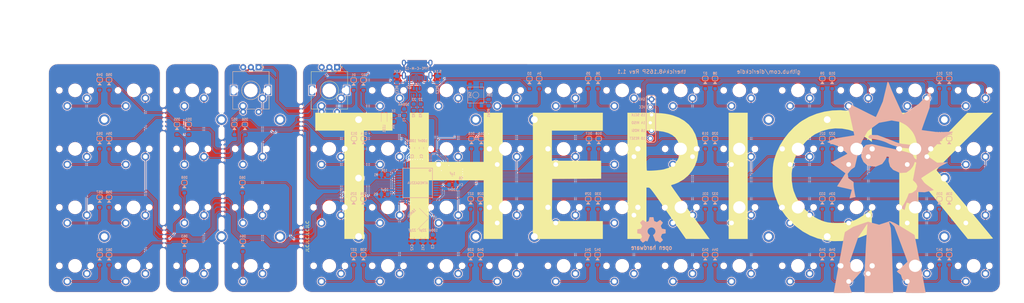
<source format=kicad_pcb>
(kicad_pcb (version 20171130) (host pcbnew "(5.1.2-1)-1")
  (layers (0 F.Cu signal) (31 B.Cu signal) (34 B.Paste user hide) (35 F.Paste user hide) (36 B.SilkS user) (37 F.SilkS user hide) (38 B.Mask user) (39 F.Mask user) (44 Edge.Cuts user))
  (net 0 "")
  (net 1 "Net-(D1-Pad2)")
  (net 2 "Net-(D2-Pad2)")
  (net 3 "Net-(D3-Pad2)")
  (net 4 "Net-(D4-Pad2)")
  (net 5 "Net-(D5-Pad2)")
  (net 6 "Net-(D6-Pad2)")
  (net 7 "Net-(D7-Pad2)")
  (net 8 "Net-(D8-Pad2)")
  (net 9 "Net-(D9-Pad2)")
  (net 10 "Net-(D10-Pad2)")
  (net 11 "Net-(D11-Pad2)")
  (net 12 "Net-(D12-Pad2)")
  (net 13 "Net-(D13-Pad2)")
  (net 14 "Net-(D14-Pad2)")
  (net 15 "Net-(D15-Pad2)")
  (net 16 "Net-(D16-Pad2)")
  (net 17 "Net-(D17-Pad2)")
  (net 18 "Net-(D18-Pad2)")
  (net 19 "Net-(D19-Pad2)")
  (net 20 "Net-(D20-Pad2)")
  (net 21 "Net-(D21-Pad2)")
  (net 22 "Net-(D22-Pad2)")
  (net 23 "Net-(D23-Pad2)")
  (net 24 "Net-(D24-Pad2)")
  (net 25 "Net-(D25-Pad2)")
  (net 26 "Net-(D26-Pad2)")
  (net 27 "Net-(D27-Pad2)")
  (net 28 "Net-(D28-Pad2)")
  (net 29 "Net-(D29-Pad2)")
  (net 30 "Net-(D30-Pad2)")
  (net 31 "Net-(D31-Pad2)")
  (net 32 "Net-(D32-Pad2)")
  (net 33 "Net-(D33-Pad2)")
  (net 34 "Net-(D34-Pad2)")
  (net 35 "Net-(D35-Pad2)")
  (net 36 "Net-(D36-Pad2)")
  (net 37 "Net-(D37-Pad2)")
  (net 38 "Net-(D38-Pad2)")
  (net 39 "Net-(D39-Pad2)")
  (net 40 "Net-(D40-Pad2)")
  (net 41 "Net-(D41-Pad2)")
  (net 42 "Net-(D42-Pad2)")
  (net 43 "Net-(D43-Pad2)")
  (net 44 "Net-(D44-Pad2)")
  (net 45 "Net-(D45-Pad2)")
  (net 46 "Net-(D46-Pad2)")
  (net 47 "Net-(D47-Pad2)")
  (net 48 "Net-(D48-Pad2)")
  (net 49 VCC)
  (net 50 "Net-(R3-Pad1)")
  (net 51 "Net-(C6-Pad1)")
  (net 52 XTAL1)
  (net 53 XTAL2)
  (net 54 row0)
  (net 55 row1)
  (net 56 row2)
  (net 57 row3)
  (net 58 D-)
  (net 59 D+)
  (net 60 col0)
  (net 61 col1)
  (net 62 col2)
  (net 63 col3)
  (net 64 col4)
  (net 65 col5)
  (net 66 col6)
  (net 67 col7)
  (net 68 col8)
  (net 69 col9)
  (net 70 col10)
  (net 71 col11)
  (net 72 "Net-(R1-Pad2)")
  (net 73 "Net-(R2-Pad1)")
  (net 74 VBUS)
  (net 75 D-BUS)
  (net 76 D+BUS)
  (net 77 "Net-(J1-PadB5)")
  (net 78 "Net-(J1-PadA5)")
  (net 79 ISP_Reset)
  (net 80 "Net-(D49-Pad2)")
  (net 81 "Net-(D50-Pad2)")
  (net 82 "Net-(D51-Pad2)")
  (net 83 "Net-(D52-Pad2)")
  (net 84 "Net-(D53-Pad2)")
  (net 85 "Net-(D54-Pad2)")
  (net 86 "Net-(D55-Pad2)")
  (net 87 "Net-(D56-Pad2)")
  (net 88 "Net-(D57-Pad2)")
  (net 89 "Net-(D58-Pad2)")
  (net 90 "Net-(D59-Pad2)")
  (net 91 "Net-(D60-Pad2)")
  (net 92 "Net-(D61-Pad2)")
  (net 93 "Net-(D62-Pad2)")
  (net 94 "Net-(D63-Pad2)")
  (net 95 "Net-(D64-Pad2)")
  (net 96 col12)
  (net 97 col13)
  (net 98 col14)
  (net 99 col15)
  (net 100 GND)
  (net 101 "Net-(LED1-Pad2)")
  (net 102 EncA)
  (net 103 EncB)
  (module Keebio-Parts:RotaryEncoder_EC11 (layer F.Cu) (at 144.805399 52.427302 270)
    (fp_text reference SW3)
    (fp_text value Rotary_Encoder_Switch)
    (pad A thru_hole rect (at -7.5 -2.5 270) (size 2 2) (drill 1) (layers *.Cu *.Mask) (net 102 EncA))
    (pad C thru_hole circle (at -7.5 0 270) (size 2 2) (drill 1) (layers *.Cu *.Mask) (net 100 GND))
    (pad B thru_hole circle (at -7.5 2.5 270) (size 2 2) (drill 1) (layers *.Cu *.Mask) (net 103 EncB))
    (pad MP thru_hole rect (at 0 -5.6 270) (size 3.2 2) (drill oval 2.8 1.5) (layers *.Cu *.Mask))
    (pad MP thru_hole rect (at 0 5.6 270) (size 3.2 2) (drill oval 2.8 1.5) (layers *.Cu *.Mask))
    (pad S2 thru_hole circle (at 7 -2.5 270) (size 2 2) (drill 1) (layers *.Cu *.Mask) (net 60 col0))
    (pad S1 thru_hole circle (at 7 2.5 270) (size 2 2) (drill 1) (layers *.Cu *.Mask) (net 1 "Net-(D1-Pad2)"))
  )
  (module Keeb_footprints:PIN_HEADER_1x6_OFFSET (layer B.Cu) (at 249.1032 61.69 180)
    (fp_text reference J2)
    (fp_text value AVR-ISP-6_mod hide)
    (fp_text user GND (at 1.7907 6.3627) (layer B.SilkS) (effects (font (size 0.8 0.7)) (justify left mirror)))
    (fp_text user VCC (at 1.7907 3.8227) (layer B.SilkS) (effects (font (size 0.8 0.7)) (justify left mirror)))
    (fp_text user "10 RESET" (at 1.778 -6.35) (layer B.SilkS) (effects (font (size 0.8 0.7)) (justify left mirror)))
    (fp_text user "15 SCLK" (at 1.778 1.27) (layer B.SilkS) (effects (font (size 0.8 0.7)) (justify left mirror)))
    (fp_text user "16 MOSI" (at 1.778 -3.81) (layer B.SilkS) (effects (font (size 0.8 0.7)) (justify left mirror)))
    (fp_text user "14 MISO" (at 1.778 -1.27) (layer B.SilkS) (effects (font (size 0.8 0.7)) (justify left mirror)))
    (pad 6 thru_hole roundrect (at -0.2032 6.35 180) (size 1.6002 1.6002) (drill 1.0668) (layers *.Cu *.Mask) (net 100 GND))
    (pad 2 thru_hole circle (at 0.2032 3.81 180) (size 1.6002 1.6002) (drill 1.0668) (layers *.Cu *.Mask) (net 49 VCC))
    (pad 5 thru_hole circle (at -0.2032 1.27 180) (size 1.6002 1.6002) (drill 1.0668) (layers *.Cu *.Mask) (net 69 col9))
    (pad 3 thru_hole circle (at 0.2032 -1.27 180) (size 1.6002 1.6002) (drill 1.0668) (layers *.Cu *.Mask) (net 71 col11))
    (pad 4 thru_hole circle (at -0.2032 -3.81 180) (size 1.6002 1.6002) (drill 1.0668) (layers *.Cu *.Mask) (net 70 col10))
    (pad 1 thru_hole circle (at 0.2032 -6.35 180) (size 1.6002 1.6002) (drill 1.0668) (layers *.Cu *.Mask) (net 79 ISP_Reset))
  )
  (module Symbol:OSHW-Logo2_14.6x12mm_SilkScreen (layer B.Cu) (at 249.279344 99.179739 180)
    (fp_text reference U9 hide)
    (fp_text value HOLE hide)
  )
  (module Keebio-Parts:RotaryEncoder_EC11 (layer F.Cu) (at 119.345086 52.427162 270)
    (fp_text reference SW2)
    (fp_text value Rotary_Encoder_Switch)
    (pad A thru_hole rect (at -7.5 -2.5 270) (size 2 2) (drill 1) (layers *.Cu *.Mask) (net 102 EncA))
    (pad C thru_hole circle (at -7.5 0 270) (size 2 2) (drill 1) (layers *.Cu *.Mask) (net 100 GND))
    (pad B thru_hole circle (at -7.5 2.5 270) (size 2 2) (drill 1) (layers *.Cu *.Mask) (net 103 EncB))
    (pad MP thru_hole rect (at 0 -5.6 270) (size 3.2 2) (drill oval 2.8 1.5) (layers *.Cu *.Mask))
    (pad MP thru_hole rect (at 0 5.6 270) (size 3.2 2) (drill oval 2.8 1.5) (layers *.Cu *.Mask))
    (pad S2 thru_hole circle (at 7 -2.5 270) (size 2 2) (drill 1) (layers *.Cu *.Mask) (net 99 col15))
    (pad S1 thru_hole circle (at 7 2.5 270) (size 2 2) (drill 1) (layers *.Cu *.Mask) (net 83 "Net-(D52-Pad2)"))
  )
  (module random-keyboard-parts:Generic-Mounthole (layer F.Cu) (at 109.819711 61.939837)
    (fp_text reference H20)
    (fp_text value MountingHole)
    (pad 1 thru_hole circle (at 0 0) (size 3.5 3.5) (drill 2.2) (layers *.Cu *.Mask))
  )
  (module random-keyboard-parts:Generic-Mounthole (layer F.Cu) (at 109.819711 99.939737)
    (fp_text reference H19)
    (fp_text value MountingHole)
    (pad 1 thru_hole circle (at 0 0) (size 3.5 3.5) (drill 2.2) (layers *.Cu *.Mask))
  )
  (module Keeb_footprints:MouseBite_IPC7351 (layer F.Cu) (at 110.19971 89.679764 270)
    (fp_text reference U11)
    (fp_text value HOLE)
    (pad "" np_thru_hole circle (at -2.794 0 270) (size 0.8 0.8) (drill 0.8) (layers *.Cu *.Mask))
    (pad "" np_thru_hole circle (at -1.397 0 270) (size 0.8 0.8) (drill 0.8) (layers *.Cu *.Mask))
    (pad "" np_thru_hole circle (at 2.794 0 270) (size 0.8 0.8) (drill 0.8) (layers *.Cu *.Mask))
    (pad "" np_thru_hole circle (at 1.397 0 270) (size 0.8 0.8) (drill 0.8) (layers *.Cu *.Mask))
    (pad "" np_thru_hole circle (at 0 0 270) (size 0.8 0.8) (drill 0.8) (layers *.Cu *.Mask))
  )
  (module Keeb_footprints:MouseBite_IPC7351 (layer F.Cu) (at 110.19971 72.19981 270)
    (fp_text reference U10)
    (fp_text value HOLE)
    (pad "" np_thru_hole circle (at -2.794 0 270) (size 0.8 0.8) (drill 0.8) (layers *.Cu *.Mask))
    (pad "" np_thru_hole circle (at -1.397 0 270) (size 0.8 0.8) (drill 0.8) (layers *.Cu *.Mask))
    (pad "" np_thru_hole circle (at 2.794 0 270) (size 0.8 0.8) (drill 0.8) (layers *.Cu *.Mask))
    (pad "" np_thru_hole circle (at 1.397 0 270) (size 0.8 0.8) (drill 0.8) (layers *.Cu *.Mask))
    (pad "" np_thru_hole circle (at 0 0 270) (size 0.8 0.8) (drill 0.8) (layers *.Cu *.Mask))
  )
  (module Keeb_footprints:D_SOD-123_modified (layer B.Cu) (at 113.9997 65.151 270)
    (fp_text reference D52 (at -3.302 0 180) (layer B.SilkS) (effects (font (size 0.8 0.7)) (justify mirror)))
    (fp_text value D)
    (pad 2 smd roundrect (at 1.65 0 270) (size 1 1.2) (layers B.Cu B.Paste B.Mask) (net 83 "Net-(D52-Pad2)"))
    (pad 1 smd roundrect (at -1.65 0 270) (size 1 1.2) (layers B.Cu B.Paste B.Mask) (net 54 row0))
  )
  (module Keeb_footprints:D_SOD-123_modified (layer B.Cu) (at 97.79 103.124 270)
    (fp_text reference D63 (at -3.302 0 180) (layer B.SilkS) (effects (font (size 0.8 0.7)) (justify mirror)))
    (fp_text value D)
    (pad 2 smd roundrect (at 1.65 0 270) (size 1 1.2) (layers B.Cu B.Paste B.Mask) (net 94 "Net-(D63-Pad2)"))
    (pad 1 smd roundrect (at -1.65 0 270) (size 1 1.2) (layers B.Cu B.Paste B.Mask) (net 57 row3))
  )
  (module Keeb_footprints:MX100 (layer F.Cu) (at 119.345086 109.427012)
    (fp_text reference K64)
    (fp_text value KEYSW)
    (pad 1 thru_hole circle (at 3.7846 2.5527 270) (size 2.54 2.54) (drill 1.525) (layers *.Cu *.Mask) (net 99 col15))
    (pad 2 thru_hole circle (at -2.5654 5.0927) (size 2.54 2.54) (drill 1.525) (layers *.Cu *.Mask) (net 95 "Net-(D64-Pad2)"))
    (pad "" np_thru_hole circle (at -5.1054 0.0127) (size 1.7018 1.7018) (drill 1.7018) (layers *.Cu *.Mask))
    (pad "" np_thru_hole circle (at 5.0546 0.0127) (size 1.7018 1.7018) (drill 1.7018) (layers *.Cu *.Mask))
    (pad "" np_thru_hole circle (at -0.0254 0.0127) (size 3.9878 3.9878) (drill 3.9878) (layers *.Cu *.Mask))
  )
  (module Keeb_footprints:MouseBite_IPC7351 (layer F.Cu) (at 135.659643 61.939837 90)
    (fp_text reference U4)
    (fp_text value HOLE)
    (pad "" np_thru_hole circle (at -2.794 0 90) (size 0.8 0.8) (drill 0.8) (layers *.Cu *.Mask))
    (pad "" np_thru_hole circle (at -1.397 0 90) (size 0.8 0.8) (drill 0.8) (layers *.Cu *.Mask))
    (pad "" np_thru_hole circle (at 2.794 0 90) (size 0.8 0.8) (drill 0.8) (layers *.Cu *.Mask))
    (pad "" np_thru_hole circle (at 1.397 0 90) (size 0.8 0.8) (drill 0.8) (layers *.Cu *.Mask))
    (pad "" np_thru_hole circle (at 0 0 90) (size 0.8 0.8) (drill 0.8) (layers *.Cu *.Mask))
    (pad "" np_thru_hole circle (at 4.191 0 90) (size 0.8 0.8) (drill 0.8) (layers *.Cu *.Mask))
    (pad "" np_thru_hole circle (at -4.191 0 90) (size 0.8 0.8) (drill 0.8) (layers *.Cu *.Mask))
  )
  (module Keeb_footprints:MouseBite_IPC7351 (layer F.Cu) (at 91.19976 99.939737 90)
    (fp_text reference U7)
    (fp_text value HOLE)
    (pad "" np_thru_hole circle (at -2.794 0 90) (size 0.8 0.8) (drill 0.8) (layers *.Cu *.Mask))
    (pad "" np_thru_hole circle (at -1.397 0 90) (size 0.8 0.8) (drill 0.8) (layers *.Cu *.Mask))
    (pad "" np_thru_hole circle (at 2.794 0 90) (size 0.8 0.8) (drill 0.8) (layers *.Cu *.Mask))
    (pad "" np_thru_hole circle (at 1.397 0 90) (size 0.8 0.8) (drill 0.8) (layers *.Cu *.Mask))
    (pad "" np_thru_hole circle (at 0 0 90) (size 0.8 0.8) (drill 0.8) (layers *.Cu *.Mask))
  )
  (module Keeb_footprints:MouseBite_IPC7351 (layer F.Cu) (at 91.19976 61.939837 90)
    (fp_text reference U6)
    (fp_text value HOLE)
    (pad "" np_thru_hole circle (at -2.794 0 90) (size 0.8 0.8) (drill 0.8) (layers *.Cu *.Mask))
    (pad "" np_thru_hole circle (at -1.397 0 90) (size 0.8 0.8) (drill 0.8) (layers *.Cu *.Mask))
    (pad "" np_thru_hole circle (at 2.921 0 90) (size 0.8 0.8) (drill 0.8) (layers *.Cu *.Mask))
    (pad "" np_thru_hole circle (at 1.397 0 90) (size 0.8 0.8) (drill 0.8) (layers *.Cu *.Mask))
    (pad "" np_thru_hole circle (at 0 0 90) (size 0.8 0.8) (drill 0.8) (layers *.Cu *.Mask))
  )
  (module Keeb_footprints:MouseBite_IPC7351 (layer F.Cu) (at 135.659643 99.939737 90)
    (fp_text reference U5)
    (fp_text value HOLE)
    (pad "" np_thru_hole circle (at -2.794 0 90) (size 0.8 0.8) (drill 0.8) (layers *.Cu *.Mask))
    (pad "" np_thru_hole circle (at -1.397 0 90) (size 0.8 0.8) (drill 0.8) (layers *.Cu *.Mask))
    (pad "" np_thru_hole circle (at 2.794 0 90) (size 0.8 0.8) (drill 0.8) (layers *.Cu *.Mask))
    (pad "" np_thru_hole circle (at 1.397 0 90) (size 0.8 0.8) (drill 0.8) (layers *.Cu *.Mask))
    (pad "" np_thru_hole circle (at 0 0 90) (size 0.8 0.8) (drill 0.8) (layers *.Cu *.Mask))
  )
  (module Keebio-Parts:ATMEGA32U4-AU (layer B.Cu) (at 173.437499 82.505002 180)
    (fp_text reference U1)
    (fp_text value ATMEGA32U4 (at 0 -0.0205) (layer B.SilkS) (effects (font (size 0.8 0.7)) (justify mirror)))
    (pad 44 smd rect (at -4 5.9 180) (size 0.5 1.5) (layers B.Cu B.Paste B.Mask) (net 49 VCC))
    (pad 43 smd rect (at -3.2 5.9 180) (size 0.5 1.5) (layers B.Cu B.Paste B.Mask) (net 100 GND))
    (pad 42 smd rect (at -2.4 5.9 180) (size 0.5 1.5) (layers B.Cu B.Paste B.Mask))
    (pad 41 smd rect (at -1.6 5.9 180) (size 0.5 1.5) (layers B.Cu B.Paste B.Mask) (net 66 col6))
    (pad 40 smd rect (at -0.8 5.9 180) (size 0.5 1.5) (layers B.Cu B.Paste B.Mask) (net 65 col5))
    (pad 39 smd rect (at 0 5.9 180) (size 0.5 1.5) (layers B.Cu B.Paste B.Mask) (net 64 col4))
    (pad 38 smd rect (at 0.8 5.9 180) (size 0.5 1.5) (layers B.Cu B.Paste B.Mask) (net 63 col3))
    (pad 37 smd rect (at 1.6 5.9 180) (size 0.5 1.5) (layers B.Cu B.Paste B.Mask) (net 55 row1))
    (pad 36 smd rect (at 2.4 5.9 180) (size 0.5 1.5) (layers B.Cu B.Paste B.Mask) (net 54 row0))
    (pad 35 smd rect (at 3.2 5.9 180) (size 0.5 1.5) (layers B.Cu B.Paste B.Mask) (net 100 GND))
    (pad 34 smd rect (at 4 5.9 180) (size 0.5 1.5) (layers B.Cu B.Paste B.Mask) (net 49 VCC))
    (pad 33 smd rect (at 5.9 4 180) (size 1.5 0.5) (layers B.Cu B.Paste B.Mask) (net 72 "Net-(R1-Pad2)"))
    (pad 32 smd rect (at 5.9 3.2 180) (size 1.5 0.5) (layers B.Cu B.Paste B.Mask))
    (pad 31 smd rect (at 5.9 2.4 180) (size 1.5 0.5) (layers B.Cu B.Paste B.Mask) (net 99 col15))
    (pad 30 smd rect (at 5.9 1.6 180) (size 1.5 0.5) (layers B.Cu B.Paste B.Mask) (net 98 col14))
    (pad 29 smd rect (at 5.9 0.8 180) (size 1.5 0.5) (layers B.Cu B.Paste B.Mask) (net 97 col13))
    (pad 28 smd rect (at 5.9 0 180) (size 1.5 0.5) (layers B.Cu B.Paste B.Mask) (net 96 col12))
    (pad 27 smd rect (at 5.9 -0.8 180) (size 1.5 0.5) (layers B.Cu B.Paste B.Mask) (net 60 col0))
    (pad 26 smd rect (at 5.9 -1.6 180) (size 1.5 0.5) (layers B.Cu B.Paste B.Mask) (net 57 row3))
    (pad 25 smd rect (at 5.9 -2.4 180) (size 1.5 0.5) (layers B.Cu B.Paste B.Mask) (net 56 row2))
    (pad 24 smd rect (at 5.9 -3.2 180) (size 1.5 0.5) (layers B.Cu B.Paste B.Mask) (net 49 VCC))
    (pad 23 smd rect (at 5.9 -4 180) (size 1.5 0.5) (layers B.Cu B.Paste B.Mask) (net 100 GND))
    (pad 22 smd rect (at 4 -5.9 180) (size 0.5 1.5) (layers B.Cu B.Paste B.Mask) (net 61 col1))
    (pad 21 smd rect (at 3.2 -5.9 180) (size 0.5 1.5) (layers B.Cu B.Paste B.Mask) (net 102 EncA))
    (pad 20 smd rect (at 2.4 -5.9 180) (size 0.5 1.5) (layers B.Cu B.Paste B.Mask) (net 103 EncB))
    (pad 19 smd rect (at 1.6 -5.9 180) (size 0.5 1.5) (layers B.Cu B.Paste B.Mask))
    (pad 18 smd rect (at 0.8 -5.9 180) (size 0.5 1.5) (layers B.Cu B.Paste B.Mask))
    (pad 17 smd rect (at 0 -5.9 180) (size 0.5 1.5) (layers B.Cu B.Paste B.Mask) (net 53 XTAL2))
    (pad 16 smd rect (at -0.8 -5.9 180) (size 0.5 1.5) (layers B.Cu B.Paste B.Mask) (net 52 XTAL1))
    (pad 15 smd rect (at -1.6 -5.9 180) (size 0.5 1.5) (layers B.Cu B.Paste B.Mask) (net 100 GND))
    (pad 14 smd rect (at -2.4 -5.9 180) (size 0.5 1.5) (layers B.Cu B.Paste B.Mask) (net 49 VCC))
    (pad 13 smd rect (at -3.2 -5.9 180) (size 0.5 1.5) (layers B.Cu B.Paste B.Mask) (net 79 ISP_Reset))
    (pad 12 smd rect (at -4 -5.9 180) (size 0.5 1.5) (layers B.Cu B.Paste B.Mask) (net 62 col2))
    (pad 11 smd rect (at -5.9 -4 180) (size 1.5 0.5) (layers B.Cu B.Paste B.Mask) (net 71 col11))
    (pad 10 smd rect (at -5.9 -3.2 180) (size 1.5 0.5) (layers B.Cu B.Paste B.Mask) (net 70 col10))
    (pad 9 smd rect (at -5.9 -2.4 180) (size 1.5 0.5) (layers B.Cu B.Paste B.Mask) (net 69 col9))
    (pad 8 smd rect (at -5.9 -1.6 180) (size 1.5 0.5) (layers B.Cu B.Paste B.Mask) (net 68 col8))
    (pad 7 smd rect (at -5.9 -0.8 180) (size 1.5 0.5) (layers B.Cu B.Paste B.Mask) (net 49 VCC))
    (pad 6 smd rect (at -5.9 0 180) (size 1.5 0.5) (layers B.Cu B.Paste B.Mask) (net 51 "Net-(C6-Pad1)"))
    (pad 5 smd rect (at -5.9 0.8 180) (size 1.5 0.5) (layers B.Cu B.Paste B.Mask) (net 100 GND))
    (pad 4 smd rect (at -5.9 1.6 180) (size 1.5 0.5) (layers B.Cu B.Paste B.Mask) (net 50 "Net-(R3-Pad1)"))
    (pad 3 smd rect (at -5.9 2.4 180) (size 1.5 0.5) (layers B.Cu B.Paste B.Mask) (net 73 "Net-(R2-Pad1)"))
    (pad 2 smd rect (at -5.9 3.2 180) (size 1.5 0.5) (layers B.Cu B.Paste B.Mask) (net 49 VCC))
    (pad 1 smd rect (at -5.9 4 180) (size 1.5 0.5) (layers B.Cu B.Paste B.Mask) (net 67 col7))
  )
  (module Artwork:rick_large (layer B.Cu) (at 326.906249 84.005002 180)
    (fp_text reference U2 hide)
    (fp_text value HOLE hide)
  )
  (module Capacitor_SMD:C_0805_2012Metric_Pad1.15x1.40mm_HandSolder (layer B.Cu) (at 178.318999 100.405002 270)
    (fp_text reference C3 (at 2.8 -0.008 90) (layer B.SilkS) (effects (font (size 0.8 0.7)) (justify mirror)))
    (fp_text value 100nF)
    (pad 2 smd roundrect (at 1.025 0 270) (size 1.15 1.4) (layers B.Cu B.Paste B.Mask) (roundrect_rratio 0.217391) (net 100 GND))
    (pad 1 smd roundrect (at -1.025 0 270) (size 1.15 1.4) (layers B.Cu B.Paste B.Mask) (roundrect_rratio 0.217391) (net 49 VCC))
  )
  (module Capacitor_SMD:C_0805_2012Metric_Pad1.15x1.40mm_HandSolder (layer B.Cu) (at 184.676999 83.110002)
    (fp_text reference C4 (at 2.8 0) (layer B.SilkS) (effects (font (size 0.8 0.7)) (justify mirror)))
    (fp_text value 100nF)
    (pad 2 smd roundrect (at 1.025 0) (size 1.15 1.4) (layers B.Cu B.Paste B.Mask) (roundrect_rratio 0.217391) (net 100 GND))
    (pad 1 smd roundrect (at -1.025 0) (size 1.15 1.4) (layers B.Cu B.Paste B.Mask) (roundrect_rratio 0.217391) (net 49 VCC))
  )
  (module Capacitor_SMD:C_0805_2012Metric_Pad1.15x1.40mm_HandSolder (layer B.Cu) (at 162.705999 86.212002 180)
    (fp_text reference C5 (at 2.8 0) (layer B.SilkS) (effects (font (size 0.8 0.7)) (justify mirror)))
    (fp_text value 10uF)
    (pad 2 smd roundrect (at 1.025 0 180) (size 1.15 1.4) (layers B.Cu B.Paste B.Mask) (roundrect_rratio 0.217391) (net 100 GND))
    (pad 1 smd roundrect (at -1.025 0 180) (size 1.15 1.4) (layers B.Cu B.Paste B.Mask) (roundrect_rratio 0.217391) (net 49 VCC))
  )
  (module Capacitor_SMD:C_0805_2012Metric_Pad1.15x1.40mm_HandSolder (layer B.Cu) (at 175.151999 100.405002 270)
    (fp_text reference CX1 (at 3.079 0 90) (layer B.SilkS) (effects (font (size 0.8 0.7)) (justify mirror)))
    (fp_text value 22pF)
    (pad 2 smd roundrect (at 1.025 0 270) (size 1.15 1.4) (layers B.Cu B.Paste B.Mask) (roundrect_rratio 0.217391) (net 100 GND))
    (pad 1 smd roundrect (at -1.025 0 270) (size 1.15 1.4) (layers B.Cu B.Paste B.Mask) (roundrect_rratio 0.217391) (net 52 XTAL1))
  )
  (module Capacitor_SMD:C_0805_2012Metric_Pad1.15x1.40mm_HandSolder (layer B.Cu) (at 171.595999 100.405002 270)
    (fp_text reference CX2 (at 3.079 0 90) (layer B.SilkS) (effects (font (size 0.8 0.7)) (justify mirror)))
    (fp_text value 22pF)
    (pad 2 smd roundrect (at 1.025 0 270) (size 1.15 1.4) (layers B.Cu B.Paste B.Mask) (roundrect_rratio 0.217391) (net 100 GND))
    (pad 1 smd roundrect (at -1.025 0 270) (size 1.15 1.4) (layers B.Cu B.Paste B.Mask) (roundrect_rratio 0.217391) (net 53 XTAL2))
  )
  (module Resistor_SMD:R_0805_2012Metric_Pad1.15x1.40mm_HandSolder (layer B.Cu) (at 172.146999 57.923002 90)
    (fp_text reference R2 (at -2.635 0 270) (layer B.SilkS) (effects (font (size 0.8 0.7)) (justify mirror)))
    (fp_text value 22)
    (pad 2 smd roundrect (at 1.025 0 90) (size 1.15 1.4) (layers B.Cu B.Paste B.Mask) (roundrect_rratio 0.217391) (net 58 D-))
    (pad 1 smd roundrect (at -1.025 0 90) (size 1.15 1.4) (layers B.Cu B.Paste B.Mask) (roundrect_rratio 0.217391) (net 73 "Net-(R2-Pad1)"))
  )
  (module Resistor_SMD:R_0805_2012Metric_Pad1.15x1.40mm_HandSolder (layer B.Cu) (at 174.389999 57.923002 90)
    (fp_text reference R3 (at -2.635 -0.0205 270) (layer B.SilkS) (effects (font (size 0.8 0.7)) (justify mirror)))
    (fp_text value 22)
    (pad 2 smd roundrect (at 1.025 0 90) (size 1.15 1.4) (layers B.Cu B.Paste B.Mask) (roundrect_rratio 0.217391) (net 59 D+))
    (pad 1 smd roundrect (at -1.025 0 90) (size 1.15 1.4) (layers B.Cu B.Paste B.Mask) (roundrect_rratio 0.217391) (net 50 "Net-(R3-Pad1)"))
  )
  (module Capacitor_SMD:C_0805_2012Metric_Pad1.15x1.40mm_HandSolder (layer B.Cu) (at 171.726999 71.174002 90)
    (fp_text reference C2 (at -2.719 -0.004 270) (layer B.SilkS) (effects (font (size 0.8 0.7)) (justify mirror)))
    (fp_text value 100nF)
    (pad 2 smd roundrect (at 1.025 0 90) (size 1.15 1.4) (layers B.Cu B.Paste B.Mask) (roundrect_rratio 0.217391) (net 100 GND))
    (pad 1 smd roundrect (at -1.025 0 90) (size 1.15 1.4) (layers B.Cu B.Paste B.Mask) (roundrect_rratio 0.217391) (net 49 VCC))
  )
  (module Capacitor_SMD:C_0805_2012Metric_Pad1.15x1.40mm_HandSolder (layer B.Cu) (at 184.676999 81.005002)
    (fp_text reference C6 (at 2.8 -0.075) (layer B.SilkS) (effects (font (size 0.8 0.7)) (justify mirror)))
    (fp_text value 1uF)
    (pad 2 smd roundrect (at 1.025 0) (size 1.15 1.4) (layers B.Cu B.Paste B.Mask) (roundrect_rratio 0.217391) (net 100 GND))
    (pad 1 smd roundrect (at -1.025 0) (size 1.15 1.4) (layers B.Cu B.Paste B.Mask) (roundrect_rratio 0.217391) (net 51 "Net-(C6-Pad1)"))
  )
  (module Resistor_SMD:R_0805_2012Metric_Pad1.15x1.40mm_HandSolder (layer B.Cu) (at 162.737499 79.862002)
    (fp_text reference R1 (at -2.8 0) (layer B.SilkS) (effects (font (size 0.8 0.7)) (justify mirror)))
    (fp_text value 10k)
    (pad 2 smd roundrect (at 1.025 0) (size 1.15 1.4) (layers B.Cu B.Paste B.Mask) (roundrect_rratio 0.217391) (net 72 "Net-(R1-Pad2)"))
    (pad 1 smd roundrect (at -1.025 0) (size 1.15 1.4) (layers B.Cu B.Paste B.Mask) (roundrect_rratio 0.217391) (net 100 GND))
  )
  (module Crystal:Crystal_SMD_3225-4Pin_3.2x2.5mm_HandSoldering (layer B.Cu) (at 173.637499 94.205002 225)
    (fp_text reference Y1 (at -4.02167 -3.533766) (layer B.SilkS) (effects (font (size 0.8 0.7)) (justify mirror)))
    (fp_text value 16MHz)
    (pad 4 smd rect (at -1.45 1.15 225) (size 2.1 1.8) (layers B.Cu B.Paste B.Mask) (net 100 GND))
    (pad 3 smd rect (at 1.45 1.15 225) (size 2.1 1.8) (layers B.Cu B.Paste B.Mask) (net 53 XTAL2))
    (pad 2 smd rect (at 1.45 -1.15 225) (size 2.1 1.8) (layers B.Cu B.Paste B.Mask) (net 100 GND))
    (pad 1 smd rect (at -1.45 -1.15 225) (size 2.1 1.8) (layers B.Cu B.Paste B.Mask) (net 52 XTAL1))
  )
  (module Fuse:Fuse_0805_2012Metric_Pad1.15x1.40mm_HandSolder (layer B.Cu) (at 169.055999 59.542002 90)
    (fp_text reference F1 (at -2.54 0 90) (layer B.SilkS) (effects (font (size 0.8 0.7)) (justify mirror)))
    (fp_text value 500mA)
    (pad 2 smd roundrect (at 1.025 0 90) (size 1.15 1.4) (layers B.Cu B.Paste B.Mask) (roundrect_rratio 0.217391) (net 74 VBUS))
    (pad 1 smd roundrect (at -1.025 0 90) (size 1.15 1.4) (layers B.Cu B.Paste B.Mask) (roundrect_rratio 0.217391) (net 49 VCC))
  )
  (module Capacitor_SMD:C_0805_2012Metric_Pad1.15x1.40mm_HandSolder (layer B.Cu) (at 174.650499 71.174002 90)
    (fp_text reference C1 (at -2.719 -0.0065 270) (layer B.SilkS) (effects (font (size 0.8 0.7)) (justify mirror)))
    (fp_text value 100nF)
    (pad 2 smd roundrect (at 1.025 0 90) (size 1.15 1.4) (layers B.Cu B.Paste B.Mask) (roundrect_rratio 0.217391) (net 100 GND))
    (pad 1 smd roundrect (at -1.025 0 90) (size 1.15 1.4) (layers B.Cu B.Paste B.Mask) (roundrect_rratio 0.217391) (net 49 VCC))
  )
  (module Resistor_SMD:R_0805_2012Metric_Pad1.15x1.40mm_HandSolder (layer B.Cu) (at 196.469 56.388 90)
    (fp_text reference RSW1 (at -3.429 0 90) (layer B.SilkS) (effects (font (size 0.8 0.7)) (justify mirror)))
    (fp_text value 10k)
    (pad 2 smd roundrect (at 1.025 0 90) (size 1.15 1.4) (layers B.Cu B.Paste B.Mask) (roundrect_rratio 0.217391) (net 49 VCC))
    (pad 1 smd roundrect (at -1.025 0 90) (size 1.15 1.4) (layers B.Cu B.Paste B.Mask) (roundrect_rratio 0.217391) (net 79 ISP_Reset))
  )
  (module Resistor_SMD:R_0805_2012Metric_Pad1.15x1.40mm_HandSolder (layer B.Cu) (at 179.835999 48.832002 270)
    (fp_text reference RCC2 (at 3.429 0 90) (layer B.SilkS) (effects (font (size 0.8 0.7)) (justify mirror)))
    (fp_text value 5.1K)
    (pad 2 smd roundrect (at 1.025 0 270) (size 1.15 1.4) (layers B.Cu B.Paste B.Mask) (roundrect_rratio 0.217391) (net 77 "Net-(J1-PadB5)"))
    (pad 1 smd roundrect (at -1.025 0 270) (size 1.15 1.4) (layers B.Cu B.Paste B.Mask) (roundrect_rratio 0.217391) (net 100 GND))
  )
  (module Resistor_SMD:R_0805_2012Metric_Pad1.15x1.40mm_HandSolder (layer B.Cu) (at 166.754999 48.832002 270)
    (fp_text reference RCC1 (at 3.429 0 90) (layer B.SilkS) (effects (font (size 0.8 0.7)) (justify mirror)))
    (fp_text value 5.1K)
    (pad 2 smd roundrect (at 1.025 0 270) (size 1.15 1.4) (layers B.Cu B.Paste B.Mask) (roundrect_rratio 0.217391) (net 78 "Net-(J1-PadA5)"))
    (pad 1 smd roundrect (at -1.025 0 270) (size 1.15 1.4) (layers B.Cu B.Paste B.Mask) (roundrect_rratio 0.217391) (net 100 GND))
  )
  (module Keeb_footprints:D_SOD-123_modified (layer B.Cu) (at 152.672999 50.731377 270)
    (fp_text reference D1 (at -3.302 0 180) (layer B.SilkS) (effects (font (size 0.8 0.7)) (justify mirror)))
    (fp_text value D)
    (pad 2 smd roundrect (at 1.65 0 270) (size 1 1.2) (layers B.Cu B.Paste B.Mask) (net 1 "Net-(D1-Pad2)"))
    (pad 1 smd roundrect (at -1.65 0 270) (size 1 1.2) (layers B.Cu B.Paste B.Mask) (net 54 row0))
  )
  (module Keeb_footprints:D_SOD-123_modified (layer B.Cu) (at 155.847999 50.731377 270)
    (fp_text reference D2 (at -3.302 0 180) (layer B.SilkS) (effects (font (size 0.8 0.7)) (justify mirror)))
    (fp_text value D)
    (pad 2 smd roundrect (at 1.65 0 270) (size 1 1.2) (layers B.Cu B.Paste B.Mask) (net 2 "Net-(D2-Pad2)"))
    (pad 1 smd roundrect (at -1.65 0 270) (size 1 1.2) (layers B.Cu B.Paste B.Mask) (net 54 row0))
  )
  (module Keeb_footprints:D_SOD-123_modified (layer B.Cu) (at 209.695999 50.271002 270)
    (fp_text reference D3 (at -3.302 0 180) (layer B.SilkS) (effects (font (size 0.8 0.7)) (justify mirror)))
    (fp_text value D)
    (pad 2 smd roundrect (at 1.65 0 270) (size 1 1.2) (layers B.Cu B.Paste B.Mask) (net 3 "Net-(D3-Pad2)"))
    (pad 1 smd roundrect (at -1.65 0 270) (size 1 1.2) (layers B.Cu B.Paste B.Mask) (net 54 row0))
  )
  (module Keeb_footprints:D_SOD-123_modified (layer B.Cu) (at 212.870999 50.271002 270)
    (fp_text reference D4 (at -3.302 0 180) (layer B.SilkS) (effects (font (size 0.8 0.7)) (justify mirror)))
    (fp_text value D)
    (pad 2 smd roundrect (at 1.65 0 270) (size 1 1.2) (layers B.Cu B.Paste B.Mask) (net 4 "Net-(D4-Pad2)"))
    (pad 1 smd roundrect (at -1.65 0 270) (size 1 1.2) (layers B.Cu B.Paste B.Mask) (net 54 row0))
  )
  (module Keeb_footprints:D_SOD-123_modified (layer B.Cu) (at 228.745999 50.223377 270)
    (fp_text reference D5 (at -3.302 0 180) (layer B.SilkS) (effects (font (size 0.8 0.7)) (justify mirror)))
    (fp_text value D)
    (pad 2 smd roundrect (at 1.65 0 270) (size 1 1.2) (layers B.Cu B.Paste B.Mask) (net 5 "Net-(D5-Pad2)"))
    (pad 1 smd roundrect (at -1.65 0 270) (size 1 1.2) (layers B.Cu B.Paste B.Mask) (net 54 row0))
  )
  (module Keeb_footprints:D_SOD-123_modified (layer B.Cu) (at 231.920999 50.223377 270)
    (fp_text reference D6 (at -3.302 0 180) (layer B.SilkS) (effects (font (size 0.8 0.7)) (justify mirror)))
    (fp_text value D)
    (pad 2 smd roundrect (at 1.65 0 270) (size 1 1.2) (layers B.Cu B.Paste B.Mask) (net 6 "Net-(D6-Pad2)"))
    (pad 1 smd roundrect (at -1.65 0 270) (size 1 1.2) (layers B.Cu B.Paste B.Mask) (net 54 row0))
  )
  (module Keeb_footprints:D_SOD-123_modified (layer B.Cu) (at 266.718999 50.223377 270)
    (fp_text reference D7 (at -3.302 0 180) (layer B.SilkS) (effects (font (size 0.8 0.7)) (justify mirror)))
    (fp_text value D)
    (pad 2 smd roundrect (at 1.65 0 270) (size 1 1.2) (layers B.Cu B.Paste B.Mask) (net 7 "Net-(D7-Pad2)"))
    (pad 1 smd roundrect (at -1.65 0 270) (size 1 1.2) (layers B.Cu B.Paste B.Mask) (net 54 row0))
  )
  (module Keeb_footprints:D_SOD-123_modified (layer B.Cu) (at 269.893999 50.223377 270)
    (fp_text reference D8 (at -3.302 0 180) (layer B.SilkS) (effects (font (size 0.8 0.7)) (justify mirror)))
    (fp_text value D)
    (pad 2 smd roundrect (at 1.65 0 270) (size 1 1.2) (layers B.Cu B.Paste B.Mask) (net 8 "Net-(D8-Pad2)"))
    (pad 1 smd roundrect (at -1.65 0 270) (size 1 1.2) (layers B.Cu B.Paste B.Mask) (net 54 row0))
  )
  (module Keeb_footprints:D_SOD-123_modified (layer B.Cu) (at 304.691999 50.223377 270)
    (fp_text reference D9 (at -3.302 0 180) (layer B.SilkS) (effects (font (size 0.8 0.7)) (justify mirror)))
    (fp_text value D)
    (pad 2 smd roundrect (at 1.65 0 270) (size 1 1.2) (layers B.Cu B.Paste B.Mask) (net 9 "Net-(D9-Pad2)"))
    (pad 1 smd roundrect (at -1.65 0 270) (size 1 1.2) (layers B.Cu B.Paste B.Mask) (net 54 row0))
  )
  (module Keeb_footprints:D_SOD-123_modified (layer B.Cu) (at 307.866999 50.223377 270)
    (fp_text reference D10 (at -3.302 0 180) (layer B.SilkS) (effects (font (size 0.8 0.7)) (justify mirror)))
    (fp_text value D)
    (pad 2 smd roundrect (at 1.65 0 270) (size 1 1.2) (layers B.Cu B.Paste B.Mask) (net 10 "Net-(D10-Pad2)"))
    (pad 1 smd roundrect (at -1.65 0 270) (size 1 1.2) (layers B.Cu B.Paste B.Mask) (net 54 row0))
  )
  (module Keeb_footprints:D_SOD-123_modified (layer B.Cu) (at 342.664999 50.223377 270)
    (fp_text reference D11 (at -3.302 0 180) (layer B.SilkS) (effects (font (size 0.8 0.7)) (justify mirror)))
    (fp_text value D)
    (pad 2 smd roundrect (at 1.65 0 270) (size 1 1.2) (layers B.Cu B.Paste B.Mask) (net 11 "Net-(D11-Pad2)"))
    (pad 1 smd roundrect (at -1.65 0 270) (size 1 1.2) (layers B.Cu B.Paste B.Mask) (net 54 row0))
  )
  (module Keeb_footprints:D_SOD-123_modified (layer B.Cu) (at 152.799999 69.781377 270)
    (fp_text reference D13 (at -3.302 0 180) (layer B.SilkS) (effects (font (size 0.8 0.7)) (justify mirror)))
    (fp_text value D)
    (pad 2 smd roundrect (at 1.65 0 270) (size 1 1.2) (layers B.Cu B.Paste B.Mask) (net 13 "Net-(D13-Pad2)"))
    (pad 1 smd roundrect (at -1.65 0 270) (size 1 1.2) (layers B.Cu B.Paste B.Mask) (net 55 row1))
  )
  (module Keeb_footprints:D_SOD-123_modified (layer B.Cu) (at 155.974999 69.781377 270)
    (fp_text reference D14 (at -3.302 0 180) (layer B.SilkS) (effects (font (size 0.8 0.7)) (justify mirror)))
    (fp_text value D)
    (pad 2 smd roundrect (at 1.65 0 270) (size 1 1.2) (layers B.Cu B.Paste B.Mask) (net 14 "Net-(D14-Pad2)"))
    (pad 1 smd roundrect (at -1.65 0 270) (size 1 1.2) (layers B.Cu B.Paste B.Mask) (net 55 row1))
  )
  (module Keeb_footprints:D_SOD-123_modified (layer B.Cu) (at 190.899999 69.781377 270)
    (fp_text reference D15 (at -3.302 0 180) (layer B.SilkS) (effects (font (size 0.8 0.7)) (justify mirror)))
    (fp_text value D)
    (pad 2 smd roundrect (at 1.65 0 270) (size 1 1.2) (layers B.Cu B.Paste B.Mask) (net 15 "Net-(D15-Pad2)"))
    (pad 1 smd roundrect (at -1.65 0 270) (size 1 1.2) (layers B.Cu B.Paste B.Mask) (net 55 row1))
  )
  (module Keeb_footprints:D_SOD-123_modified (layer B.Cu) (at 194.074999 69.781377 270)
    (fp_text reference D16 (at -3.302 0 180) (layer B.SilkS) (effects (font (size 0.8 0.7)) (justify mirror)))
    (fp_text value D)
    (pad 2 smd roundrect (at 1.65 0 270) (size 1 1.2) (layers B.Cu B.Paste B.Mask) (net 16 "Net-(D16-Pad2)"))
    (pad 1 smd roundrect (at -1.65 0 270) (size 1 1.2) (layers B.Cu B.Paste B.Mask) (net 55 row1))
  )
  (module Keeb_footprints:D_SOD-123_modified (layer B.Cu) (at 228.999999 69.781377 270)
    (fp_text reference D17 (at -3.302 0 180) (layer B.SilkS) (effects (font (size 0.8 0.7)) (justify mirror)))
    (fp_text value D)
    (pad 2 smd roundrect (at 1.65 0 270) (size 1 1.2) (layers B.Cu B.Paste B.Mask) (net 17 "Net-(D17-Pad2)"))
    (pad 1 smd roundrect (at -1.65 0 270) (size 1 1.2) (layers B.Cu B.Paste B.Mask) (net 55 row1))
  )
  (module Keeb_footprints:D_SOD-123_modified (layer B.Cu) (at 232.174999 69.781377 270)
    (fp_text reference D18 (at -3.302 0 180) (layer B.SilkS) (effects (font (size 0.8 0.7)) (justify mirror)))
    (fp_text value D)
    (pad 2 smd roundrect (at 1.65 0 270) (size 1 1.2) (layers B.Cu B.Paste B.Mask) (net 18 "Net-(D18-Pad2)"))
    (pad 1 smd roundrect (at -1.65 0 270) (size 1 1.2) (layers B.Cu B.Paste B.Mask) (net 55 row1))
  )
  (module Keeb_footprints:D_SOD-123_modified (layer B.Cu) (at 266.718999 69.781377 270)
    (fp_text reference D19 (at -3.302 0 180) (layer B.SilkS) (effects (font (size 0.8 0.7)) (justify mirror)))
    (fp_text value D)
    (pad 2 smd roundrect (at 1.65 0 270) (size 1 1.2) (layers B.Cu B.Paste B.Mask) (net 19 "Net-(D19-Pad2)"))
    (pad 1 smd roundrect (at -1.65 0 270) (size 1 1.2) (layers B.Cu B.Paste B.Mask) (net 55 row1))
  )
  (module Keeb_footprints:D_SOD-123_modified (layer B.Cu) (at 269.893999 69.781377 270)
    (fp_text reference D20 (at -3.302 0 180) (layer B.SilkS) (effects (font (size 0.8 0.7)) (justify mirror)))
    (fp_text value D)
    (pad 2 smd roundrect (at 1.65 0 270) (size 1 1.2) (layers B.Cu B.Paste B.Mask) (net 20 "Net-(D20-Pad2)"))
    (pad 1 smd roundrect (at -1.65 0 270) (size 1 1.2) (layers B.Cu B.Paste B.Mask) (net 55 row1))
  )
  (module Keeb_footprints:D_SOD-123_modified (layer B.Cu) (at 304.691999 69.781377 270)
    (fp_text reference D21 (at -3.302 0 180) (layer B.SilkS) (effects (font (size 0.8 0.7)) (justify mirror)))
    (fp_text value D)
    (pad 2 smd roundrect (at 1.65 0 270) (size 1 1.2) (layers B.Cu B.Paste B.Mask) (net 21 "Net-(D21-Pad2)"))
    (pad 1 smd roundrect (at -1.65 0 270) (size 1 1.2) (layers B.Cu B.Paste B.Mask) (net 55 row1))
  )
  (module Keeb_footprints:D_SOD-123_modified (layer B.Cu) (at 307.866999 69.781377 270)
    (fp_text reference D22 (at -3.302 0 180) (layer B.SilkS) (effects (font (size 0.8 0.7)) (justify mirror)))
    (fp_text value D)
    (pad 2 smd roundrect (at 1.65 0 270) (size 1 1.2) (layers B.Cu B.Paste B.Mask) (net 22 "Net-(D22-Pad2)"))
    (pad 1 smd roundrect (at -1.65 0 270) (size 1 1.2) (layers B.Cu B.Paste B.Mask) (net 55 row1))
  )
  (module Keeb_footprints:D_SOD-123_modified (layer B.Cu) (at 342.664999 69.781377 270)
    (fp_text reference D23 (at -3.302 0 180) (layer B.SilkS) (effects (font (size 0.8 0.7)) (justify mirror)))
    (fp_text value D)
    (pad 2 smd roundrect (at 1.65 0 270) (size 1 1.2) (layers B.Cu B.Paste B.Mask) (net 23 "Net-(D23-Pad2)"))
    (pad 1 smd roundrect (at -1.65 0 270) (size 1 1.2) (layers B.Cu B.Paste B.Mask) (net 55 row1))
  )
  (module Keeb_footprints:D_SOD-123_modified (layer B.Cu) (at 345.839999 69.781377 270)
    (fp_text reference D24 (at -3.302 0 180) (layer B.SilkS) (effects (font (size 0.8 0.7)) (justify mirror)))
    (fp_text value D)
    (pad 2 smd roundrect (at 1.65 0 270) (size 1 1.2) (layers B.Cu B.Paste B.Mask) (net 24 "Net-(D24-Pad2)"))
    (pad 1 smd roundrect (at -1.65 0 270) (size 1 1.2) (layers B.Cu B.Paste B.Mask) (net 55 row1))
  )
  (module Keeb_footprints:D_SOD-123_modified (layer B.Cu) (at 152.672999 89.339377 270)
    (fp_text reference D25 (at -3.302 0 180) (layer B.SilkS) (effects (font (size 0.8 0.7)) (justify mirror)))
    (fp_text value D)
    (pad 2 smd roundrect (at 1.65 0 270) (size 1 1.2) (layers B.Cu B.Paste B.Mask) (net 25 "Net-(D25-Pad2)"))
    (pad 1 smd roundrect (at -1.65 0 270) (size 1 1.2) (layers B.Cu B.Paste B.Mask) (net 56 row2))
  )
  (module Keeb_footprints:D_SOD-123_modified (layer B.Cu) (at 155.847999 89.339377 270)
    (fp_text reference D26 (at -3.302 0 180) (layer B.SilkS) (effects (font (size 0.8 0.7)) (justify mirror)))
    (fp_text value D)
    (pad 2 smd roundrect (at 1.65 0 270) (size 1 1.2) (layers B.Cu B.Paste B.Mask) (net 26 "Net-(D26-Pad2)"))
    (pad 1 smd roundrect (at -1.65 0 270) (size 1 1.2) (layers B.Cu B.Paste B.Mask) (net 56 row2))
  )
  (module Keeb_footprints:D_SOD-123_modified (layer B.Cu) (at 190.645999 89.339377 270)
    (fp_text reference D27 (at -3.302 0 180) (layer B.SilkS) (effects (font (size 0.8 0.7)) (justify mirror)))
    (fp_text value D)
    (pad 2 smd roundrect (at 1.65 0 270) (size 1 1.2) (layers B.Cu B.Paste B.Mask) (net 27 "Net-(D27-Pad2)"))
    (pad 1 smd roundrect (at -1.65 0 270) (size 1 1.2) (layers B.Cu B.Paste B.Mask) (net 56 row2))
  )
  (module Keeb_footprints:D_SOD-123_modified (layer B.Cu) (at 193.820999 89.339377 270)
    (fp_text reference D28 (at -3.302 0 180) (layer B.SilkS) (effects (font (size 0.8 0.7)) (justify mirror)))
    (fp_text value D)
    (pad 2 smd roundrect (at 1.65 0 270) (size 1 1.2) (layers B.Cu B.Paste B.Mask) (net 28 "Net-(D28-Pad2)"))
    (pad 1 smd roundrect (at -1.65 0 270) (size 1 1.2) (layers B.Cu B.Paste B.Mask) (net 56 row2))
  )
  (module Keeb_footprints:D_SOD-123_modified (layer B.Cu) (at 228.745999 89.339377 270)
    (fp_text reference D29 (at -3.302 0 180) (layer B.SilkS) (effects (font (size 0.8 0.7)) (justify mirror)))
    (fp_text value D)
    (pad 2 smd roundrect (at 1.65 0 270) (size 1 1.2) (layers B.Cu B.Paste B.Mask) (net 29 "Net-(D29-Pad2)"))
    (pad 1 smd roundrect (at -1.65 0 270) (size 1 1.2) (layers B.Cu B.Paste B.Mask) (net 56 row2))
  )
  (module Keeb_footprints:D_SOD-123_modified (layer B.Cu) (at 231.920999 89.339377 270)
    (fp_text reference D30 (at -3.302 0 180) (layer B.SilkS) (effects (font (size 0.8 0.7)) (justify mirror)))
    (fp_text value D)
    (pad 2 smd roundrect (at 1.65 0 270) (size 1 1.2) (layers B.Cu B.Paste B.Mask) (net 30 "Net-(D30-Pad2)"))
    (pad 1 smd roundrect (at -1.65 0 270) (size 1 1.2) (layers B.Cu B.Paste B.Mask) (net 56 row2))
  )
  (module Keeb_footprints:D_SOD-123_modified (layer B.Cu) (at 266.718999 89.339377 270)
    (fp_text reference D31 (at -3.302 0 180) (layer B.SilkS) (effects (font (size 0.8 0.7)) (justify mirror)))
    (fp_text value D)
    (pad 2 smd roundrect (at 1.65 0 270) (size 1 1.2) (layers B.Cu B.Paste B.Mask) (net 31 "Net-(D31-Pad2)"))
    (pad 1 smd roundrect (at -1.65 0 270) (size 1 1.2) (layers B.Cu B.Paste B.Mask) (net 56 row2))
  )
  (module Keeb_footprints:D_SOD-123_modified (layer B.Cu) (at 269.893999 89.339377 270)
    (fp_text reference D32 (at -3.302 0 180) (layer B.SilkS) (effects (font (size 0.8 0.7)) (justify mirror)))
    (fp_text value D)
    (pad 2 smd roundrect (at 1.65 0 270) (size 1 1.2) (layers B.Cu B.Paste B.Mask) (net 32 "Net-(D32-Pad2)"))
    (pad 1 smd roundrect (at -1.65 0 270) (size 1 1.2) (layers B.Cu B.Paste B.Mask) (net 56 row2))
  )
  (module Keeb_footprints:D_SOD-123_modified (layer B.Cu) (at 304.691999 89.339377 270)
    (fp_text reference D33 (at -3.302 0 180) (layer B.SilkS) (effects (font (size 0.8 0.7)) (justify mirror)))
    (fp_text value D)
    (pad 2 smd roundrect (at 1.65 0 270) (size 1 1.2) (layers B.Cu B.Paste B.Mask) (net 33 "Net-(D33-Pad2)"))
    (pad 1 smd roundrect (at -1.65 0 270) (size 1 1.2) (layers B.Cu B.Paste B.Mask) (net 56 row2))
  )
  (module Keeb_footprints:D_SOD-123_modified (layer B.Cu) (at 307.866999 89.339377 270)
    (fp_text reference D34 (at -3.302 0 180) (layer B.SilkS) (effects (font (size 0.8 0.7)) (justify mirror)))
    (fp_text value D)
    (pad 2 smd roundrect (at 1.65 0 270) (size 1 1.2) (layers B.Cu B.Paste B.Mask) (net 34 "Net-(D34-Pad2)"))
    (pad 1 smd roundrect (at -1.65 0 270) (size 1 1.2) (layers B.Cu B.Paste B.Mask) (net 56 row2))
  )
  (module Keeb_footprints:D_SOD-123_modified (layer B.Cu) (at 342.664999 89.339377 270)
    (fp_text reference D35 (at -3.302 0 180) (layer B.SilkS) (effects (font (size 0.8 0.7)) (justify mirror)))
    (fp_text value D)
    (pad 2 smd roundrect (at 1.65 0 270) (size 1 1.2) (layers B.Cu B.Paste B.Mask) (net 35 "Net-(D35-Pad2)"))
    (pad 1 smd roundrect (at -1.65 0 270) (size 1 1.2) (layers B.Cu B.Paste B.Mask) (net 56 row2))
  )
  (module Keeb_footprints:D_SOD-123_modified (layer B.Cu) (at 345.839999 89.339377 270)
    (fp_text reference D36 (at -3.302 0 180) (layer B.SilkS) (effects (font (size 0.8 0.7)) (justify mirror)))
    (fp_text value D)
    (pad 2 smd roundrect (at 1.65 0 270) (size 1 1.2) (layers B.Cu B.Paste B.Mask) (net 36 "Net-(D36-Pad2)"))
    (pad 1 smd roundrect (at -1.65 0 270) (size 1 1.2) (layers B.Cu B.Paste B.Mask) (net 56 row2))
  )
  (module Keeb_footprints:D_SOD-123_modified (layer B.Cu) (at 152.673804 107.500377 270)
    (fp_text reference D37 (at -3.302 0 180) (layer B.SilkS) (effects (font (size 0.8 0.7)) (justify mirror)))
    (fp_text value D)
    (pad 2 smd roundrect (at 1.65 0 270) (size 1 1.2) (layers B.Cu B.Paste B.Mask) (net 37 "Net-(D37-Pad2)"))
    (pad 1 smd roundrect (at -1.65 0 270) (size 1 1.2) (layers B.Cu B.Paste B.Mask) (net 57 row3))
  )
  (module Keeb_footprints:D_SOD-123_modified (layer B.Cu) (at 155.847999 107.500377 270)
    (fp_text reference D38 (at -3.302 0 180) (layer B.SilkS) (effects (font (size 0.8 0.7)) (justify mirror)))
    (fp_text value D)
    (pad 2 smd roundrect (at 1.65 0 270) (size 1 1.2) (layers B.Cu B.Paste B.Mask) (net 38 "Net-(D38-Pad2)"))
    (pad 1 smd roundrect (at -1.65 0 270) (size 1 1.2) (layers B.Cu B.Paste B.Mask) (net 57 row3))
  )
  (module Keeb_footprints:D_SOD-123_modified (layer B.Cu) (at 190.645999 107.500377 270)
    (fp_text reference D39 (at -3.302 0 180) (layer B.SilkS) (effects (font (size 0.8 0.7)) (justify mirror)))
    (fp_text value D)
    (pad 2 smd roundrect (at 1.65 0 270) (size 1 1.2) (layers B.Cu B.Paste B.Mask) (net 39 "Net-(D39-Pad2)"))
    (pad 1 smd roundrect (at -1.65 0 270) (size 1 1.2) (layers B.Cu B.Paste B.Mask) (net 57 row3))
  )
  (module Keeb_footprints:D_SOD-123_modified (layer B.Cu) (at 193.820999 107.500377 270)
    (fp_text reference D40 (at -3.302 0 180) (layer B.SilkS) (effects (font (size 0.8 0.7)) (justify mirror)))
    (fp_text value D)
    (pad 2 smd roundrect (at 1.65 0 270) (size 1 1.2) (layers B.Cu B.Paste B.Mask) (net 40 "Net-(D40-Pad2)"))
    (pad 1 smd roundrect (at -1.65 0 270) (size 1 1.2) (layers B.Cu B.Paste B.Mask) (net 57 row3))
  )
  (module Keeb_footprints:D_SOD-123_modified (layer B.Cu) (at 228.618999 107.500377 270)
    (fp_text reference D41 (at -3.302 0 180) (layer B.SilkS) (effects (font (size 0.8 0.7)) (justify mirror)))
    (fp_text value D)
    (pad 2 smd roundrect (at 1.65 0 270) (size 1 1.2) (layers B.Cu B.Paste B.Mask) (net 41 "Net-(D41-Pad2)"))
    (pad 1 smd roundrect (at -1.65 0 270) (size 1 1.2) (layers B.Cu B.Paste B.Mask) (net 57 row3))
  )
  (module Keeb_footprints:D_SOD-123_modified (layer B.Cu) (at 231.793999 107.500377 270)
    (fp_text reference D42 (at -3.302 0 180) (layer B.SilkS) (effects (font (size 0.8 0.7)) (justify mirror)))
    (fp_text value D)
    (pad 2 smd roundrect (at 1.65 0 270) (size 1 1.2) (layers B.Cu B.Paste B.Mask) (net 42 "Net-(D42-Pad2)"))
    (pad 1 smd roundrect (at -1.65 0 270) (size 1 1.2) (layers B.Cu B.Paste B.Mask) (net 57 row3))
  )
  (module Keeb_footprints:D_SOD-123_modified (layer B.Cu) (at 266.718999 107.500377 270)
    (fp_text reference D43 (at -3.302 0 180) (layer B.SilkS) (effects (font (size 0.8 0.7)) (justify mirror)))
    (fp_text value D)
    (pad 2 smd roundrect (at 1.65 0 270) (size 1 1.2) (layers B.Cu B.Paste B.Mask) (net 43 "Net-(D43-Pad2)"))
    (pad 1 smd roundrect (at -1.65 0 270) (size 1 1.2) (layers B.Cu B.Paste B.Mask) (net 57 row3))
  )
  (module Keeb_footprints:D_SOD-123_modified (layer B.Cu) (at 269.893999 107.500377 270)
    (fp_text reference D44 (at -3.302 0 180) (layer B.SilkS) (effects (font (size 0.8 0.7)) (justify mirror)))
    (fp_text value D)
    (pad 2 smd roundrect (at 1.65 0 270) (size 1 1.2) (layers B.Cu B.Paste B.Mask) (net 44 "Net-(D44-Pad2)"))
    (pad 1 smd roundrect (at -1.65 0 270) (size 1 1.2) (layers B.Cu B.Paste B.Mask) (net 57 row3))
  )
  (module Keeb_footprints:D_SOD-123_modified (layer B.Cu) (at 304.691999 107.500377 270)
    (fp_text reference D45 (at -3.302 0 180) (layer B.SilkS) (effects (font (size 0.8 0.7)) (justify mirror)))
    (fp_text value D)
    (pad 2 smd roundrect (at 1.65 0 270) (size 1 1.2) (layers B.Cu B.Paste B.Mask) (net 45 "Net-(D45-Pad2)"))
    (pad 1 smd roundrect (at -1.65 0 270) (size 1 1.2) (layers B.Cu B.Paste B.Mask) (net 57 row3))
  )
  (module Keeb_footprints:D_SOD-123_modified (layer B.Cu) (at 307.866999 107.500377 270)
    (fp_text reference D46 (at -3.302 0 180) (layer B.SilkS) (effects (font (size 0.8 0.7)) (justify mirror)))
    (fp_text value D)
    (pad 2 smd roundrect (at 1.65 0 270) (size 1 1.2) (layers B.Cu B.Paste B.Mask) (net 46 "Net-(D46-Pad2)"))
    (pad 1 smd roundrect (at -1.65 0 270) (size 1 1.2) (layers B.Cu B.Paste B.Mask) (net 57 row3))
  )
  (module Keeb_footprints:D_SOD-123_modified (layer B.Cu) (at 342.664999 107.500377 270)
    (fp_text reference D47 (at -3.302 0 180) (layer B.SilkS) (effects (font (size 0.8 0.7)) (justify mirror)))
    (fp_text value D)
    (pad 2 smd roundrect (at 1.65 0 270) (size 1 1.2) (layers B.Cu B.Paste B.Mask) (net 47 "Net-(D47-Pad2)"))
    (pad 1 smd roundrect (at -1.65 0 270) (size 1 1.2) (layers B.Cu B.Paste B.Mask) (net 57 row3))
  )
  (module Keeb_footprints:D_SOD-123_modified (layer B.Cu) (at 345.839999 107.500377 270)
    (fp_text reference D48 (at -3.302 0 180) (layer B.SilkS) (effects (font (size 0.8 0.7)) (justify mirror)))
    (fp_text value D)
    (pad 2 smd roundrect (at 1.65 0 270) (size 1 1.2) (layers B.Cu B.Paste B.Mask) (net 48 "Net-(D48-Pad2)"))
    (pad 1 smd roundrect (at -1.65 0 270) (size 1 1.2) (layers B.Cu B.Paste B.Mask) (net 57 row3))
  )
  (module Keeb_footprints:TYPE-C-31-M-12 (layer B.Cu) (at 173.279999 49.148627)
    (fp_text reference J1)
    (fp_text value TYPE-C-31-M12_13)
    (fp_text user TYPE-C-M-12 (at -0.0127 -3.81) (layer B.SilkS) (effects (font (size 0.8 0.7)) (justify mirror)))
    (pad B4 smd roundrect (at 2.45 -1.275) (size 0.6 1.45) (drill (offset 0 0.55)) (layers B.Cu B.Paste B.Mask) (net 74 VBUS))
    (pad B1 smd roundrect (at 3.25 -1.275) (size 0.6 1.45) (drill (offset 0 0.55)) (layers B.Cu B.Paste B.Mask) (net 100 GND))
    (pad A4 smd roundrect (at -2.45 -1.275) (size 0.6 1.45) (drill (offset 0 0.55)) (layers B.Cu B.Paste B.Mask) (net 74 VBUS))
    (pad S thru_hole oval (at -4.3 -1.5) (size 1.3 2.4) (drill oval 0.6 1.7) (layers *.Cu B.Mask) (net 100 GND))
    (pad A7 smd roundrect (at 0.25 -1.275) (size 0.3 1.45) (drill (offset 0 0.55)) (layers B.Cu B.Paste B.Mask) (net 75 D-BUS))
    (pad B6 smd roundrect (at 0.75 -1.275) (size 0.3 1.45) (drill (offset 0 0.55)) (layers B.Cu B.Paste B.Mask) (net 76 D+BUS))
    (pad A8 smd roundrect (at 1.25 -1.275) (size 0.3 1.45) (drill (offset 0 0.55)) (layers B.Cu B.Paste B.Mask))
    (pad B5 smd roundrect (at 1.75 -1.275) (size 0.3 1.45) (drill (offset 0 0.55)) (layers B.Cu B.Paste B.Mask) (net 77 "Net-(J1-PadB5)"))
    (pad A6 smd roundrect (at -0.254 -1.275) (size 0.3 1.45) (drill (offset 0 0.55)) (layers B.Cu B.Paste B.Mask) (net 76 D+BUS))
    (pad B7 smd roundrect (at -0.75 -1.275) (size 0.3 1.45) (drill (offset 0 0.55)) (layers B.Cu B.Paste B.Mask) (net 75 D-BUS))
    (pad A5 smd roundrect (at -1.25 -1.275) (size 0.3 1.45) (drill (offset 0 0.55)) (layers B.Cu B.Paste B.Mask) (net 78 "Net-(J1-PadA5)"))
    (pad B8 smd roundrect (at -1.75 -1.275) (size 0.3 1.45) (drill (offset 0 0.55)) (layers B.Cu B.Paste B.Mask))
    (pad A1 smd roundrect (at -3.25 -1.275) (size 0.6 1.45) (drill (offset 0 0.55)) (layers B.Cu B.Paste B.Mask) (net 100 GND))
    (pad S thru_hole oval (at -4.3 -5.7) (size 1.3 1.9) (drill oval 0.6 1.2) (layers *.Cu *.Mask) (net 100 GND))
    (pad "" np_thru_hole circle (at -2.89 -2.051) (size 0.65 0.65) (drill 0.65) (layers *.Cu *.Mask))
    (pad "" np_thru_hole circle (at 2.89 -2.051) (size 0.65 0.65) (drill 0.65) (layers *.Cu *.Mask))
    (pad S thru_hole oval (at 4.3 -5.7) (size 1.3 1.9) (drill oval 0.6 1.2) (layers *.Cu *.Mask) (net 100 GND))
    (pad S thru_hole oval (at 4.3 -1.5) (size 1.3 2.4) (drill oval 0.6 1.7) (layers *.Cu *.Mask) (net 100 GND))
    (pad S smd oval (at -4.3 -1.5) (size 1.3 2.4) (layers F.Cu F.Mask) (net 100 GND))
  )
  (module acheron_Components:SOT-23-6 (layer B.Cu) (at 173.104999 52.938002 270)
    (fp_text reference U3 (at -1.778 2.6035 225) (layer B.SilkS) (effects (font (size 0.8 0.7)) (justify mirror)))
    (fp_text value USBLC6-2SC6)
    (pad 5 smd roundrect (at 1.1 0 270) (size 1.06 0.65) (layers B.Cu B.Paste B.Mask) (roundrect_rratio 0.5) (net 74 VBUS))
    (pad 6 smd roundrect (at 1.1 0.95 270) (size 1.06 0.65) (layers B.Cu B.Paste B.Mask) (roundrect_rratio 0.5) (net 58 D-))
    (pad 4 smd roundrect (at 1.1 -0.95 270) (size 1.06 0.65) (layers B.Cu B.Paste B.Mask) (roundrect_rratio 0.5) (net 59 D+))
    (pad 3 smd roundrect (at -1.1 -0.95 270) (size 1.06 0.65) (layers B.Cu B.Paste B.Mask) (roundrect_rratio 0.5) (net 76 D+BUS))
    (pad 2 smd roundrect (at -1.1 0 270) (size 1.06 0.65) (layers B.Cu B.Paste B.Mask) (roundrect_rratio 0.5) (net 100 GND))
    (pad 1 smd rect (at -1.1 0.95 270) (size 1.06 0.65) (layers B.Cu B.Paste B.Mask) (net 75 D-BUS))
  )
  (module random-keyboard-parts:SKQG-1155865 (layer B.Cu) (at 192.279999 53.960002 90)
    (fp_text reference SW1 (at 0 -1.8415 270) (layer B.SilkS) (effects (font (size 0.8 0.7)) (justify mirror)))
    (fp_text value SW_PUSH)
    (pad 4 smd rect (at -3.1 -1.85 90) (size 1.8 1.1) (layers B.Cu B.Paste B.Mask))
    (pad 3 smd rect (at 3.1 1.85 90) (size 1.8 1.1) (layers B.Cu B.Paste B.Mask))
    (pad 2 smd rect (at -3.1 1.85 90) (size 1.8 1.1) (layers B.Cu B.Paste B.Mask) (net 79 ISP_Reset))
    (pad 1 smd rect (at 3.1 -1.85 90) (size 1.8 1.1) (layers B.Cu B.Paste B.Mask) (net 100 GND))
  )
  (module Keeb_footprints:D_SOD-123_modified (layer B.Cu) (at 70.29999 50.665002 270)
    (fp_text reference D49 (at -3.302 0 180) (layer B.SilkS) (effects (font (size 0.8 0.7)) (justify mirror)))
    (fp_text value D)
    (pad 2 smd roundrect (at 1.65 0 270) (size 1 1.2) (layers B.Cu B.Paste B.Mask) (net 80 "Net-(D49-Pad2)"))
    (pad 1 smd roundrect (at -1.65 0 270) (size 1 1.2) (layers B.Cu B.Paste B.Mask) (net 54 row0))
  )
  (module Keeb_footprints:D_SOD-123_modified (layer B.Cu) (at 73.33999 50.665002 270)
    (fp_text reference D50 (at -3.302 0 180) (layer B.SilkS) (effects (font (size 0.8 0.7)) (justify mirror)))
    (fp_text value D)
    (pad 2 smd roundrect (at 1.65 0 270) (size 1 1.2) (layers B.Cu B.Paste B.Mask) (net 81 "Net-(D50-Pad2)"))
    (pad 1 smd roundrect (at -1.65 0 270) (size 1 1.2) (layers B.Cu B.Paste B.Mask) (net 54 row0))
  )
  (module Keeb_footprints:D_SOD-123_modified (layer B.Cu) (at 99.179739 65.151 270)
    (fp_text reference D51 (at -3.302 0 180) (layer B.SilkS) (effects (font (size 0.8 0.7)) (justify mirror)))
    (fp_text value D)
    (pad 2 smd roundrect (at 1.65 0 270) (size 1 1.2) (layers B.Cu B.Paste B.Mask) (net 82 "Net-(D51-Pad2)"))
    (pad 1 smd roundrect (at -1.65 0 270) (size 1 1.2) (layers B.Cu B.Paste B.Mask) (net 54 row0))
  )
  (module Keeb_footprints:D_SOD-123_modified (layer B.Cu) (at 70.29999 69.792002 270)
    (fp_text reference D53 (at -3.302 0 180) (layer B.SilkS) (effects (font (size 0.8 0.7)) (justify mirror)))
    (fp_text value D)
    (pad 2 smd roundrect (at 1.65 0 270) (size 1 1.2) (layers B.Cu B.Paste B.Mask) (net 84 "Net-(D53-Pad2)"))
    (pad 1 smd roundrect (at -1.65 0 270) (size 1 1.2) (layers B.Cu B.Paste B.Mask) (net 55 row1))
  )
  (module Keeb_footprints:D_SOD-123_modified (layer B.Cu) (at 73.33999 69.792002 270)
    (fp_text reference D54 (at -3.302 0 180) (layer B.SilkS) (effects (font (size 0.8 0.7)) (justify mirror)))
    (fp_text value D)
    (pad 2 smd roundrect (at 1.65 0 270) (size 1 1.2) (layers B.Cu B.Paste B.Mask) (net 85 "Net-(D54-Pad2)"))
    (pad 1 smd roundrect (at -1.65 0 270) (size 1 1.2) (layers B.Cu B.Paste B.Mask) (net 55 row1))
  )
  (module Keeb_footprints:D_SOD-123_modified (layer B.Cu) (at 95.379749 65.151 270)
    (fp_text reference D55 (at -3.302 0 180) (layer B.SilkS) (effects (font (size 0.8 0.7)) (justify mirror)))
    (fp_text value D)
    (pad 2 smd roundrect (at 1.65 0 270) (size 1 1.2) (layers B.Cu B.Paste B.Mask) (net 86 "Net-(D55-Pad2)"))
    (pad 1 smd roundrect (at -1.65 0 270) (size 1 1.2) (layers B.Cu B.Paste B.Mask) (net 55 row1))
  )
  (module Keeb_footprints:D_SOD-123_modified (layer B.Cu) (at 117.419691 65.151 270)
    (fp_text reference D56 (at -3.302 0 180) (layer B.SilkS) (effects (font (size 0.8 0.7)) (justify mirror)))
    (fp_text value D)
    (pad 2 smd roundrect (at 1.65 0 270) (size 1 1.2) (layers B.Cu B.Paste B.Mask) (net 87 "Net-(D56-Pad2)"))
    (pad 1 smd roundrect (at -1.65 0 270) (size 1 1.2) (layers B.Cu B.Paste B.Mask) (net 55 row1))
  )
  (module Keeb_footprints:D_SOD-123_modified (layer B.Cu) (at 70.29999 88.793002 270)
    (fp_text reference D57 (at -3.302 0 180) (layer B.SilkS) (effects (font (size 0.8 0.7)) (justify mirror)))
    (fp_text value D)
    (pad 2 smd roundrect (at 1.65 0 270) (size 1 1.2) (layers B.Cu B.Paste B.Mask) (net 88 "Net-(D57-Pad2)"))
    (pad 1 smd roundrect (at -1.65 0 270) (size 1 1.2) (layers B.Cu B.Paste B.Mask) (net 56 row2))
  )
  (module Keeb_footprints:D_SOD-123_modified (layer B.Cu) (at 73.33999 88.793002 270)
    (fp_text reference D58 (at -3.302 0 180) (layer B.SilkS) (effects (font (size 0.8 0.7)) (justify mirror)))
    (fp_text value D)
    (pad 2 smd roundrect (at 1.65 0 270) (size 1 1.2) (layers B.Cu B.Paste B.Mask) (net 89 "Net-(D58-Pad2)"))
    (pad 1 smd roundrect (at -1.65 0 270) (size 1 1.2) (layers B.Cu B.Paste B.Mask) (net 56 row2))
  )
  (module Keeb_footprints:D_SOD-123_modified (layer B.Cu) (at 97.79 84.073 270)
    (fp_text reference D59 (at -3.302 0 180) (layer B.SilkS) (effects (font (size 0.8 0.7)) (justify mirror)))
    (fp_text value D)
    (pad 2 smd roundrect (at 1.65 0 270) (size 1 1.2) (layers B.Cu B.Paste B.Mask) (net 90 "Net-(D59-Pad2)"))
    (pad 1 smd roundrect (at -1.65 0 270) (size 1 1.2) (layers B.Cu B.Paste B.Mask) (net 56 row2))
  )
  (module Keeb_footprints:D_SOD-123_modified (layer B.Cu) (at 116.586 84.074 270)
    (fp_text reference D60 (at -3.302 0 180) (layer B.SilkS) (effects (font (size 0.8 0.7)) (justify mirror)))
    (fp_text value D)
    (pad 2 smd roundrect (at 1.65 0 270) (size 1 1.2) (layers B.Cu B.Paste B.Mask) (net 91 "Net-(D60-Pad2)"))
    (pad 1 smd roundrect (at -1.65 0 270) (size 1 1.2) (layers B.Cu B.Paste B.Mask) (net 56 row2))
  )
  (module Keeb_footprints:D_SOD-123_modified (layer B.Cu) (at 70.29999 107.538002 270)
    (fp_text reference D61 (at -3.302 0 180) (layer B.SilkS) (effects (font (size 0.8 0.7)) (justify mirror)))
    (fp_text value D)
    (pad 2 smd roundrect (at 1.65 0 270) (size 1 1.2) (layers B.Cu B.Paste B.Mask) (net 92 "Net-(D61-Pad2)"))
    (pad 1 smd roundrect (at -1.65 0 270) (size 1 1.2) (layers B.Cu B.Paste B.Mask) (net 57 row3))
  )
  (module Keeb_footprints:D_SOD-123_modified (layer B.Cu) (at 73.33999 107.538002 270)
    (fp_text reference D62 (at -3.302 0 180) (layer B.SilkS) (effects (font (size 0.8 0.7)) (justify mirror)))
    (fp_text value D)
    (pad 2 smd roundrect (at 1.65 0 270) (size 1 1.2) (layers B.Cu B.Paste B.Mask) (net 93 "Net-(D62-Pad2)"))
    (pad 1 smd roundrect (at -1.65 0 270) (size 1 1.2) (layers B.Cu B.Paste B.Mask) (net 57 row3))
  )
  (module Keeb_footprints:D_SOD-123_modified (layer B.Cu) (at 116.713 103.124 270)
    (fp_text reference D64 (at -3.302 0 180) (layer B.SilkS) (effects (font (size 0.8 0.7)) (justify mirror)))
    (fp_text value D)
    (pad 2 smd roundrect (at 1.65 0 270) (size 1 1.2) (layers B.Cu B.Paste B.Mask) (net 95 "Net-(D64-Pad2)"))
    (pad 1 smd roundrect (at -1.65 0 270) (size 1 1.2) (layers B.Cu B.Paste B.Mask) (net 57 row3))
  )
  (module Keeb_footprints:MX100 (layer F.Cu) (at 62.345236 52.427162)
    (fp_text reference K49)
    (fp_text value KEYSW)
    (pad 1 thru_hole circle (at 3.7846 2.5527 270) (size 2.54 2.54) (drill 1.525) (layers *.Cu *.Mask) (net 96 col12))
    (pad 2 thru_hole circle (at -2.5654 5.0927) (size 2.54 2.54) (drill 1.525) (layers *.Cu *.Mask) (net 80 "Net-(D49-Pad2)"))
    (pad "" np_thru_hole circle (at -5.1054 0.0127) (size 1.7018 1.7018) (drill 1.7018) (layers *.Cu *.Mask))
    (pad "" np_thru_hole circle (at 5.0546 0.0127) (size 1.7018 1.7018) (drill 1.7018) (layers *.Cu *.Mask))
    (pad "" np_thru_hole circle (at -0.0254 0.0127) (size 3.9878 3.9878) (drill 3.9878) (layers *.Cu *.Mask))
  )
  (module Keeb_footprints:MX100 (layer F.Cu) (at 81.345186 52.427162)
    (fp_text reference K50)
    (fp_text value KEYSW)
    (pad 1 thru_hole circle (at 3.7846 2.5527 270) (size 2.54 2.54) (drill 1.525) (layers *.Cu *.Mask) (net 97 col13))
    (pad 2 thru_hole circle (at -2.5654 5.0927) (size 2.54 2.54) (drill 1.525) (layers *.Cu *.Mask) (net 81 "Net-(D50-Pad2)"))
    (pad "" np_thru_hole circle (at -5.1054 0.0127) (size 1.7018 1.7018) (drill 1.7018) (layers *.Cu *.Mask))
    (pad "" np_thru_hole circle (at 5.0546 0.0127) (size 1.7018 1.7018) (drill 1.7018) (layers *.Cu *.Mask))
    (pad "" np_thru_hole circle (at -0.0254 0.0127) (size 3.9878 3.9878) (drill 3.9878) (layers *.Cu *.Mask))
  )
  (module Keeb_footprints:MX100 (layer F.Cu) (at 100.345136 52.427162)
    (fp_text reference K51)
    (fp_text value KEYSW)
    (pad 1 thru_hole circle (at 3.7846 2.5527 270) (size 2.54 2.54) (drill 1.525) (layers *.Cu *.Mask) (net 98 col14))
    (pad 2 thru_hole circle (at -2.5654 5.0927) (size 2.54 2.54) (drill 1.525) (layers *.Cu *.Mask) (net 82 "Net-(D51-Pad2)"))
    (pad "" np_thru_hole circle (at -5.1054 0.0127) (size 1.7018 1.7018) (drill 1.7018) (layers *.Cu *.Mask))
    (pad "" np_thru_hole circle (at 5.0546 0.0127) (size 1.7018 1.7018) (drill 1.7018) (layers *.Cu *.Mask))
    (pad "" np_thru_hole circle (at -0.0254 0.0127) (size 3.9878 3.9878) (drill 3.9878) (layers *.Cu *.Mask))
  )
  (module Keeb_footprints:MX100 (layer F.Cu) (at 119.345086 52.427162)
    (fp_text reference K52)
    (fp_text value KEYSW)
    (pad 1 thru_hole circle (at 3.7846 2.5527 270) (size 2.54 2.54) (drill 1.525) (layers *.Cu *.Mask) (net 99 col15))
    (pad 2 thru_hole circle (at -2.5654 5.0927) (size 2.54 2.54) (drill 1.525) (layers *.Cu *.Mask) (net 83 "Net-(D52-Pad2)"))
    (pad "" np_thru_hole circle (at -5.1054 0.0127) (size 1.7018 1.7018) (drill 1.7018) (layers *.Cu *.Mask))
    (pad "" np_thru_hole circle (at 5.0546 0.0127) (size 1.7018 1.7018) (drill 1.7018) (layers *.Cu *.Mask))
    (pad "" np_thru_hole circle (at -0.0254 0.0127) (size 3.9878 3.9878) (drill 3.9878) (layers *.Cu *.Mask))
  )
  (module Keeb_footprints:MX100 (layer F.Cu) (at 62.345236 71.427112)
    (fp_text reference K53)
    (fp_text value KEYSW)
    (pad 1 thru_hole circle (at 3.7846 2.5527 270) (size 2.54 2.54) (drill 1.525) (layers *.Cu *.Mask) (net 96 col12))
    (pad 2 thru_hole circle (at -2.5654 5.0927) (size 2.54 2.54) (drill 1.525) (layers *.Cu *.Mask) (net 84 "Net-(D53-Pad2)"))
    (pad "" np_thru_hole circle (at -5.1054 0.0127) (size 1.7018 1.7018) (drill 1.7018) (layers *.Cu *.Mask))
    (pad "" np_thru_hole circle (at 5.0546 0.0127) (size 1.7018 1.7018) (drill 1.7018) (layers *.Cu *.Mask))
    (pad "" np_thru_hole circle (at -0.0254 0.0127) (size 3.9878 3.9878) (drill 3.9878) (layers *.Cu *.Mask))
  )
  (module Keeb_footprints:MX100 (layer F.Cu) (at 81.345186 71.427112)
    (fp_text reference K54)
    (fp_text value KEYSW)
    (pad 1 thru_hole circle (at 3.7846 2.5527 270) (size 2.54 2.54) (drill 1.525) (layers *.Cu *.Mask) (net 97 col13))
    (pad 2 thru_hole circle (at -2.5654 5.0927) (size 2.54 2.54) (drill 1.525) (layers *.Cu *.Mask) (net 85 "Net-(D54-Pad2)"))
    (pad "" np_thru_hole circle (at -5.1054 0.0127) (size 1.7018 1.7018) (drill 1.7018) (layers *.Cu *.Mask))
    (pad "" np_thru_hole circle (at 5.0546 0.0127) (size 1.7018 1.7018) (drill 1.7018) (layers *.Cu *.Mask))
    (pad "" np_thru_hole circle (at -0.0254 0.0127) (size 3.9878 3.9878) (drill 3.9878) (layers *.Cu *.Mask))
  )
  (module Keeb_footprints:MX100 (layer F.Cu) (at 100.345136 71.427112)
    (fp_text reference K55)
    (fp_text value KEYSW)
    (pad 1 thru_hole circle (at 3.7846 2.5527 270) (size 2.54 2.54) (drill 1.525) (layers *.Cu *.Mask) (net 98 col14))
    (pad 2 thru_hole circle (at -2.5654 5.0927) (size 2.54 2.54) (drill 1.525) (layers *.Cu *.Mask) (net 86 "Net-(D55-Pad2)"))
    (pad "" np_thru_hole circle (at -5.1054 0.0127) (size 1.7018 1.7018) (drill 1.7018) (layers *.Cu *.Mask))
    (pad "" np_thru_hole circle (at 5.0546 0.0127) (size 1.7018 1.7018) (drill 1.7018) (layers *.Cu *.Mask))
    (pad "" np_thru_hole circle (at -0.0254 0.0127) (size 3.9878 3.9878) (drill 3.9878) (layers *.Cu *.Mask))
  )
  (module Keeb_footprints:MX100 (layer F.Cu) (at 119.345086 71.427112)
    (fp_text reference K56)
    (fp_text value KEYSW)
    (pad 1 thru_hole circle (at 3.7846 2.5527 270) (size 2.54 2.54) (drill 1.525) (layers *.Cu *.Mask) (net 99 col15))
    (pad 2 thru_hole circle (at -2.5654 5.0927) (size 2.54 2.54) (drill 1.525) (layers *.Cu *.Mask) (net 87 "Net-(D56-Pad2)"))
    (pad "" np_thru_hole circle (at -5.1054 0.0127) (size 1.7018 1.7018) (drill 1.7018) (layers *.Cu *.Mask))
    (pad "" np_thru_hole circle (at 5.0546 0.0127) (size 1.7018 1.7018) (drill 1.7018) (layers *.Cu *.Mask))
    (pad "" np_thru_hole circle (at -0.0254 0.0127) (size 3.9878 3.9878) (drill 3.9878) (layers *.Cu *.Mask))
  )
  (module Keeb_footprints:MX100 (layer F.Cu) (at 62.345236 90.427062)
    (fp_text reference K57)
    (fp_text value KEYSW)
    (pad 1 thru_hole circle (at 3.7846 2.5527 270) (size 2.54 2.54) (drill 1.525) (layers *.Cu *.Mask) (net 96 col12))
    (pad 2 thru_hole circle (at -2.5654 5.0927) (size 2.54 2.54) (drill 1.525) (layers *.Cu *.Mask) (net 88 "Net-(D57-Pad2)"))
    (pad "" np_thru_hole circle (at -5.1054 0.0127) (size 1.7018 1.7018) (drill 1.7018) (layers *.Cu *.Mask))
    (pad "" np_thru_hole circle (at 5.0546 0.0127) (size 1.7018 1.7018) (drill 1.7018) (layers *.Cu *.Mask))
    (pad "" np_thru_hole circle (at -0.0254 0.0127) (size 3.9878 3.9878) (drill 3.9878) (layers *.Cu *.Mask))
  )
  (module Keeb_footprints:MX100 (layer F.Cu) (at 81.319786 90.439762)
    (fp_text reference K58)
    (fp_text value KEYSW)
    (pad 1 thru_hole circle (at 3.7846 2.5527 270) (size 2.54 2.54) (drill 1.525) (layers *.Cu *.Mask) (net 97 col13))
    (pad 2 thru_hole circle (at -2.5654 5.0927) (size 2.54 2.54) (drill 1.525) (layers *.Cu *.Mask) (net 89 "Net-(D58-Pad2)"))
    (pad "" np_thru_hole circle (at -5.1054 0.0127) (size 1.7018 1.7018) (drill 1.7018) (layers *.Cu *.Mask))
    (pad "" np_thru_hole circle (at 5.0546 0.0127) (size 1.7018 1.7018) (drill 1.7018) (layers *.Cu *.Mask))
    (pad "" np_thru_hole circle (at -0.0254 0.0127) (size 3.9878 3.9878) (drill 3.9878) (layers *.Cu *.Mask))
  )
  (module Keeb_footprints:MX100 (layer F.Cu) (at 100.345136 90.427062)
    (fp_text reference K59)
    (fp_text value KEYSW)
    (pad 1 thru_hole circle (at 3.7846 2.5527 270) (size 2.54 2.54) (drill 1.525) (layers *.Cu *.Mask) (net 98 col14))
    (pad 2 thru_hole circle (at -2.5654 5.0927) (size 2.54 2.54) (drill 1.525) (layers *.Cu *.Mask) (net 90 "Net-(D59-Pad2)"))
    (pad "" np_thru_hole circle (at -5.1054 0.0127) (size 1.7018 1.7018) (drill 1.7018) (layers *.Cu *.Mask))
    (pad "" np_thru_hole circle (at 5.0546 0.0127) (size 1.7018 1.7018) (drill 1.7018) (layers *.Cu *.Mask))
    (pad "" np_thru_hole circle (at -0.0254 0.0127) (size 3.9878 3.9878) (drill 3.9878) (layers *.Cu *.Mask))
  )
  (module Keeb_footprints:MX100 (layer F.Cu) (at 119.345086 90.427062)
    (fp_text reference K60)
    (fp_text value KEYSW)
    (pad 1 thru_hole circle (at 3.7846 2.5527 270) (size 2.54 2.54) (drill 1.525) (layers *.Cu *.Mask) (net 99 col15))
    (pad 2 thru_hole circle (at -2.5654 5.0927) (size 2.54 2.54) (drill 1.525) (layers *.Cu *.Mask) (net 91 "Net-(D60-Pad2)"))
    (pad "" np_thru_hole circle (at -5.1054 0.0127) (size 1.7018 1.7018) (drill 1.7018) (layers *.Cu *.Mask))
    (pad "" np_thru_hole circle (at 5.0546 0.0127) (size 1.7018 1.7018) (drill 1.7018) (layers *.Cu *.Mask))
    (pad "" np_thru_hole circle (at -0.0254 0.0127) (size 3.9878 3.9878) (drill 3.9878) (layers *.Cu *.Mask))
  )
  (module Keeb_footprints:MX100 (layer F.Cu) (at 62.345236 109.427012)
    (fp_text reference K61)
    (fp_text value KEYSW)
    (pad 1 thru_hole circle (at 3.7846 2.5527 270) (size 2.54 2.54) (drill 1.525) (layers *.Cu *.Mask) (net 96 col12))
    (pad 2 thru_hole circle (at -2.5654 5.0927) (size 2.54 2.54) (drill 1.525) (layers *.Cu *.Mask) (net 92 "Net-(D61-Pad2)"))
    (pad "" np_thru_hole circle (at -5.1054 0.0127) (size 1.7018 1.7018) (drill 1.7018) (layers *.Cu *.Mask))
    (pad "" np_thru_hole circle (at 5.0546 0.0127) (size 1.7018 1.7018) (drill 1.7018) (layers *.Cu *.Mask))
    (pad "" np_thru_hole circle (at -0.0254 0.0127) (size 3.9878 3.9878) (drill 3.9878) (layers *.Cu *.Mask))
  )
  (module Keeb_footprints:MX100 (layer F.Cu) (at 81.345186 109.427012)
    (fp_text reference K62)
    (fp_text value KEYSW)
    (pad 1 thru_hole circle (at 3.7846 2.5527 270) (size 2.54 2.54) (drill 1.525) (layers *.Cu *.Mask) (net 97 col13))
    (pad 2 thru_hole circle (at -2.5654 5.0927) (size 2.54 2.54) (drill 1.525) (layers *.Cu *.Mask) (net 93 "Net-(D62-Pad2)"))
    (pad "" np_thru_hole circle (at -5.1054 0.0127) (size 1.7018 1.7018) (drill 1.7018) (layers *.Cu *.Mask))
    (pad "" np_thru_hole circle (at 5.0546 0.0127) (size 1.7018 1.7018) (drill 1.7018) (layers *.Cu *.Mask))
    (pad "" np_thru_hole circle (at -0.0254 0.0127) (size 3.9878 3.9878) (drill 3.9878) (layers *.Cu *.Mask))
  )
  (module Keeb_footprints:MX100 (layer F.Cu) (at 100.345136 109.427012)
    (fp_text reference K63)
    (fp_text value KEYSW)
    (pad 1 thru_hole circle (at 3.7846 2.5527 270) (size 2.54 2.54) (drill 1.525) (layers *.Cu *.Mask) (net 98 col14))
    (pad 2 thru_hole circle (at -2.5654 5.0927) (size 2.54 2.54) (drill 1.525) (layers *.Cu *.Mask) (net 94 "Net-(D63-Pad2)"))
    (pad "" np_thru_hole circle (at -5.1054 0.0127) (size 1.7018 1.7018) (drill 1.7018) (layers *.Cu *.Mask))
    (pad "" np_thru_hole circle (at 5.0546 0.0127) (size 1.7018 1.7018) (drill 1.7018) (layers *.Cu *.Mask))
    (pad "" np_thru_hole circle (at -0.0254 0.0127) (size 3.9878 3.9878) (drill 3.9878) (layers *.Cu *.Mask))
  )
  (module Keeb_footprints:MX100 (layer F.Cu) (at 144.805399 52.427302)
    (fp_text reference K1)
    (fp_text value KEYSW)
    (pad 1 thru_hole circle (at 3.7846 2.5527 270) (size 2.54 2.54) (drill 1.525) (layers *.Cu *.Mask) (net 60 col0))
    (pad 2 thru_hole circle (at -2.5654 5.0927) (size 2.54 2.54) (drill 1.525) (layers *.Cu *.Mask) (net 1 "Net-(D1-Pad2)"))
    (pad "" np_thru_hole circle (at -5.1054 0.0127) (size 1.7018 1.7018) (drill 1.7018) (layers *.Cu *.Mask))
    (pad "" np_thru_hole circle (at 5.0546 0.0127) (size 1.7018 1.7018) (drill 1.7018) (layers *.Cu *.Mask))
    (pad "" np_thru_hole circle (at -0.0254 0.0127) (size 3.9878 3.9878) (drill 3.9878) (layers *.Cu *.Mask))
  )
  (module Keeb_footprints:MX100 (layer F.Cu) (at 163.805399 52.427302)
    (fp_text reference K2)
    (fp_text value KEYSW)
    (pad 1 thru_hole circle (at 3.7846 2.5527 270) (size 2.54 2.54) (drill 1.525) (layers *.Cu *.Mask) (net 61 col1))
    (pad 2 thru_hole circle (at -2.5654 5.0927) (size 2.54 2.54) (drill 1.525) (layers *.Cu *.Mask) (net 2 "Net-(D2-Pad2)"))
    (pad "" np_thru_hole circle (at -5.1054 0.0127) (size 1.7018 1.7018) (drill 1.7018) (layers *.Cu *.Mask))
    (pad "" np_thru_hole circle (at 5.0546 0.0127) (size 1.7018 1.7018) (drill 1.7018) (layers *.Cu *.Mask))
    (pad "" np_thru_hole circle (at -0.0254 0.0127) (size 3.9878 3.9878) (drill 3.9878) (layers *.Cu *.Mask))
  )
  (module Keeb_footprints:MX100 (layer F.Cu) (at 182.805399 52.427302)
    (fp_text reference K3)
    (fp_text value KEYSW)
    (pad 1 thru_hole circle (at 3.7846 2.5527 270) (size 2.54 2.54) (drill 1.525) (layers *.Cu *.Mask) (net 62 col2))
    (pad 2 thru_hole circle (at -2.5654 5.0927) (size 2.54 2.54) (drill 1.525) (layers *.Cu *.Mask) (net 3 "Net-(D3-Pad2)"))
    (pad "" np_thru_hole circle (at -5.1054 0.0127) (size 1.7018 1.7018) (drill 1.7018) (layers *.Cu *.Mask))
    (pad "" np_thru_hole circle (at 5.0546 0.0127) (size 1.7018 1.7018) (drill 1.7018) (layers *.Cu *.Mask))
    (pad "" np_thru_hole circle (at -0.0254 0.0127) (size 3.9878 3.9878) (drill 3.9878) (layers *.Cu *.Mask))
  )
  (module Keeb_footprints:MX100 (layer F.Cu) (at 201.805399 52.427302)
    (fp_text reference K4)
    (fp_text value KEYSW)
    (pad "" np_thru_hole circle (at -0.0254 0.0127) (size 3.9878 3.9878) (drill 3.9878) (layers *.Cu *.Mask))
    (pad "" np_thru_hole circle (at 5.0546 0.0127) (size 1.7018 1.7018) (drill 1.7018) (layers *.Cu *.Mask))
    (pad "" np_thru_hole circle (at -5.1054 0.0127) (size 1.7018 1.7018) (drill 1.7018) (layers *.Cu *.Mask))
    (pad 2 thru_hole circle (at -2.5654 5.0927) (size 2.54 2.54) (drill 1.525) (layers *.Cu *.Mask) (net 4 "Net-(D4-Pad2)"))
    (pad 1 thru_hole circle (at 3.7846 2.5527 270) (size 2.54 2.54) (drill 1.525) (layers *.Cu *.Mask) (net 63 col3))
  )
  (module Keeb_footprints:MX100 (layer F.Cu) (at 220.804819 52.427162)
    (fp_text reference K5)
    (fp_text value KEYSW)
    (pad 1 thru_hole circle (at 3.7846 2.5527 270) (size 2.54 2.54) (drill 1.525) (layers *.Cu *.Mask) (net 64 col4))
    (pad 2 thru_hole circle (at -2.5654 5.0927) (size 2.54 2.54) (drill 1.525) (layers *.Cu *.Mask) (net 5 "Net-(D5-Pad2)"))
    (pad "" np_thru_hole circle (at -5.1054 0.0127) (size 1.7018 1.7018) (drill 1.7018) (layers *.Cu *.Mask))
    (pad "" np_thru_hole circle (at 5.0546 0.0127) (size 1.7018 1.7018) (drill 1.7018) (layers *.Cu *.Mask))
    (pad "" np_thru_hole circle (at -0.0254 0.0127) (size 3.9878 3.9878) (drill 3.9878) (layers *.Cu *.Mask))
  )
  (module Keeb_footprints:MX100 (layer F.Cu) (at 239.804769 52.427162)
    (fp_text reference K6)
    (fp_text value KEYSW)
    (pad 1 thru_hole circle (at 3.7846 2.5527 270) (size 2.54 2.54) (drill 1.525) (layers *.Cu *.Mask) (net 65 col5))
    (pad 2 thru_hole circle (at -2.5654 5.0927) (size 2.54 2.54) (drill 1.525) (layers *.Cu *.Mask) (net 6 "Net-(D6-Pad2)"))
    (pad "" np_thru_hole circle (at -5.1054 0.0127) (size 1.7018 1.7018) (drill 1.7018) (layers *.Cu *.Mask))
    (pad "" np_thru_hole circle (at 5.0546 0.0127) (size 1.7018 1.7018) (drill 1.7018) (layers *.Cu *.Mask))
    (pad "" np_thru_hole circle (at -0.0254 0.0127) (size 3.9878 3.9878) (drill 3.9878) (layers *.Cu *.Mask))
  )
  (module Keeb_footprints:MX100 (layer F.Cu) (at 258.804719 52.427302)
    (fp_text reference K7)
    (fp_text value KEYSW)
    (pad 1 thru_hole circle (at 3.7846 2.5527 270) (size 2.54 2.54) (drill 1.525) (layers *.Cu *.Mask) (net 66 col6))
    (pad 2 thru_hole circle (at -2.5654 5.0927) (size 2.54 2.54) (drill 1.525) (layers *.Cu *.Mask) (net 7 "Net-(D7-Pad2)"))
    (pad "" np_thru_hole circle (at -5.1054 0.0127) (size 1.7018 1.7018) (drill 1.7018) (layers *.Cu *.Mask))
    (pad "" np_thru_hole circle (at 5.0546 0.0127) (size 1.7018 1.7018) (drill 1.7018) (layers *.Cu *.Mask))
    (pad "" np_thru_hole circle (at -0.0254 0.0127) (size 3.9878 3.9878) (drill 3.9878) (layers *.Cu *.Mask))
  )
  (module Keeb_footprints:MX100 (layer F.Cu) (at 277.805399 52.427302)
    (fp_text reference K8)
    (fp_text value KEYSW)
    (pad 1 thru_hole circle (at 3.7846 2.5527 270) (size 2.54 2.54) (drill 1.525) (layers *.Cu *.Mask) (net 67 col7))
    (pad 2 thru_hole circle (at -2.5654 5.0927) (size 2.54 2.54) (drill 1.525) (layers *.Cu *.Mask) (net 8 "Net-(D8-Pad2)"))
    (pad "" np_thru_hole circle (at -5.1054 0.0127) (size 1.7018 1.7018) (drill 1.7018) (layers *.Cu *.Mask))
    (pad "" np_thru_hole circle (at 5.0546 0.0127) (size 1.7018 1.7018) (drill 1.7018) (layers *.Cu *.Mask))
    (pad "" np_thru_hole circle (at -0.0254 0.0127) (size 3.9878 3.9878) (drill 3.9878) (layers *.Cu *.Mask))
  )
  (module Keeb_footprints:MX100 (layer F.Cu) (at 296.805399 52.427302)
    (fp_text reference K9)
    (fp_text value KEYSW)
    (pad 1 thru_hole circle (at 3.7846 2.5527 270) (size 2.54 2.54) (drill 1.525) (layers *.Cu *.Mask) (net 68 col8))
    (pad 2 thru_hole circle (at -2.5654 5.0927) (size 2.54 2.54) (drill 1.525) (layers *.Cu *.Mask) (net 9 "Net-(D9-Pad2)"))
    (pad "" np_thru_hole circle (at -5.1054 0.0127) (size 1.7018 1.7018) (drill 1.7018) (layers *.Cu *.Mask))
    (pad "" np_thru_hole circle (at 5.0546 0.0127) (size 1.7018 1.7018) (drill 1.7018) (layers *.Cu *.Mask))
    (pad "" np_thru_hole circle (at -0.0254 0.0127) (size 3.9878 3.9878) (drill 3.9878) (layers *.Cu *.Mask))
  )
  (module Keeb_footprints:MX100 (layer F.Cu) (at 315.804569 52.427162)
    (fp_text reference K10)
    (fp_text value KEYSW)
    (pad 1 thru_hole circle (at 3.7846 2.5527 270) (size 2.54 2.54) (drill 1.525) (layers *.Cu *.Mask) (net 69 col9))
    (pad 2 thru_hole circle (at -2.5654 5.0927) (size 2.54 2.54) (drill 1.525) (layers *.Cu *.Mask) (net 10 "Net-(D10-Pad2)"))
    (pad "" np_thru_hole circle (at -5.1054 0.0127) (size 1.7018 1.7018) (drill 1.7018) (layers *.Cu *.Mask))
    (pad "" np_thru_hole circle (at 5.0546 0.0127) (size 1.7018 1.7018) (drill 1.7018) (layers *.Cu *.Mask))
    (pad "" np_thru_hole circle (at -0.0254 0.0127) (size 3.9878 3.9878) (drill 3.9878) (layers *.Cu *.Mask))
  )
  (module Keeb_footprints:MX100 (layer F.Cu) (at 334.804519 52.427162)
    (fp_text reference K11)
    (fp_text value KEYSW)
    (pad 1 thru_hole circle (at 3.7846 2.5527 270) (size 2.54 2.54) (drill 1.525) (layers *.Cu *.Mask) (net 70 col10))
    (pad 2 thru_hole circle (at -2.5654 5.0927) (size 2.54 2.54) (drill 1.525) (layers *.Cu *.Mask) (net 11 "Net-(D11-Pad2)"))
    (pad "" np_thru_hole circle (at -5.1054 0.0127) (size 1.7018 1.7018) (drill 1.7018) (layers *.Cu *.Mask))
    (pad "" np_thru_hole circle (at 5.0546 0.0127) (size 1.7018 1.7018) (drill 1.7018) (layers *.Cu *.Mask))
    (pad "" np_thru_hole circle (at -0.0254 0.0127) (size 3.9878 3.9878) (drill 3.9878) (layers *.Cu *.Mask))
  )
  (module Keeb_footprints:MX100 (layer F.Cu) (at 353.804469 52.427162)
    (fp_text reference K12)
    (fp_text value KEYSW)
    (pad 1 thru_hole circle (at 3.7846 2.5527 270) (size 2.54 2.54) (drill 1.525) (layers *.Cu *.Mask) (net 71 col11))
    (pad 2 thru_hole circle (at -2.5654 5.0927) (size 2.54 2.54) (drill 1.525) (layers *.Cu *.Mask) (net 12 "Net-(D12-Pad2)"))
    (pad "" np_thru_hole circle (at -5.1054 0.0127) (size 1.7018 1.7018) (drill 1.7018) (layers *.Cu *.Mask))
    (pad "" np_thru_hole circle (at 5.0546 0.0127) (size 1.7018 1.7018) (drill 1.7018) (layers *.Cu *.Mask))
    (pad "" np_thru_hole circle (at -0.0254 0.0127) (size 3.9878 3.9878) (drill 3.9878) (layers *.Cu *.Mask))
  )
  (module Keeb_footprints:MX100 (layer F.Cu) (at 144.805399 71.427302)
    (fp_text reference K13)
    (fp_text value KEYSW)
    (pad 1 thru_hole circle (at 3.7846 2.5527 270) (size 2.54 2.54) (drill 1.525) (layers *.Cu *.Mask) (net 60 col0))
    (pad 2 thru_hole circle (at -2.5654 5.0927) (size 2.54 2.54) (drill 1.525) (layers *.Cu *.Mask) (net 13 "Net-(D13-Pad2)"))
    (pad "" np_thru_hole circle (at -5.1054 0.0127) (size 1.7018 1.7018) (drill 1.7018) (layers *.Cu *.Mask))
    (pad "" np_thru_hole circle (at 5.0546 0.0127) (size 1.7018 1.7018) (drill 1.7018) (layers *.Cu *.Mask))
    (pad "" np_thru_hole circle (at -0.0254 0.0127) (size 3.9878 3.9878) (drill 3.9878) (layers *.Cu *.Mask))
  )
  (module Keeb_footprints:MX100 (layer F.Cu) (at 163.805399 71.427302)
    (fp_text reference K14)
    (fp_text value KEYSW)
    (pad 1 thru_hole circle (at 3.7846 2.5527 270) (size 2.54 2.54) (drill 1.525) (layers *.Cu *.Mask) (net 61 col1))
    (pad 2 thru_hole circle (at -2.5654 5.0927) (size 2.54 2.54) (drill 1.525) (layers *.Cu *.Mask) (net 14 "Net-(D14-Pad2)"))
    (pad "" np_thru_hole circle (at -5.1054 0.0127) (size 1.7018 1.7018) (drill 1.7018) (layers *.Cu *.Mask))
    (pad "" np_thru_hole circle (at 5.0546 0.0127) (size 1.7018 1.7018) (drill 1.7018) (layers *.Cu *.Mask))
    (pad "" np_thru_hole circle (at -0.0254 0.0127) (size 3.9878 3.9878) (drill 3.9878) (layers *.Cu *.Mask))
  )
  (module Keeb_footprints:MX100 (layer F.Cu) (at 182.805399 71.427302)
    (fp_text reference K15)
    (fp_text value KEYSW)
    (pad 1 thru_hole circle (at 3.7846 2.5527 270) (size 2.54 2.54) (drill 1.525) (layers *.Cu *.Mask) (net 62 col2))
    (pad 2 thru_hole circle (at -2.5654 5.0927) (size 2.54 2.54) (drill 1.525) (layers *.Cu *.Mask) (net 15 "Net-(D15-Pad2)"))
    (pad "" np_thru_hole circle (at -5.1054 0.0127) (size 1.7018 1.7018) (drill 1.7018) (layers *.Cu *.Mask))
    (pad "" np_thru_hole circle (at 5.0546 0.0127) (size 1.7018 1.7018) (drill 1.7018) (layers *.Cu *.Mask))
    (pad "" np_thru_hole circle (at -0.0254 0.0127) (size 3.9878 3.9878) (drill 3.9878) (layers *.Cu *.Mask))
  )
  (module Keeb_footprints:MX100 (layer F.Cu) (at 201.805399 71.427302)
    (fp_text reference K16)
    (fp_text value KEYSW)
    (pad 1 thru_hole circle (at 3.7846 2.5527 270) (size 2.54 2.54) (drill 1.525) (layers *.Cu *.Mask) (net 63 col3))
    (pad 2 thru_hole circle (at -2.5654 5.0927) (size 2.54 2.54) (drill 1.525) (layers *.Cu *.Mask) (net 16 "Net-(D16-Pad2)"))
    (pad "" np_thru_hole circle (at -5.1054 0.0127) (size 1.7018 1.7018) (drill 1.7018) (layers *.Cu *.Mask))
    (pad "" np_thru_hole circle (at 5.0546 0.0127) (size 1.7018 1.7018) (drill 1.7018) (layers *.Cu *.Mask))
    (pad "" np_thru_hole circle (at -0.0254 0.0127) (size 3.9878 3.9878) (drill 3.9878) (layers *.Cu *.Mask))
  )
  (module Keeb_footprints:MX100 (layer F.Cu) (at 220.805399 71.427302)
    (fp_text reference K17)
    (fp_text value KEYSW)
    (pad 1 thru_hole circle (at 3.7846 2.5527 270) (size 2.54 2.54) (drill 1.525) (layers *.Cu *.Mask) (net 64 col4))
    (pad 2 thru_hole circle (at -2.5654 5.0927) (size 2.54 2.54) (drill 1.525) (layers *.Cu *.Mask) (net 17 "Net-(D17-Pad2)"))
    (pad "" np_thru_hole circle (at -5.1054 0.0127) (size 1.7018 1.7018) (drill 1.7018) (layers *.Cu *.Mask))
    (pad "" np_thru_hole circle (at 5.0546 0.0127) (size 1.7018 1.7018) (drill 1.7018) (layers *.Cu *.Mask))
    (pad "" np_thru_hole circle (at -0.0254 0.0127) (size 3.9878 3.9878) (drill 3.9878) (layers *.Cu *.Mask))
  )
  (module Keeb_footprints:MX100 (layer F.Cu) (at 239.805399 71.427302)
    (fp_text reference K18)
    (fp_text value KEYSW)
    (pad 1 thru_hole circle (at 3.7846 2.5527 270) (size 2.54 2.54) (drill 1.525) (layers *.Cu *.Mask) (net 65 col5))
    (pad 2 thru_hole circle (at -2.5654 5.0927) (size 2.54 2.54) (drill 1.525) (layers *.Cu *.Mask) (net 18 "Net-(D18-Pad2)"))
    (pad "" np_thru_hole circle (at -5.1054 0.0127) (size 1.7018 1.7018) (drill 1.7018) (layers *.Cu *.Mask))
    (pad "" np_thru_hole circle (at 5.0546 0.0127) (size 1.7018 1.7018) (drill 1.7018) (layers *.Cu *.Mask))
    (pad "" np_thru_hole circle (at -0.0254 0.0127) (size 3.9878 3.9878) (drill 3.9878) (layers *.Cu *.Mask))
  )
  (module Keeb_footprints:MX100 (layer F.Cu) (at 258.804719 71.427302)
    (fp_text reference K19)
    (fp_text value KEYSW)
    (pad 1 thru_hole circle (at 3.7846 2.5527 270) (size 2.54 2.54) (drill 1.525) (layers *.Cu *.Mask) (net 66 col6))
    (pad 2 thru_hole circle (at -2.5654 5.0927) (size 2.54 2.54) (drill 1.525) (layers *.Cu *.Mask) (net 19 "Net-(D19-Pad2)"))
    (pad "" np_thru_hole circle (at -5.1054 0.0127) (size 1.7018 1.7018) (drill 1.7018) (layers *.Cu *.Mask))
    (pad "" np_thru_hole circle (at 5.0546 0.0127) (size 1.7018 1.7018) (drill 1.7018) (layers *.Cu *.Mask))
    (pad "" np_thru_hole circle (at -0.0254 0.0127) (size 3.9878 3.9878) (drill 3.9878) (layers *.Cu *.Mask))
  )
  (module Keeb_footprints:MX100 (layer F.Cu) (at 277.78 71.44)
    (fp_text reference K20)
    (fp_text value KEYSW)
    (pad 1 thru_hole circle (at 3.7846 2.5527 270) (size 2.54 2.54) (drill 1.525) (layers *.Cu *.Mask) (net 67 col7))
    (pad 2 thru_hole circle (at -2.5654 5.0927) (size 2.54 2.54) (drill 1.525) (layers *.Cu *.Mask) (net 20 "Net-(D20-Pad2)"))
    (pad "" np_thru_hole circle (at -5.1054 0.0127) (size 1.7018 1.7018) (drill 1.7018) (layers *.Cu *.Mask))
    (pad "" np_thru_hole circle (at 5.0546 0.0127) (size 1.7018 1.7018) (drill 1.7018) (layers *.Cu *.Mask))
    (pad "" np_thru_hole circle (at -0.0254 0.0127) (size 3.9878 3.9878) (drill 3.9878) (layers *.Cu *.Mask))
  )
  (module Keeb_footprints:MX100 (layer F.Cu) (at 296.805399 71.427302)
    (fp_text reference K21)
    (fp_text value KEYSW)
    (pad 1 thru_hole circle (at 3.7846 2.5527 270) (size 2.54 2.54) (drill 1.525) (layers *.Cu *.Mask) (net 68 col8))
    (pad 2 thru_hole circle (at -2.5654 5.0927) (size 2.54 2.54) (drill 1.525) (layers *.Cu *.Mask) (net 21 "Net-(D21-Pad2)"))
    (pad "" np_thru_hole circle (at -5.1054 0.0127) (size 1.7018 1.7018) (drill 1.7018) (layers *.Cu *.Mask))
    (pad "" np_thru_hole circle (at 5.0546 0.0127) (size 1.7018 1.7018) (drill 1.7018) (layers *.Cu *.Mask))
    (pad "" np_thru_hole circle (at -0.0254 0.0127) (size 3.9878 3.9878) (drill 3.9878) (layers *.Cu *.Mask))
  )
  (module Keeb_footprints:MX100 (layer F.Cu) (at 315.804569 71.427112)
    (fp_text reference K22)
    (fp_text value KEYSW)
    (pad 1 thru_hole circle (at 3.7846 2.5527 270) (size 2.54 2.54) (drill 1.525) (layers *.Cu *.Mask) (net 69 col9))
    (pad 2 thru_hole circle (at -2.5654 5.0927) (size 2.54 2.54) (drill 1.525) (layers *.Cu *.Mask) (net 22 "Net-(D22-Pad2)"))
    (pad "" np_thru_hole circle (at -5.1054 0.0127) (size 1.7018 1.7018) (drill 1.7018) (layers *.Cu *.Mask))
    (pad "" np_thru_hole circle (at 5.0546 0.0127) (size 1.7018 1.7018) (drill 1.7018) (layers *.Cu *.Mask))
    (pad "" np_thru_hole circle (at -0.0254 0.0127) (size 3.9878 3.9878) (drill 3.9878) (layers *.Cu *.Mask))
  )
  (module Keeb_footprints:MX100 (layer F.Cu) (at 334.804519 71.427112)
    (fp_text reference K23)
    (fp_text value KEYSW)
    (pad 1 thru_hole circle (at 3.7846 2.5527 270) (size 2.54 2.54) (drill 1.525) (layers *.Cu *.Mask) (net 70 col10))
    (pad 2 thru_hole circle (at -2.5654 5.0927) (size 2.54 2.54) (drill 1.525) (layers *.Cu *.Mask) (net 23 "Net-(D23-Pad2)"))
    (pad "" np_thru_hole circle (at -5.1054 0.0127) (size 1.7018 1.7018) (drill 1.7018) (layers *.Cu *.Mask))
    (pad "" np_thru_hole circle (at 5.0546 0.0127) (size 1.7018 1.7018) (drill 1.7018) (layers *.Cu *.Mask))
    (pad "" np_thru_hole circle (at -0.0254 0.0127) (size 3.9878 3.9878) (drill 3.9878) (layers *.Cu *.Mask))
  )
  (module Keeb_footprints:MX100 (layer F.Cu) (at 353.804469 71.427112)
    (fp_text reference K24)
    (fp_text value KEYSW)
    (pad 1 thru_hole circle (at 3.7846 2.5527 270) (size 2.54 2.54) (drill 1.525) (layers *.Cu *.Mask) (net 71 col11))
    (pad 2 thru_hole circle (at -2.5654 5.0927) (size 2.54 2.54) (drill 1.525) (layers *.Cu *.Mask) (net 24 "Net-(D24-Pad2)"))
    (pad "" np_thru_hole circle (at -5.1054 0.0127) (size 1.7018 1.7018) (drill 1.7018) (layers *.Cu *.Mask))
    (pad "" np_thru_hole circle (at 5.0546 0.0127) (size 1.7018 1.7018) (drill 1.7018) (layers *.Cu *.Mask))
    (pad "" np_thru_hole circle (at -0.0254 0.0127) (size 3.9878 3.9878) (drill 3.9878) (layers *.Cu *.Mask))
  )
  (module Keeb_footprints:MX100 (layer F.Cu) (at 144.805399 90.427302)
    (fp_text reference K25)
    (fp_text value KEYSW)
    (pad 1 thru_hole circle (at 3.7846 2.5527 270) (size 2.54 2.54) (drill 1.525) (layers *.Cu *.Mask) (net 60 col0))
    (pad 2 thru_hole circle (at -2.5654 5.0927) (size 2.54 2.54) (drill 1.525) (layers *.Cu *.Mask) (net 25 "Net-(D25-Pad2)"))
    (pad "" np_thru_hole circle (at -5.1054 0.0127) (size 1.7018 1.7018) (drill 1.7018) (layers *.Cu *.Mask))
    (pad "" np_thru_hole circle (at 5.0546 0.0127) (size 1.7018 1.7018) (drill 1.7018) (layers *.Cu *.Mask))
    (pad "" np_thru_hole circle (at -0.0254 0.0127) (size 3.9878 3.9878) (drill 3.9878) (layers *.Cu *.Mask))
  )
  (module Keeb_footprints:MX100 (layer F.Cu) (at 163.805399 90.427302)
    (fp_text reference K26)
    (fp_text value KEYSW)
    (pad 1 thru_hole circle (at 3.7846 2.5527 270) (size 2.54 2.54) (drill 1.525) (layers *.Cu *.Mask) (net 61 col1))
    (pad 2 thru_hole circle (at -2.5654 5.0927) (size 2.54 2.54) (drill 1.525) (layers *.Cu *.Mask) (net 26 "Net-(D26-Pad2)"))
    (pad "" np_thru_hole circle (at -5.1054 0.0127) (size 1.7018 1.7018) (drill 1.7018) (layers *.Cu *.Mask))
    (pad "" np_thru_hole circle (at 5.0546 0.0127) (size 1.7018 1.7018) (drill 1.7018) (layers *.Cu *.Mask))
    (pad "" np_thru_hole circle (at -0.0254 0.0127) (size 3.9878 3.9878) (drill 3.9878) (layers *.Cu *.Mask))
  )
  (module Keeb_footprints:MX100 (layer F.Cu) (at 182.805399 90.427302)
    (fp_text reference K27)
    (fp_text value KEYSW)
    (pad 1 thru_hole circle (at 3.7846 2.5527 270) (size 2.54 2.54) (drill 1.525) (layers *.Cu *.Mask) (net 62 col2))
    (pad 2 thru_hole circle (at -2.5654 5.0927) (size 2.54 2.54) (drill 1.525) (layers *.Cu *.Mask) (net 27 "Net-(D27-Pad2)"))
    (pad "" np_thru_hole circle (at -5.1054 0.0127) (size 1.7018 1.7018) (drill 1.7018) (layers *.Cu *.Mask))
    (pad "" np_thru_hole circle (at 5.0546 0.0127) (size 1.7018 1.7018) (drill 1.7018) (layers *.Cu *.Mask))
    (pad "" np_thru_hole circle (at -0.0254 0.0127) (size 3.9878 3.9878) (drill 3.9878) (layers *.Cu *.Mask))
  )
  (module Keeb_footprints:MX100 (layer F.Cu) (at 201.804869 90.427062)
    (fp_text reference K28)
    (fp_text value KEYSW)
    (pad 1 thru_hole circle (at 3.7846 2.5527 270) (size 2.54 2.54) (drill 1.525) (layers *.Cu *.Mask) (net 63 col3))
    (pad 2 thru_hole circle (at -2.5654 5.0927) (size 2.54 2.54) (drill 1.525) (layers *.Cu *.Mask) (net 28 "Net-(D28-Pad2)"))
    (pad "" np_thru_hole circle (at -5.1054 0.0127) (size 1.7018 1.7018) (drill 1.7018) (layers *.Cu *.Mask))
    (pad "" np_thru_hole circle (at 5.0546 0.0127) (size 1.7018 1.7018) (drill 1.7018) (layers *.Cu *.Mask))
    (pad "" np_thru_hole circle (at -0.0254 0.0127) (size 3.9878 3.9878) (drill 3.9878) (layers *.Cu *.Mask))
  )
  (module Keeb_footprints:MX100 (layer F.Cu) (at 220.804819 90.427062)
    (fp_text reference K29)
    (fp_text value KEYSW)
    (pad 1 thru_hole circle (at 3.7846 2.5527 270) (size 2.54 2.54) (drill 1.525) (layers *.Cu *.Mask) (net 64 col4))
    (pad 2 thru_hole circle (at -2.5654 5.0927) (size 2.54 2.54) (drill 1.525) (layers *.Cu *.Mask) (net 29 "Net-(D29-Pad2)"))
    (pad "" np_thru_hole circle (at -5.1054 0.0127) (size 1.7018 1.7018) (drill 1.7018) (layers *.Cu *.Mask))
    (pad "" np_thru_hole circle (at 5.0546 0.0127) (size 1.7018 1.7018) (drill 1.7018) (layers *.Cu *.Mask))
    (pad "" np_thru_hole circle (at -0.0254 0.0127) (size 3.9878 3.9878) (drill 3.9878) (layers *.Cu *.Mask))
  )
  (module Keeb_footprints:MX100 (layer F.Cu) (at 239.804769 90.427062)
    (fp_text reference K30)
    (fp_text value KEYSW)
    (pad 1 thru_hole circle (at 3.7846 2.5527 270) (size 2.54 2.54) (drill 1.525) (layers *.Cu *.Mask) (net 65 col5))
    (pad 2 thru_hole circle (at -2.5654 5.0927) (size 2.54 2.54) (drill 1.525) (layers *.Cu *.Mask) (net 30 "Net-(D30-Pad2)"))
    (pad "" np_thru_hole circle (at -5.1054 0.0127) (size 1.7018 1.7018) (drill 1.7018) (layers *.Cu *.Mask))
    (pad "" np_thru_hole circle (at 5.0546 0.0127) (size 1.7018 1.7018) (drill 1.7018) (layers *.Cu *.Mask))
    (pad "" np_thru_hole circle (at -0.0254 0.0127) (size 3.9878 3.9878) (drill 3.9878) (layers *.Cu *.Mask))
  )
  (module Keeb_footprints:MX100 (layer F.Cu) (at 277.804669 90.427302)
    (fp_text reference K32)
    (fp_text value KEYSW)
    (pad 1 thru_hole circle (at 3.7846 2.5527 270) (size 2.54 2.54) (drill 1.525) (layers *.Cu *.Mask) (net 67 col7))
    (pad 2 thru_hole circle (at -2.5654 5.0927) (size 2.54 2.54) (drill 1.525) (layers *.Cu *.Mask) (net 32 "Net-(D32-Pad2)"))
    (pad "" np_thru_hole circle (at -5.1054 0.0127) (size 1.7018 1.7018) (drill 1.7018) (layers *.Cu *.Mask))
    (pad "" np_thru_hole circle (at 5.0546 0.0127) (size 1.7018 1.7018) (drill 1.7018) (layers *.Cu *.Mask))
    (pad "" np_thru_hole circle (at -0.0254 0.0127) (size 3.9878 3.9878) (drill 3.9878) (layers *.Cu *.Mask))
  )
  (module Keeb_footprints:MX100 (layer F.Cu) (at 296.804619 90.427062)
    (fp_text reference K33)
    (fp_text value KEYSW)
    (pad 1 thru_hole circle (at 3.7846 2.5527 270) (size 2.54 2.54) (drill 1.525) (layers *.Cu *.Mask) (net 68 col8))
    (pad 2 thru_hole circle (at -2.5654 5.0927) (size 2.54 2.54) (drill 1.525) (layers *.Cu *.Mask) (net 33 "Net-(D33-Pad2)"))
    (pad "" np_thru_hole circle (at -5.1054 0.0127) (size 1.7018 1.7018) (drill 1.7018) (layers *.Cu *.Mask))
    (pad "" np_thru_hole circle (at 5.0546 0.0127) (size 1.7018 1.7018) (drill 1.7018) (layers *.Cu *.Mask))
    (pad "" np_thru_hole circle (at -0.0254 0.0127) (size 3.9878 3.9878) (drill 3.9878) (layers *.Cu *.Mask))
  )
  (module Keeb_footprints:MX100 (layer F.Cu) (at 315.804569 90.427062)
    (fp_text reference K34)
    (fp_text value KEYSW)
    (pad 1 thru_hole circle (at 3.7846 2.5527 270) (size 2.54 2.54) (drill 1.525) (layers *.Cu *.Mask) (net 69 col9))
    (pad 2 thru_hole circle (at -2.5654 5.0927) (size 2.54 2.54) (drill 1.525) (layers *.Cu *.Mask) (net 34 "Net-(D34-Pad2)"))
    (pad "" np_thru_hole circle (at -5.1054 0.0127) (size 1.7018 1.7018) (drill 1.7018) (layers *.Cu *.Mask))
    (pad "" np_thru_hole circle (at 5.0546 0.0127) (size 1.7018 1.7018) (drill 1.7018) (layers *.Cu *.Mask))
    (pad "" np_thru_hole circle (at -0.0254 0.0127) (size 3.9878 3.9878) (drill 3.9878) (layers *.Cu *.Mask))
  )
  (module Keeb_footprints:MX100 (layer F.Cu) (at 334.804519 90.427062)
    (fp_text reference K35)
    (fp_text value KEYSW)
    (pad 1 thru_hole circle (at 3.7846 2.5527 270) (size 2.54 2.54) (drill 1.525) (layers *.Cu *.Mask) (net 70 col10))
    (pad 2 thru_hole circle (at -2.5654 5.0927) (size 2.54 2.54) (drill 1.525) (layers *.Cu *.Mask) (net 35 "Net-(D35-Pad2)"))
    (pad "" np_thru_hole circle (at -5.1054 0.0127) (size 1.7018 1.7018) (drill 1.7018) (layers *.Cu *.Mask))
    (pad "" np_thru_hole circle (at 5.0546 0.0127) (size 1.7018 1.7018) (drill 1.7018) (layers *.Cu *.Mask))
    (pad "" np_thru_hole circle (at -0.0254 0.0127) (size 3.9878 3.9878) (drill 3.9878) (layers *.Cu *.Mask))
  )
  (module Keeb_footprints:MX100 (layer F.Cu) (at 144.805019 109.427302)
    (fp_text reference K37)
    (fp_text value KEYSW)
    (pad 1 thru_hole circle (at 3.7846 2.5527 270) (size 2.54 2.54) (drill 1.525) (layers *.Cu *.Mask) (net 60 col0))
    (pad 2 thru_hole circle (at -2.5654 5.0927) (size 2.54 2.54) (drill 1.525) (layers *.Cu *.Mask) (net 37 "Net-(D37-Pad2)"))
    (pad "" np_thru_hole circle (at -5.1054 0.0127) (size 1.7018 1.7018) (drill 1.7018) (layers *.Cu *.Mask))
    (pad "" np_thru_hole circle (at 5.0546 0.0127) (size 1.7018 1.7018) (drill 1.7018) (layers *.Cu *.Mask))
    (pad "" np_thru_hole circle (at -0.0254 0.0127) (size 3.9878 3.9878) (drill 3.9878) (layers *.Cu *.Mask))
  )
  (module Keeb_footprints:MX100 (layer F.Cu) (at 163.805399 109.427302)
    (fp_text reference K38)
    (fp_text value KEYSW)
    (pad 1 thru_hole circle (at 3.7846 2.5527 270) (size 2.54 2.54) (drill 1.525) (layers *.Cu *.Mask) (net 61 col1))
    (pad 2 thru_hole circle (at -2.5654 5.0927) (size 2.54 2.54) (drill 1.525) (layers *.Cu *.Mask) (net 38 "Net-(D38-Pad2)"))
    (pad "" np_thru_hole circle (at -5.1054 0.0127) (size 1.7018 1.7018) (drill 1.7018) (layers *.Cu *.Mask))
    (pad "" np_thru_hole circle (at 5.0546 0.0127) (size 1.7018 1.7018) (drill 1.7018) (layers *.Cu *.Mask))
    (pad "" np_thru_hole circle (at -0.0254 0.0127) (size 3.9878 3.9878) (drill 3.9878) (layers *.Cu *.Mask))
  )
  (module Keeb_footprints:MX100 (layer F.Cu) (at 182.805399 109.427302)
    (fp_text reference K39)
    (fp_text value KEYSW)
    (pad 1 thru_hole circle (at 3.7846 2.5527 270) (size 2.54 2.54) (drill 1.525) (layers *.Cu *.Mask) (net 62 col2))
    (pad 2 thru_hole circle (at -2.5654 5.0927) (size 2.54 2.54) (drill 1.525) (layers *.Cu *.Mask) (net 39 "Net-(D39-Pad2)"))
    (pad "" np_thru_hole circle (at -5.1054 0.0127) (size 1.7018 1.7018) (drill 1.7018) (layers *.Cu *.Mask))
    (pad "" np_thru_hole circle (at 5.0546 0.0127) (size 1.7018 1.7018) (drill 1.7018) (layers *.Cu *.Mask))
    (pad "" np_thru_hole circle (at -0.0254 0.0127) (size 3.9878 3.9878) (drill 3.9878) (layers *.Cu *.Mask))
  )
  (module Keeb_footprints:MX100 (layer F.Cu) (at 201.804869 109.427012)
    (fp_text reference K40)
    (fp_text value KEYSW)
    (pad 1 thru_hole circle (at 3.7846 2.5527 270) (size 2.54 2.54) (drill 1.525) (layers *.Cu *.Mask) (net 63 col3))
    (pad 2 thru_hole circle (at -2.5654 5.0927) (size 2.54 2.54) (drill 1.525) (layers *.Cu *.Mask) (net 40 "Net-(D40-Pad2)"))
    (pad "" np_thru_hole circle (at -5.1054 0.0127) (size 1.7018 1.7018) (drill 1.7018) (layers *.Cu *.Mask))
    (pad "" np_thru_hole circle (at 5.0546 0.0127) (size 1.7018 1.7018) (drill 1.7018) (layers *.Cu *.Mask))
    (pad "" np_thru_hole circle (at -0.0254 0.0127) (size 3.9878 3.9878) (drill 3.9878) (layers *.Cu *.Mask))
  )
  (module Keeb_footprints:MX100 (layer F.Cu) (at 220.805399 109.427302)
    (fp_text reference K41)
    (fp_text value KEYSW)
    (pad 1 thru_hole circle (at 3.7846 2.5527 270) (size 2.54 2.54) (drill 1.525) (layers *.Cu *.Mask) (net 64 col4))
    (pad 2 thru_hole circle (at -2.5654 5.0927) (size 2.54 2.54) (drill 1.525) (layers *.Cu *.Mask) (net 41 "Net-(D41-Pad2)"))
    (pad "" np_thru_hole circle (at -5.1054 0.0127) (size 1.7018 1.7018) (drill 1.7018) (layers *.Cu *.Mask))
    (pad "" np_thru_hole circle (at 5.0546 0.0127) (size 1.7018 1.7018) (drill 1.7018) (layers *.Cu *.Mask))
    (pad "" np_thru_hole circle (at -0.0254 0.0127) (size 3.9878 3.9878) (drill 3.9878) (layers *.Cu *.Mask))
  )
  (module Keeb_footprints:MX100 (layer F.Cu) (at 239.804769 109.427012)
    (fp_text reference K42)
    (fp_text value KEYSW)
    (pad 1 thru_hole circle (at 3.7846 2.5527 270) (size 2.54 2.54) (drill 1.525) (layers *.Cu *.Mask) (net 65 col5))
    (pad 2 thru_hole circle (at -2.5654 5.0927) (size 2.54 2.54) (drill 1.525) (layers *.Cu *.Mask) (net 42 "Net-(D42-Pad2)"))
    (pad "" np_thru_hole circle (at -5.1054 0.0127) (size 1.7018 1.7018) (drill 1.7018) (layers *.Cu *.Mask))
    (pad "" np_thru_hole circle (at 5.0546 0.0127) (size 1.7018 1.7018) (drill 1.7018) (layers *.Cu *.Mask))
    (pad "" np_thru_hole circle (at -0.0254 0.0127) (size 3.9878 3.9878) (drill 3.9878) (layers *.Cu *.Mask))
  )
  (module Keeb_footprints:MX100 (layer F.Cu) (at 277.804669 109.427012)
    (fp_text reference K44)
    (fp_text value KEYSW)
    (pad 1 thru_hole circle (at 3.7846 2.5527 270) (size 2.54 2.54) (drill 1.525) (layers *.Cu *.Mask) (net 67 col7))
    (pad 2 thru_hole circle (at -2.5654 5.0927) (size 2.54 2.54) (drill 1.525) (layers *.Cu *.Mask) (net 44 "Net-(D44-Pad2)"))
    (pad "" np_thru_hole circle (at -5.1054 0.0127) (size 1.7018 1.7018) (drill 1.7018) (layers *.Cu *.Mask))
    (pad "" np_thru_hole circle (at 5.0546 0.0127) (size 1.7018 1.7018) (drill 1.7018) (layers *.Cu *.Mask))
    (pad "" np_thru_hole circle (at -0.0254 0.0127) (size 3.9878 3.9878) (drill 3.9878) (layers *.Cu *.Mask))
  )
  (module Keeb_footprints:MX100 (layer F.Cu) (at 296.804619 109.427012)
    (fp_text reference K45)
    (fp_text value KEYSW)
    (pad 1 thru_hole circle (at 3.7846 2.5527 270) (size 2.54 2.54) (drill 1.525) (layers *.Cu *.Mask) (net 68 col8))
    (pad 2 thru_hole circle (at -2.5654 5.0927) (size 2.54 2.54) (drill 1.525) (layers *.Cu *.Mask) (net 45 "Net-(D45-Pad2)"))
    (pad "" np_thru_hole circle (at -5.1054 0.0127) (size 1.7018 1.7018) (drill 1.7018) (layers *.Cu *.Mask))
    (pad "" np_thru_hole circle (at 5.0546 0.0127) (size 1.7018 1.7018) (drill 1.7018) (layers *.Cu *.Mask))
    (pad "" np_thru_hole circle (at -0.0254 0.0127) (size 3.9878 3.9878) (drill 3.9878) (layers *.Cu *.Mask))
  )
  (module Keeb_footprints:MX100 (layer F.Cu) (at 315.804569 109.427012)
    (fp_text reference K46)
    (fp_text value KEYSW)
    (pad 1 thru_hole circle (at 3.7846 2.5527 270) (size 2.54 2.54) (drill 1.525) (layers *.Cu *.Mask) (net 69 col9))
    (pad 2 thru_hole circle (at -2.5654 5.0927) (size 2.54 2.54) (drill 1.525) (layers *.Cu *.Mask) (net 46 "Net-(D46-Pad2)"))
    (pad "" np_thru_hole circle (at -5.1054 0.0127) (size 1.7018 1.7018) (drill 1.7018) (layers *.Cu *.Mask))
    (pad "" np_thru_hole circle (at 5.0546 0.0127) (size 1.7018 1.7018) (drill 1.7018) (layers *.Cu *.Mask))
    (pad "" np_thru_hole circle (at -0.0254 0.0127) (size 3.9878 3.9878) (drill 3.9878) (layers *.Cu *.Mask))
  )
  (module Keeb_footprints:MX100 (layer F.Cu) (at 334.804519 109.427012)
    (fp_text reference K47)
    (fp_text value KEYSW)
    (pad 1 thru_hole circle (at 3.7846 2.5527 270) (size 2.54 2.54) (drill 1.525) (layers *.Cu *.Mask) (net 70 col10))
    (pad 2 thru_hole circle (at -2.5654 5.0927) (size 2.54 2.54) (drill 1.525) (layers *.Cu *.Mask) (net 47 "Net-(D47-Pad2)"))
    (pad "" np_thru_hole circle (at -5.1054 0.0127) (size 1.7018 1.7018) (drill 1.7018) (layers *.Cu *.Mask))
    (pad "" np_thru_hole circle (at 5.0546 0.0127) (size 1.7018 1.7018) (drill 1.7018) (layers *.Cu *.Mask))
    (pad "" np_thru_hole circle (at -0.0254 0.0127) (size 3.9878 3.9878) (drill 3.9878) (layers *.Cu *.Mask))
  )
  (module Keeb_footprints:MX100 (layer F.Cu) (at 258.804719 90.427062)
    (fp_text reference K31)
    (fp_text value KEYSW)
    (pad 1 thru_hole circle (at 3.7846 2.5527 270) (size 2.54 2.54) (drill 1.525) (layers *.Cu *.Mask) (net 66 col6))
    (pad 2 thru_hole circle (at -2.5654 5.0927) (size 2.54 2.54) (drill 1.525) (layers *.Cu *.Mask) (net 31 "Net-(D31-Pad2)"))
    (pad "" np_thru_hole circle (at -5.1054 0.0127) (size 1.7018 1.7018) (drill 1.7018) (layers *.Cu *.Mask))
    (pad "" np_thru_hole circle (at 5.0546 0.0127) (size 1.7018 1.7018) (drill 1.7018) (layers *.Cu *.Mask))
    (pad "" np_thru_hole circle (at -0.0254 0.0127) (size 3.9878 3.9878) (drill 3.9878) (layers *.Cu *.Mask))
  )
  (module Keeb_footprints:MX100 (layer F.Cu) (at 258.804719 109.427012)
    (fp_text reference K43)
    (fp_text value KEYSW)
    (pad 1 thru_hole circle (at 3.7846 2.5527 270) (size 2.54 2.54) (drill 1.525) (layers *.Cu *.Mask) (net 66 col6))
    (pad 2 thru_hole circle (at -2.5654 5.0927) (size 2.54 2.54) (drill 1.525) (layers *.Cu *.Mask) (net 43 "Net-(D43-Pad2)"))
    (pad "" np_thru_hole circle (at -5.1054 0.0127) (size 1.7018 1.7018) (drill 1.7018) (layers *.Cu *.Mask))
    (pad "" np_thru_hole circle (at 5.0546 0.0127) (size 1.7018 1.7018) (drill 1.7018) (layers *.Cu *.Mask))
    (pad "" np_thru_hole circle (at -0.0254 0.0127) (size 3.9878 3.9878) (drill 3.9878) (layers *.Cu *.Mask))
  )
  (module Keeb_footprints:MX100 (layer F.Cu) (at 353.804469 90.427062)
    (fp_text reference K36)
    (fp_text value KEYSW)
    (pad 1 thru_hole circle (at 3.7846 2.5527 270) (size 2.54 2.54) (drill 1.525) (layers *.Cu *.Mask) (net 71 col11))
    (pad 2 thru_hole circle (at -2.5654 5.0927) (size 2.54 2.54) (drill 1.525) (layers *.Cu *.Mask) (net 36 "Net-(D36-Pad2)"))
    (pad "" np_thru_hole circle (at -5.1054 0.0127) (size 1.7018 1.7018) (drill 1.7018) (layers *.Cu *.Mask))
    (pad "" np_thru_hole circle (at 5.0546 0.0127) (size 1.7018 1.7018) (drill 1.7018) (layers *.Cu *.Mask))
    (pad "" np_thru_hole circle (at -0.0254 0.0127) (size 3.9878 3.9878) (drill 3.9878) (layers *.Cu *.Mask))
  )
  (module Keeb_footprints:MX100 (layer F.Cu) (at 353.805399 109.427302)
    (fp_text reference K48)
    (fp_text value KEYSW)
    (pad 1 thru_hole circle (at 3.7846 2.5527 270) (size 2.54 2.54) (drill 1.525) (layers *.Cu *.Mask) (net 71 col11))
    (pad 2 thru_hole circle (at -2.5654 5.0927) (size 2.54 2.54) (drill 1.525) (layers *.Cu *.Mask) (net 48 "Net-(D48-Pad2)"))
    (pad "" np_thru_hole circle (at -5.1054 0.0127) (size 1.7018 1.7018) (drill 1.7018) (layers *.Cu *.Mask))
    (pad "" np_thru_hole circle (at 5.0546 0.0127) (size 1.7018 1.7018) (drill 1.7018) (layers *.Cu *.Mask))
    (pad "" np_thru_hole circle (at -0.0254 0.0127) (size 3.9878 3.9878) (drill 3.9878) (layers *.Cu *.Mask))
  )
  (module Keeb_footprints:D_SOD-123_modified (layer B.Cu) (at 345.839999 50.223377 270)
    (fp_text reference D12 (at -3.302 0 180) (layer B.SilkS) (effects (font (size 0.8 0.7)) (justify mirror)))
    (fp_text value D)
    (pad 2 smd roundrect (at 1.65 0 270) (size 1 1.2) (layers B.Cu B.Paste B.Mask) (net 12 "Net-(D12-Pad2)"))
    (pad 1 smd roundrect (at -1.65 0 270) (size 1 1.2) (layers B.Cu B.Paste B.Mask) (net 54 row0))
  )
  (module random-keyboard-parts:Generic-Mounthole (layer F.Cu) (at 154.279999 80.94)
    (fp_text reference H1)
    (fp_text value MountingHole)
    (pad 1 thru_hole circle (at 0 0) (size 3.5 3.5) (drill 2.2) (layers *.Cu *.Mask))
  )
  (module random-keyboard-parts:Generic-Mounthole (layer F.Cu) (at 192.28 61.94)
    (fp_text reference H2)
    (fp_text value MountingHole)
    (pad 1 thru_hole circle (at 0 0) (size 3.5 3.5) (drill 2.2) (layers *.Cu *.Mask))
  )
  (module random-keyboard-parts:Generic-Mounthole (layer F.Cu) (at 192.28 99.94)
    (fp_text reference H3)
    (fp_text value MountingHole)
    (pad 1 thru_hole circle (at 0 0) (size 3.5 3.5) (drill 2.2) (layers *.Cu *.Mask))
  )
  (module random-keyboard-parts:Generic-Mounthole (layer F.Cu) (at 306.28 61.94)
    (fp_text reference H4)
    (fp_text value MountingHole)
    (pad 1 thru_hole circle (at 0 0) (size 3.5 3.5) (drill 2.2) (layers *.Cu *.Mask))
  )
  (module random-keyboard-parts:Generic-Mounthole (layer F.Cu) (at 306.28 99.94)
    (fp_text reference H5)
    (fp_text value MountingHole)
    (pad 1 thru_hole circle (at 0 0) (size 3.5 3.5) (drill 2.2) (layers *.Cu *.Mask))
  )
  (module random-keyboard-parts:Generic-Mounthole (layer F.Cu) (at 344.28 80.94)
    (fp_text reference H6)
    (fp_text value MountingHole)
    (pad 1 thru_hole circle (at 0 0) (size 3.5 3.5) (drill 2.2) (layers *.Cu *.Mask))
  )
  (module random-keyboard-parts:Generic-Mounthole (layer F.Cu) (at 71.819991 61.94)
    (fp_text reference H7)
    (fp_text value MountingHole)
    (pad 1 thru_hole circle (at 0 0) (size 3.5 3.5) (drill 2.2) (layers *.Cu *.Mask))
  )
  (module random-keyboard-parts:Generic-Mounthole (layer F.Cu) (at 128.819661 61.939837)
    (fp_text reference H8)
    (fp_text value MountingHole)
    (pad 1 thru_hole circle (at 0 0) (size 3.5 3.5) (drill 2.2) (layers *.Cu *.Mask))
  )
  (module random-keyboard-parts:Generic-Mounthole (layer F.Cu) (at 71.819991 99.94)
    (fp_text reference H9)
    (fp_text value MountingHole)
    (pad 1 thru_hole circle (at 0 0) (size 3.5 3.5) (drill 2.2) (layers *.Cu *.Mask))
  )
  (module random-keyboard-parts:Generic-Mounthole (layer F.Cu) (at 128.819661 99.939737)
    (fp_text reference H10)
    (fp_text value MountingHole)
    (pad 1 thru_hole circle (at 0 0) (size 3.5 3.5) (drill 2.2) (layers *.Cu *.Mask))
  )
  (module random-keyboard-parts:Generic-Mounthole (layer F.Cu) (at 154.28 61.94)
    (fp_text reference H11)
    (fp_text value MountingHole)
    (pad 1 thru_hole circle (at 0 0) (size 3.5 3.5) (drill 2.2) (layers *.Cu *.Mask))
  )
  (module random-keyboard-parts:Generic-Mounthole (layer F.Cu) (at 154.28 99.94)
    (fp_text reference H12)
    (fp_text value MountingHole)
    (pad 1 thru_hole circle (at 0 0) (size 3.5 3.5) (drill 2.2) (layers *.Cu *.Mask))
  )
  (module random-keyboard-parts:Generic-Mounthole (layer F.Cu) (at 287.28 99.94)
    (fp_text reference H13)
    (fp_text value MountingHole)
    (pad 1 thru_hole circle (at 0 0) (size 3.5 3.5) (drill 2.2) (layers *.Cu *.Mask))
  )
  (module random-keyboard-parts:Generic-Mounthole (layer F.Cu) (at 211.28 99.94)
    (fp_text reference H14)
    (fp_text value MountingHole)
    (pad 1 thru_hole circle (at 0 0) (size 3.5 3.5) (drill 2.2) (layers *.Cu *.Mask))
  )
  (module random-keyboard-parts:Generic-Mounthole (layer F.Cu) (at 211.28 61.94)
    (fp_text reference H15)
    (fp_text value MountingHole)
    (pad 1 thru_hole circle (at 0 0) (size 3.5 3.5) (drill 2.2) (layers *.Cu *.Mask))
  )
  (module random-keyboard-parts:Generic-Mounthole (layer F.Cu) (at 287.28 61.94)
    (fp_text reference H16)
    (fp_text value MountingHole)
    (pad 1 thru_hole circle (at 0 0) (size 3.5 3.5) (drill 2.2) (layers *.Cu *.Mask))
  )
  (module random-keyboard-parts:Generic-Mounthole (layer F.Cu) (at 344.28 99.94)
    (fp_text reference H17)
    (fp_text value MountingHole)
    (pad 1 thru_hole circle (at 0 0) (size 3.5 3.5) (drill 2.2) (layers *.Cu *.Mask))
  )
  (module random-keyboard-parts:Generic-Mounthole (layer F.Cu) (at 344.28 61.94)
    (fp_text reference H18)
    (fp_text value MountingHole)
    (pad 1 thru_hole circle (at 0 0) (size 3.5 3.5) (drill 2.2) (layers *.Cu *.Mask))
  )
  (module Artwork:THERICK (layer F.Cu) (at 249.28 80.94)
    (fp_text reference U8 hide)
    (fp_text value HOLE hide)
  )
  (module LED_SMD:LED_0805_2012Metric_Pad1.15x1.40mm_HandSolder (layer B.Cu) (at 162.56 61.595 270)
    (fp_text reference LED1 (at 3.302 0 90) (layer B.SilkS) (effects (font (size 0.8 0.7)) (justify mirror)))
    (fp_text value LED)
    (pad 2 smd roundrect (at 1.025 0 270) (size 1.15 1.4) (layers B.Cu B.Paste B.Mask) (roundrect_rratio 0.217391) (net 101 "Net-(LED1-Pad2)"))
    (pad 1 smd roundrect (at -1.025 0 270) (size 1.15 1.4) (layers B.Cu B.Paste B.Mask) (roundrect_rratio 0.217391) (net 100 GND))
  )
  (module Resistor_SMD:R_0805_2012Metric_Pad1.15x1.40mm_HandSolder (layer B.Cu) (at 165.608 61.595 90)
    (fp_text reference R4 (at -2.667 0 90) (layer B.SilkS) (effects (font (size 0.8 0.7)) (justify mirror)))
    (fp_text value 1K)
    (fp_text user %V (at 2.54 0 180) (layer B.SilkS) (effects (font (size 0.8 0.7)) (justify mirror)))
    (pad 2 smd roundrect (at 1.025 0 90) (size 1.15 1.4) (layers B.Cu B.Paste B.Mask) (roundrect_rratio 0.217391) (net 49 VCC))
    (pad 1 smd roundrect (at -1.025 0 90) (size 1.15 1.4) (layers B.Cu B.Paste B.Mask) (roundrect_rratio 0.217391) (net 101 "Net-(LED1-Pad2)"))
  )
  (gr_text "open hardware" (at 249.301 103.505) (layer B.SilkS) (effects (font (size 1.45 1.2) (thickness 0.25)) (justify mirror)))
  (gr_line (start 136.419641 66.119826) (end 136.419641 66.879826) (layer B.SilkS) (width 0.25))
  (gr_line (start 136.419641 64.59983) (end 136.419641 65.35983) (layer B.SilkS) (width 0.25))
  (gr_line (start 136.419641 63.079834) (end 136.419641 63.839834) (layer B.SilkS) (width 0.25))
  (gr_line (start 136.419641 61.559838) (end 136.419641 62.319838) (layer B.SilkS) (width 0.25))
  (gr_line (start 136.419641 60.039842) (end 136.419641 60.799842) (layer B.SilkS) (width 0.25))
  (gr_line (start 136.419641 58.519846) (end 136.419641 59.279846) (layer B.SilkS) (width 0.25))
  (gr_line (start 136.419641 56.99985) (end 136.419641 57.75985) (layer B.SilkS) (width 0.25))
  (gr_line (start 136.419641 102.59973) (end 136.419641 103.35973) (layer B.SilkS) (width 0.25))
  (gr_line (start 136.419641 101.079734) (end 136.419641 101.839734) (layer B.SilkS) (width 0.25))
  (gr_line (start 136.419641 99.559738) (end 136.419641 100.319738) (layer B.SilkS) (width 0.25))
  (gr_line (start 136.419641 98.039742) (end 136.419641 98.799742) (layer B.SilkS) (width 0.25))
  (gr_line (start 136.419641 96.519746) (end 136.419641 97.279746) (layer B.SilkS) (width 0.25))
  (gr_line (start 110.959708 92.339757) (end 110.959708 93.099757) (layer B.SilkS) (width 0.25))
  (gr_line (start 110.959708 90.819761) (end 110.959708 91.579761) (layer B.SilkS) (width 0.25))
  (gr_line (start 110.959708 89.299765) (end 110.959708 90.059765) (layer B.SilkS) (width 0.25))
  (gr_line (start 110.959708 87.779769) (end 110.959708 88.539769) (layer B.SilkS) (width 0.25))
  (gr_line (start 110.959708 86.259773) (end 110.959708 87.019773) (layer B.SilkS) (width 0.25))
  (gr_line (start 110.959708 74.859803) (end 110.959708 75.619803) (layer B.SilkS) (width 0.25))
  (gr_line (start 110.959708 73.339807) (end 110.959708 74.099807) (layer B.SilkS) (width 0.25))
  (gr_line (start 110.959708 71.819811) (end 110.959708 72.579811) (layer B.SilkS) (width 0.25))
  (gr_line (start 110.959708 70.299815) (end 110.959708 71.059815) (layer B.SilkS) (width 0.25))
  (gr_line (start 110.959708 68.779819) (end 110.959708 69.539819) (layer B.SilkS) (width 0.25))
  (gr_line (start 91.959758 102.59973) (end 91.959758 103.35973) (layer B.SilkS) (width 0.25))
  (gr_line (start 91.959758 101.079734) (end 91.959758 101.839734) (layer B.SilkS) (width 0.25))
  (gr_line (start 91.959758 99.559738) (end 91.959758 100.319738) (layer B.SilkS) (width 0.25))
  (gr_line (start 91.959758 98.039742) (end 91.959758 98.799742) (layer B.SilkS) (width 0.25))
  (gr_line (start 109.059713 67.437) (end 109.059713 64.979829) (layer Edge.Cuts) (width 0.05))
  (gr_line (start 110.579709 64.979829) (end 110.579709 67.437) (layer Edge.Cuts) (width 0.05))
  (gr_line (start 109.059713 84.963) (end 109.059713 76.962) (layer Edge.Cuts) (width 0.05))
  (gr_line (start 110.579709 76.962) (end 110.579709 84.963) (layer Edge.Cuts) (width 0.05))
  (gr_line (start 109.059713 97.149995) (end 109.059713 94.488) (layer Edge.Cuts) (width 0.05))
  (gr_line (start 110.579709 97.149995) (end 110.579709 94.488) (layer Edge.Cuts) (width 0.05))
  (gr_arc (start 109.819711 94.488) (end 110.579709 94.488) (angle -180) (layer Edge.Cuts) (width 0.05))
  (gr_arc (start 109.819711 84.963) (end 109.059713 84.963) (angle -180) (layer Edge.Cuts) (width 0.05))
  (gr_arc (start 109.819711 76.962) (end 110.579709 76.962) (angle -180) (layer Edge.Cuts) (width 0.05))
  (gr_arc (start 109.819711 67.437) (end 109.059713 67.437) (angle -180) (layer Edge.Cuts) (width 0.05))
  (gr_arc (start 109.819711 64.979829) (end 110.579709 64.979829) (angle -180) (layer Edge.Cuts) (width 0.05))
  (gr_arc (start 109.819711 97.149995) (end 109.059713 97.149995) (angle -180) (layer Edge.Cuts) (width 0.05))
  (gr_line (start 113.619701 43.699885) (end 131.479646 43.699877) (layer Edge.Cuts) (width 0.05))
  (gr_line (start 106.019705 43.699885) (end 94.619759 43.699877) (layer Edge.Cuts) (width 0.05))
  (gr_line (start 106.019721 118.179689) (end 94.619759 118.179689) (layer Edge.Cuts) (width 0.05))
  (gr_arc (start 113.619717 115.139689) (end 110.579717 115.139689) (angle -90) (layer Edge.Cuts) (width 0.05))
  (gr_arc (start 106.019721 115.139689) (end 106.019721 118.179689) (angle -90) (layer Edge.Cuts) (width 0.05))
  (gr_arc (start 109.819711 102.979729) (end 110.579709 102.979729) (angle -180) (layer Edge.Cuts) (width 0.05))
  (gr_line (start 109.059721 115.139689) (end 109.059713 102.979729) (layer Edge.Cuts) (width 0.05))
  (gr_line (start 110.579717 115.139689) (end 110.579709 102.979729) (layer Edge.Cuts) (width 0.05))
  (gr_line (start 109.059705 46.739885) (end 109.059705 59.049995) (layer Edge.Cuts) (width 0.05))
  (gr_arc (start 106.019705 46.739885) (end 109.059705 46.739885) (angle -90) (layer Edge.Cuts) (width 0.05))
  (gr_line (start 110.579701 46.739885) (end 110.579701 59.049995) (layer Edge.Cuts) (width 0.05))
  (gr_arc (start 109.819703 59.049995) (end 109.059705 59.049995) (angle -180) (layer Edge.Cuts) (width 0.05))
  (gr_arc (start 113.619701 46.739885) (end 113.619701 43.699885) (angle -90) (layer Edge.Cuts) (width 0.05))
  (gr_line (start 90.059763 46.739877) (end 90.059763 56.99985) (layer Edge.Cuts) (width 0.05))
  (gr_line (start 91.579759 46.739877) (end 91.579759 56.99985) (layer Edge.Cuts) (width 0.05))
  (gr_arc (start 94.619759 46.739877) (end 94.619759 43.699877) (angle -90) (layer Edge.Cuts) (width 0.05))
  (gr_arc (start 87.019763 46.739877) (end 90.059763 46.739877) (angle -90) (layer Edge.Cuts) (width 0.05))
  (gr_line (start 91.959758 58.519844) (end 91.959758 59.279844) (layer B.SilkS) (width 0.25))
  (gr_line (start 91.959758 96.519744) (end 91.959758 97.279744) (layer B.SilkS) (width 0.25))
  (gr_line (start 134.519646 68.072) (end 134.519646 95.25) (layer Edge.Cuts) (width 0.05))
  (gr_line (start 136.039642 68.072) (end 136.039642 95.25) (layer Edge.Cuts) (width 0.05))
  (gr_arc (start 135.279644 95.25) (end 134.519646 95.25) (angle -180) (layer Edge.Cuts) (width 0.05))
  (gr_arc (start 135.279644 68.072) (end 136.039642 68.072) (angle -180) (layer Edge.Cuts) (width 0.05))
  (gr_line (start 90.047004 95.25) (end 90.059763 66.675) (layer Edge.Cuts) (width 0.05))
  (gr_line (start 91.579759 66.675) (end 91.567 95.25) (layer Edge.Cuts) (width 0.05))
  (gr_arc (start 135.279644 55.753) (end 134.519646 55.753) (angle -180) (layer Edge.Cuts) (width 0.05))
  (gr_arc (start 135.279644 104.648) (end 136.039642 104.648) (angle -180) (layer Edge.Cuts) (width 0.05))
  (gr_line (start 90.059763 104.648) (end 90.059763 115.139697) (layer Edge.Cuts) (width 0.05))
  (gr_line (start 91.579759 104.648) (end 91.579759 115.139689) (layer Edge.Cuts) (width 0.05))
  (gr_arc (start 90.819761 104.648) (end 91.579759 104.648) (angle -180) (layer Edge.Cuts) (width 0.05))
  (gr_arc (start 90.807002 95.25) (end 90.047004 95.25) (angle -180) (layer Edge.Cuts) (width 0.05))
  (gr_arc (start 90.819761 66.675) (end 91.579759 66.675) (angle -180) (layer Edge.Cuts) (width 0.05))
  (gr_arc (start 90.819761 56.99985) (end 90.059763 56.99985) (angle -180) (layer Edge.Cuts) (width 0.05))
  (gr_line (start 56.61999 43.700002) (end 87.019763 43.699877) (layer Edge.Cuts) (width 0.05))
  (gr_line (start 87.019763 118.179697) (end 56.61999 118.180002) (layer Edge.Cuts) (width 0.05))
  (gr_arc (start 87.019763 115.139697) (end 87.019763 118.179697) (angle -90) (layer Edge.Cuts) (width 0.05))
  (gr_arc (start 94.619759 115.139689) (end 91.579759 115.139689) (angle -90) (layer Edge.Cuts) (width 0.05))
  (gr_text github.com/dierickdie (at 287.279244 46.359878) (layer B.SilkS) (effects (font (size 1.25 1.25) (thickness 0.2)) (justify mirror)))
  (gr_line (start 131.479654 118.179689) (end 113.619717 118.179689) (layer Edge.Cuts) (width 0.05))
  (gr_text "therick48.16SP Rev 1.1" (at 249.279344 46.359878) (layer B.SilkS) (effects (font (size 1.25 1.25) (thickness 0.2)) (justify mirror)))
  (gr_line (start 91.960112 64.600074) (end 91.960112 65.360074) (layer B.SilkS) (width 0.25))
  (gr_line (start 134.519646 115.139697) (end 134.519646 104.648) (layer Edge.Cuts) (width 0.05))
  (gr_line (start 53.57999 46.740002) (end 53.57999 115.140002) (layer Edge.Cuts) (width 0.05))
  (gr_line (start 91.960112 63.080074) (end 91.960112 63.840074) (layer B.SilkS) (width 0.25))
  (gr_line (start 91.960112 61.560074) (end 91.960112 62.320074) (layer B.SilkS) (width 0.25))
  (gr_line (start 91.960112 60.040074) (end 91.960112 60.800074) (layer B.SilkS) (width 0.25))
  (gr_line (start 136.039999 46.738752) (end 136.039642 55.753) (layer Edge.Cuts) (width 0.05))
  (gr_line (start 134.519646 55.753) (end 134.519646 46.739877) (layer Edge.Cuts) (width 0.05))
  (gr_line (start 136.039999 115.140002) (end 136.039642 104.648) (layer Edge.Cuts) (width 0.05))
  (gr_line (start 168.200019 43.146302) (end 168.200043 43.181818) (layer Edge.Cuts) (width 0.05))
  (gr_line (start 178.357479 43.181818) (end 178.357479 43.146302) (layer Edge.Cuts) (width 0.05))
  (gr_arc (start 167.681859 43.181818) (end 167.681859 43.700002) (angle -90) (layer Edge.Cuts) (width 0.05))
  (gr_arc (start 178.875663 43.181818) (end 178.357479 43.181818) (angle -90) (layer Edge.Cuts) (width 0.05))
  (gr_line (start 168.977259 42.369062) (end 177.580239 42.369062) (layer Edge.Cuts) (width 0.05))
  (gr_arc (start 168.977259 43.146302) (end 168.977259 42.369062) (angle -90) (layer Edge.Cuts) (width 0.05))
  (gr_arc (start 177.580239 43.146302) (end 178.357479 43.146302) (angle -90) (layer Edge.Cuts) (width 0.05))
  (gr_arc (start 56.61999 46.740002) (end 56.61999 43.700002) (angle -90) (layer Edge.Cuts) (width 0.05))
  (gr_arc (start 56.61999 115.140002) (end 53.57999 115.140002) (angle -90) (layer Edge.Cuts) (width 0.05))
  (gr_arc (start 359.479999 115.140002) (end 359.479999 118.180002) (angle -90) (layer Edge.Cuts) (width 0.05))
  (gr_arc (start 359.479999 46.740002) (end 362.519999 46.740002) (angle -90) (layer Edge.Cuts) (width 0.05))
  (gr_arc (start 139.079999 115.140002) (end 136.039999 115.140002) (angle -90) (layer Edge.Cuts) (width 0.05))
  (gr_arc (start 139.079999 46.738752) (end 139.079999 43.698752) (angle -90) (layer Edge.Cuts) (width 0.05))
  (gr_arc (start 131.479646 46.739877) (end 134.519646 46.739877) (angle -90) (layer Edge.Cuts) (width 0.05))
  (gr_arc (start 131.479646 115.139697) (end 131.479646 118.179697) (angle -90) (layer Edge.Cuts) (width 0.05))
  (gr_line (start 167.681859 43.700002) (end 139.079999 43.698752) (layer Edge.Cuts) (width 0.05))
  (gr_line (start 139.079999 118.180002) (end 359.479999 118.180002) (layer Edge.Cuts) (width 0.05))
  (gr_text 5.1K (at 179.977999 46.332002) (layer B.SilkS) (effects (font (size 0.8 0.7)) (justify mirror)))
  (gr_text 5.1K (at 166.896999 46.332002) (layer B.SilkS) (effects (font (size 0.8 0.7)) (justify mirror)))
  (gr_text 10K (at 196.741999 53.954002) (layer B.SilkS) (effects (font (size 0.8 0.7)) (justify mirror)))
  (gr_text 100nF (at 175.024999 68.813002) (layer B.SilkS) (effects (font (size 0.8 0.7)) (justify mirror)))
  (gr_text 16MHz (at 171.468999 92.308002 45) (layer B.SilkS) (effects (font (size 0.8 0.7)) (justify mirror)))
  (gr_text 22 (at 172.215999 55.438002) (layer B.SilkS) (effects (font (size 0.8 0.7)) (justify mirror)))
  (gr_text 22 (at 174.374999 55.438002) (layer B.SilkS) (effects (font (size 0.8 0.7)) (justify mirror)))
  (gr_text 100nF (at 171.341999 68.813002) (layer B.SilkS) (effects (font (size 0.8 0.7)) (justify mirror)))
  (gr_text 1uF (at 184.676999 79.481002) (layer B.SilkS) (effects (font (size 0.8 0.7)) (justify mirror)))
  (gr_text 100nF (at 184.676999 84.688002) (layer B.SilkS) (effects (font (size 0.8 0.7)) (justify mirror)))
  (gr_text 10K (at 162.578999 78.465002) (layer B.SilkS) (effects (font (size 0.8 0.7)) (justify mirror)))
  (gr_text 10uF (at 162.705999 84.688002) (layer B.SilkS) (effects (font (size 0.8 0.7)) (justify mirror)))
  (gr_text 22pF (at 171.595999 97.896002) (layer B.SilkS) (effects (font (size 0.8 0.7)) (justify mirror)))
  (gr_text 22pF (at 175.024999 97.896002) (layer B.SilkS) (effects (font (size 0.8 0.7)) (justify mirror)))
  (gr_text 100nF (at 178.326999 97.896002) (layer B.SilkS) (effects (font (size 0.8 0.7)) (justify mirror)))
  (gr_text 500mA (at 168.928999 57.002002) (layer B.SilkS) (effects (font (size 0.8 0.7)) (justify mirror)))
  (gr_text JLCJLCJLCJLC (at 137.686999 99.94 90) (layer F.SilkS) (effects (font (size 1 1))))
  (gr_line (start 359.479999 43.701252) (end 178.875663 43.700002) (layer Edge.Cuts) (width 0.05))
  (gr_line (start 362.519999 115.140002) (end 362.519999 46.740002) (layer Edge.Cuts) (width 0.05))
  (segment (start 152.027999 57.520002) (end 142.239999 57.520002) (width 0.25) (layer B.Cu) (net 1))
  (segment (start 152.672999 56.875002) (end 152.027999 57.520002) (width 0.25) (layer B.Cu) (net 1))
  (segment (start 152.672999 52.381377) (end 152.672999 56.875002) (width 0.25) (layer B.Cu) (net 1))
  (segment (start 142.305399 57.585402) (end 142.239999 57.520002) (width 0.25) (layer B.Cu) (net 1))
  (segment (start 142.305399 59.427302) (end 142.305399 57.585402) (width 0.25) (layer B.Cu) (net 1))
  (segment (start 156.619999 57.520002) (end 161.239999 57.520002) (width 0.25) (layer B.Cu) (net 2))
  (segment (start 155.847999 56.748002) (end 156.619999 57.520002) (width 0.25) (layer B.Cu) (net 2))
  (segment (start 155.847999 52.381377) (end 155.847999 56.748002) (width 0.25) (layer B.Cu) (net 2))
  (segment (start 180.239999 51.391405) (end 182.122392 49.509012) (width 0.25) (layer B.Cu) (net 3))
  (segment (start 180.239999 57.520002) (end 180.239999 51.391405) (width 0.25) (layer B.Cu) (net 3))
  (segment (start 182.138988 49.509012) (end 182.646988 49.001012) (width 0.25) (layer B.Cu) (net 3))
  (segment (start 182.122392 49.509012) (end 182.138988 49.509012) (width 0.25) (layer B.Cu) (net 3))
  (segment (start 182.646988 49.001012) (end 206.268009 49.001012) (width 0.25) (layer B.Cu) (net 3))
  (segment (start 206.776009 49.001012) (end 206.268009 49.001012) (width 0.25) (layer B.Cu) (net 3))
  (segment (start 209.695999 51.921002) (end 206.776009 49.001012) (width 0.25) (layer B.Cu) (net 3))
  (segment (start 212.227998 57.520002) (end 211.719998 57.520002) (width 0.25) (layer B.Cu) (net 4))
  (segment (start 211.719998 57.520002) (end 199.239999 57.520002) (width 0.25) (layer B.Cu) (net 4))
  (segment (start 212.870999 56.877001) (end 212.227998 57.520002) (width 0.25) (layer B.Cu) (net 4))
  (segment (start 212.870999 51.921002) (end 212.870999 56.877001) (width 0.25) (layer B.Cu) (net 4))
  (segment (start 228.098299 57.522702) (end 218.239999 57.522702) (width 0.25) (layer B.Cu) (net 5))
  (segment (start 228.745999 56.875002) (end 228.098299 57.522702) (width 0.25) (layer B.Cu) (net 5))
  (segment (start 228.745999 51.873377) (end 228.745999 56.875002) (width 0.25) (layer B.Cu) (net 5))
  (segment (start 232.692999 57.520002) (end 237.239999 57.520002) (width 0.25) (layer B.Cu) (net 6))
  (segment (start 231.920999 56.748002) (end 232.692999 57.520002) (width 0.25) (layer B.Cu) (net 6))
  (segment (start 231.920999 51.873377) (end 231.920999 56.748002) (width 0.25) (layer B.Cu) (net 6))
  (segment (start 266.718999 56.748002) (end 265.946999 57.520002) (width 0.25) (layer B.Cu) (net 7))
  (segment (start 265.946999 57.520002) (end 256.239999 57.520002) (width 0.25) (layer B.Cu) (net 7))
  (segment (start 266.718999 51.873377) (end 266.718999 56.748002) (width 0.25) (layer B.Cu) (net 7))
  (segment (start 270.665999 57.520002) (end 275.239999 57.520002) (width 0.25) (layer B.Cu) (net 8))
  (segment (start 269.893999 56.748002) (end 270.665999 57.520002) (width 0.25) (layer B.Cu) (net 8))
  (segment (start 269.893999 51.873377) (end 269.893999 56.748002) (width 0.25) (layer B.Cu) (net 8))
  (segment (start 304.046999 57.520002) (end 294.239999 57.520002) (width 0.25) (layer B.Cu) (net 9))
  (segment (start 304.691999 56.875002) (end 304.046999 57.520002) (width 0.25) (layer B.Cu) (net 9))
  (segment (start 304.691999 51.873377) (end 304.691999 56.875002) (width 0.25) (layer B.Cu) (net 9))
  (segment (start 308.514699 57.522702) (end 313.239999 57.522702) (width 0.25) (layer B.Cu) (net 10))
  (segment (start 307.866999 56.875002) (end 308.514699 57.522702) (width 0.25) (layer B.Cu) (net 10))
  (segment (start 307.866999 51.873377) (end 307.866999 56.875002) (width 0.25) (layer B.Cu) (net 10))
  (segment (start 342.144299 57.522702) (end 332.239999 57.522702) (width 0.25) (layer B.Cu) (net 11))
  (segment (start 342.664999 57.002002) (end 342.144299 57.522702) (width 0.25) (layer B.Cu) (net 11))
  (segment (start 342.664999 51.873377) (end 342.664999 57.002002) (width 0.25) (layer B.Cu) (net 11))
  (segment (start 345.839999 56.875002) (end 346.484999 57.520002) (width 0.25) (layer B.Cu) (net 12))
  (segment (start 346.484999 57.520002) (end 351.239999 57.520002) (width 0.25) (layer B.Cu) (net 12))
  (segment (start 345.839999 51.873377) (end 345.839999 56.875002) (width 0.25) (layer B.Cu) (net 12))
  (segment (start 152.077999 76.520002) (end 142.239999 76.520002) (width 0.25) (layer B.Cu) (net 13))
  (segment (start 152.799999 75.798002) (end 152.077999 76.520002) (width 0.25) (layer B.Cu) (net 13))
  (segment (start 152.799999 71.431377) (end 152.799999 75.798002) (width 0.25) (layer B.Cu) (net 13))
  (segment (start 155.974999 75.925002) (end 156.569999 76.520002) (width 0.25) (layer B.Cu) (net 14))
  (segment (start 156.569999 76.520002) (end 161.239999 76.520002) (width 0.25) (layer B.Cu) (net 14))
  (segment (start 155.974999 71.431377) (end 155.974999 75.925002) (width 0.25) (layer B.Cu) (net 14))
  (segment (start 180.422499 76.560002) (end 181.192499 76.560002) (width 0.25) (layer B.Cu) (net 15))
  (via (at 183.533999 76.814002) (size 0.5) (drill 0.25) (layers F.Cu B.Cu) (net 15))
  (segment (start 183.239999 76.520002) (end 183.533999 76.814002) (width 0.25) (layer F.Cu) (net 15))
  (segment (start 180.239999 76.520002) (end 183.239999 76.520002) (width 0.25) (layer F.Cu) (net 15))
  (segment (start 190.899999 75.925002) (end 190.010999 76.814002) (width 0.25) (layer B.Cu) (net 15))
  (segment (start 190.010999 76.814002) (end 183.533999 76.814002) (width 0.25) (layer B.Cu) (net 15))
  (segment (start 190.899999 71.431377) (end 190.899999 75.925002) (width 0.25) (layer B.Cu) (net 15))
  (segment (start 194.796999 76.520002) (end 199.239999 76.520002) (width 0.25) (layer B.Cu) (net 16))
  (segment (start 194.074999 75.798002) (end 194.796999 76.520002) (width 0.25) (layer B.Cu) (net 16))
  (segment (start 194.074999 71.431377) (end 194.074999 75.798002) (width 0.25) (layer B.Cu) (net 16))
  (segment (start 228.404999 76.520002) (end 218.239999 76.520002) (width 0.25) (layer B.Cu) (net 17))
  (segment (start 228.999999 75.925002) (end 228.404999 76.520002) (width 0.25) (layer B.Cu) (net 17))
  (segment (start 228.999999 71.431377) (end 228.999999 75.925002) (width 0.25) (layer B.Cu) (net 17))
  (segment (start 232.769999 76.520002) (end 237.239999 76.520002) (width 0.25) (layer B.Cu) (net 18))
  (segment (start 232.174999 75.925002) (end 232.769999 76.520002) (width 0.25) (layer B.Cu) (net 18))
  (segment (start 232.174999 71.431377) (end 232.174999 75.925002) (width 0.25) (layer B.Cu) (net 18))
  (segment (start 265.869999 76.520002) (end 256.239999 76.520002) (width 0.25) (layer B.Cu) (net 19))
  (segment (start 266.718999 75.671002) (end 265.869999 76.520002) (width 0.25) (layer B.Cu) (net 19))
  (segment (start 266.718999 71.431377) (end 266.718999 75.671002) (width 0.25) (layer B.Cu) (net 19))
  (segment (start 270.615999 76.520002) (end 275.239999 76.520002) (width 0.25) (layer B.Cu) (net 20))
  (segment (start 269.893999 75.798002) (end 270.615999 76.520002) (width 0.25) (layer B.Cu) (net 20))
  (segment (start 269.893999 71.431377) (end 269.893999 75.798002) (width 0.25) (layer B.Cu) (net 20))
  (segment (start 304.096999 76.520002) (end 294.239999 76.520002) (width 0.25) (layer B.Cu) (net 21))
  (segment (start 304.691999 75.925002) (end 304.096999 76.520002) (width 0.25) (layer B.Cu) (net 21))
  (segment (start 304.691999 71.431377) (end 304.691999 75.925002) (width 0.25) (layer B.Cu) (net 21))
  (segment (start 308.461999 76.520002) (end 313.239999 76.520002) (width 0.25) (layer B.Cu) (net 22))
  (segment (start 307.866999 75.925002) (end 308.461999 76.520002) (width 0.25) (layer B.Cu) (net 22))
  (segment (start 307.866999 71.431377) (end 307.866999 75.925002) (width 0.25) (layer B.Cu) (net 22))
  (segment (start 342.196999 76.520002) (end 332.239999 76.520002) (width 0.25) (layer B.Cu) (net 23))
  (segment (start 342.664999 76.052002) (end 342.196999 76.520002) (width 0.25) (layer B.Cu) (net 23))
  (segment (start 342.664999 71.431377) (end 342.664999 76.052002) (width 0.25) (layer B.Cu) (net 23))
  (segment (start 345.839999 76.052002) (end 346.307999 76.520002) (width 0.25) (layer B.Cu) (net 24))
  (segment (start 346.307999 76.520002) (end 351.239999 76.520002) (width 0.25) (layer B.Cu) (net 24))
  (segment (start 345.839999 71.431377) (end 345.839999 76.052002) (width 0.25) (layer B.Cu) (net 24))
  (segment (start 142.239999 93.980001) (end 142.239999 95.520002) (width 0.25) (layer B.Cu) (net 25))
  (segment (start 142.334127 89.186873) (end 142.334127 93.885873) (width 0.25) (layer B.Cu) (net 25))
  (segment (start 150.337594 89.153009) (end 149.369095 88.18451) (width 0.25) (layer B.Cu) (net 25))
  (segment (start 148.226096 88.18451) (end 147.843419 87.801833) (width 0.25) (layer B.Cu) (net 25))
  (segment (start 142.367 89.154) (end 142.334127 89.186873) (width 0.25) (layer B.Cu) (net 25))
  (segment (start 147.843419 87.801833) (end 143.709823 87.801833) (width 0.25) (layer B.Cu) (net 25))
  (segment (start 152.672999 90.989377) (end 152.672999 89.426999) (width 0.25) (layer B.Cu) (net 25))
  (segment (start 142.367 89.144656) (end 142.367 89.154) (width 0.25) (layer B.Cu) (net 25))
  (segment (start 149.369095 88.18451) (end 148.226096 88.18451) (width 0.25) (layer B.Cu) (net 25))
  (segment (start 152.399009 89.153009) (end 150.337594 89.153009) (width 0.25) (layer B.Cu) (net 25))
  (segment (start 152.672999 89.426999) (end 152.399009 89.153009) (width 0.25) (layer B.Cu) (net 25))
  (segment (start 142.334127 93.885873) (end 142.239999 93.980001) (width 0.25) (layer B.Cu) (net 25))
  (segment (start 143.709823 87.801833) (end 142.367 89.144656) (width 0.25) (layer B.Cu) (net 25))
  (segment (start 155.847999 90.989377) (end 155.847999 94.848002) (width 0.25) (layer B.Cu) (net 26))
  (segment (start 156.519999 95.520002) (end 161.239999 95.520002) (width 0.25) (layer B.Cu) (net 26))
  (segment (start 155.847999 94.848002) (end 156.519999 95.520002) (width 0.25) (layer B.Cu) (net 26))
  (segment (start 190.645999 90.989377) (end 190.645999 94.721002) (width 0.25) (layer B.Cu) (net 27))
  (segment (start 189.846999 95.520002) (end 180.239999 95.520002) (width 0.25) (layer B.Cu) (net 27))
  (segment (start 190.645999 94.721002) (end 189.846999 95.520002) (width 0.25) (layer B.Cu) (net 27))
  (segment (start 193.820999 90.989377) (end 193.820999 94.975002) (width 0.25) (layer B.Cu) (net 28))
  (segment (start 194.365999 95.520002) (end 199.239999 95.520002) (width 0.25) (layer B.Cu) (net 28))
  (segment (start 193.820999 94.975002) (end 194.365999 95.520002) (width 0.25) (layer B.Cu) (net 28))
  (segment (start 228.745999 90.989377) (end 228.745999 94.721002) (width 0.25) (layer B.Cu) (net 29))
  (segment (start 227.946999 95.520002) (end 218.239999 95.520002) (width 0.25) (layer B.Cu) (net 29))
  (segment (start 228.745999 94.721002) (end 227.946999 95.520002) (width 0.25) (layer B.Cu) (net 29))
  (segment (start 231.920999 90.989377) (end 231.920999 94.848002) (width 0.25) (layer B.Cu) (net 30))
  (segment (start 232.592999 95.520002) (end 237.239999 95.520002) (width 0.25) (layer B.Cu) (net 30))
  (segment (start 231.920999 94.848002) (end 232.592999 95.520002) (width 0.25) (layer B.Cu) (net 30))
  (segment (start 266.718999 90.989377) (end 266.718999 94.848002) (width 0.25) (layer B.Cu) (net 31))
  (segment (start 266.046999 95.520002) (end 256.239999 95.520002) (width 0.25) (layer B.Cu) (net 31))
  (segment (start 266.718999 94.848002) (end 266.046999 95.520002) (width 0.25) (layer B.Cu) (net 31))
  (segment (start 269.893999 90.989377) (end 269.893999 94.721002) (width 0.25) (layer B.Cu) (net 32))
  (segment (start 270.692999 95.520002) (end 275.239999 95.520002) (width 0.25) (layer B.Cu) (net 32))
  (segment (start 269.893999 94.721002) (end 270.692999 95.520002) (width 0.25) (layer B.Cu) (net 32))
  (segment (start 304.691999 90.989377) (end 304.691999 94.848002) (width 0.25) (layer B.Cu) (net 33))
  (segment (start 304.019999 95.520002) (end 294.239999 95.520002) (width 0.25) (layer B.Cu) (net 33))
  (segment (start 304.691999 94.848002) (end 304.019999 95.520002) (width 0.25) (layer B.Cu) (net 33))
  (segment (start 307.866999 90.989377) (end 307.866999 94.975002) (width 0.25) (layer B.Cu) (net 34))
  (segment (start 308.411999 95.520002) (end 313.239999 95.520002) (width 0.25) (layer B.Cu) (net 34))
  (segment (start 307.866999 94.975002) (end 308.411999 95.520002) (width 0.25) (layer B.Cu) (net 34))
  (segment (start 342.664999 90.989377) (end 342.664999 94.721002) (width 0.25) (layer B.Cu) (net 35))
  (segment (start 341.865999 95.520002) (end 332.239999 95.520002) (width 0.25) (layer B.Cu) (net 35))
  (segment (start 342.664999 94.721002) (end 341.865999 95.520002) (width 0.25) (layer B.Cu) (net 35))
  (segment (start 345.839999 90.989377) (end 345.839999 94.848002) (width 0.25) (layer B.Cu) (net 36))
  (segment (start 346.511999 95.520002) (end 351.239999 95.520002) (width 0.25) (layer B.Cu) (net 36))
  (segment (start 345.839999 94.848002) (end 346.511999 95.520002) (width 0.25) (layer B.Cu) (net 36))
  (segment (start 151.796999 114.520002) (end 144.249254 114.520002) (width 0.25) (layer B.Cu) (net 37))
  (segment (start 144.03605 114.520002) (end 151.796999 114.520002) (width 0.25) (layer B.Cu) (net 37))
  (segment (start 142.239999 114.520002) (end 144.03605 114.520002) (width 0.25) (layer B.Cu) (net 37))
  (segment (start 152.673804 113.643197) (end 151.796999 114.520002) (width 0.25) (layer B.Cu) (net 37))
  (segment (start 152.673804 109.150377) (end 152.673804 113.643197) (width 0.25) (layer B.Cu) (net 37))
  (segment (start 156.723999 114.520002) (end 161.239999 114.520002) (width 0.25) (layer B.Cu) (net 38))
  (segment (start 155.847999 113.644002) (end 156.723999 114.520002) (width 0.25) (layer B.Cu) (net 38))
  (segment (start 155.847999 109.150377) (end 155.847999 113.644002) (width 0.25) (layer B.Cu) (net 38))
  (segment (start 190.645999 113.771002) (end 189.896999 114.520002) (width 0.25) (layer B.Cu) (net 39))
  (segment (start 189.896999 114.520002) (end 180.239999 114.520002) (width 0.25) (layer B.Cu) (net 39))
  (segment (start 190.645999 109.150377) (end 190.645999 113.771002) (width 0.25) (layer B.Cu) (net 39))
  (segment (start 194.569999 114.520002) (end 199.239999 114.520002) (width 0.25) (layer B.Cu) (net 40))
  (segment (start 193.820999 113.771002) (end 194.569999 114.520002) (width 0.25) (layer B.Cu) (net 40))
  (segment (start 193.820999 109.150377) (end 193.820999 113.771002) (width 0.25) (layer B.Cu) (net 40))
  (segment (start 227.742999 114.520002) (end 218.239999 114.520002) (width 0.25) (layer B.Cu) (net 41))
  (segment (start 228.618999 113.644002) (end 227.742999 114.520002) (width 0.25) (layer B.Cu) (net 41))
  (segment (start 228.618999 109.150377) (end 228.618999 113.644002) (width 0.25) (layer B.Cu) (net 41))
  (segment (start 232.542999 114.520002) (end 237.239999 114.520002) (width 0.25) (layer B.Cu) (net 42))
  (segment (start 231.793999 113.771002) (end 232.542999 114.520002) (width 0.25) (layer B.Cu) (net 42))
  (segment (start 231.793999 109.150377) (end 231.793999 113.771002) (width 0.25) (layer B.Cu) (net 42))
  (segment (start 265.969999 114.520002) (end 256.239999 114.520002) (width 0.25) (layer B.Cu) (net 43))
  (segment (start 266.718999 113.771002) (end 265.969999 114.520002) (width 0.25) (layer B.Cu) (net 43))
  (segment (start 266.718999 109.150377) (end 266.718999 113.771002) (width 0.25) (layer B.Cu) (net 43))
  (segment (start 270.642999 114.520002) (end 275.239999 114.520002) (width 0.25) (layer B.Cu) (net 44))
  (segment (start 269.893999 113.771002) (end 270.642999 114.520002) (width 0.25) (layer B.Cu) (net 44))
  (segment (start 269.893999 109.150377) (end 269.893999 113.771002) (width 0.25) (layer B.Cu) (net 44))
  (segment (start 303.942999 114.520002) (end 294.239999 114.520002) (width 0.25) (layer B.Cu) (net 45))
  (segment (start 304.691999 113.771002) (end 303.942999 114.520002) (width 0.25) (layer B.Cu) (net 45))
  (segment (start 304.691999 109.150377) (end 304.691999 113.771002) (width 0.25) (layer B.Cu) (net 45))
  (segment (start 308.615999 114.520002) (end 313.239999 114.520002) (width 0.25) (layer B.Cu) (net 46))
  (segment (start 307.866999 113.771002) (end 308.615999 114.520002) (width 0.25) (layer B.Cu) (net 46))
  (segment (start 307.866999 109.150377) (end 307.866999 113.771002) (width 0.25) (layer B.Cu) (net 46))
  (segment (start 342.664999 113.644002) (end 341.788999 114.520002) (width 0.25) (layer B.Cu) (net 47))
  (segment (start 341.788999 114.520002) (end 332.239999 114.520002) (width 0.25) (layer B.Cu) (net 47))
  (segment (start 342.664999 109.150377) (end 342.664999 113.644002) (width 0.25) (layer B.Cu) (net 47))
  (segment (start 346.588999 114.520002) (end 351.239999 114.520002) (width 0.25) (layer B.Cu) (net 48))
  (segment (start 345.839999 113.771002) (end 346.588999 114.520002) (width 0.25) (layer B.Cu) (net 48))
  (segment (start 345.839999 109.150377) (end 345.839999 113.771002) (width 0.25) (layer B.Cu) (net 48))
  (segment (start 170.452999 70.925002) (end 170.452999 63.225002) (width 0.4) (layer B.Cu) (net 49))
  (segment (start 171.726999 72.199002) (end 170.452999 70.925002) (width 0.4) (layer B.Cu) (net 49))
  (segment (start 169.055999 61.828002) (end 170.452999 63.225002) (width 0.4) (layer B.Cu) (net 49))
  (segment (start 183.456999 83.305002) (end 183.651999 83.110002) (width 0.4) (layer B.Cu) (net 49))
  (segment (start 169.055999 61.828002) (end 169.055999 60.567002) (width 0.4) (layer B.Cu) (net 49))
  (segment (start 178.318999 93.204904) (end 178.318999 99.380002) (width 0.4) (layer B.Cu) (net 49))
  (segment (start 175.837499 90.723404) (end 178.318999 93.204904) (width 0.4) (layer B.Cu) (net 49))
  (segment (start 175.837499 88.405002) (end 175.837499 90.723404) (width 0.4) (layer B.Cu) (net 49))
  (segment (start 164.237999 85.705002) (end 163.730999 86.212002) (width 0.4) (layer B.Cu) (net 49))
  (via (at 178.318999 93.204904) (size 0.7) (drill 0.4) (layers F.Cu B.Cu) (net 49))
  (via (at 181.743998 83.305002) (size 0.7) (drill 0.4) (layers F.Cu B.Cu) (net 49))
  (segment (start 179.337499 83.305002) (end 181.743998 83.305002) (width 0.4) (layer B.Cu) (net 49))
  (segment (start 181.743998 83.305002) (end 183.456999 83.305002) (width 0.4) (layer B.Cu) (net 49))
  (via (at 165.588002 85.705002) (size 0.7) (drill 0.4) (layers F.Cu B.Cu) (net 49))
  (segment (start 167.537499 85.705002) (end 165.588002 85.705002) (width 0.4) (layer B.Cu) (net 49))
  (segment (start 165.588002 85.705002) (end 164.237999 85.705002) (width 0.4) (layer B.Cu) (net 49))
  (segment (start 165.588002 85.705002) (end 165.588002 86.975002) (width 0.4) (layer F.Cu) (net 49))
  (segment (start 165.588002 86.975002) (end 167.259 88.646) (width 0.4) (layer F.Cu) (net 49))
  (segment (start 167.259 88.646) (end 170.307 88.646) (width 0.4) (layer F.Cu) (net 49))
  (segment (start 178.318999 93.204904) (end 175.284095 90.17) (width 0.4) (layer F.Cu) (net 49))
  (segment (start 171.831 90.17) (end 170.307 88.646) (width 0.4) (layer F.Cu) (net 49))
  (segment (start 175.284095 90.17) (end 171.831 90.17) (width 0.4) (layer F.Cu) (net 49))
  (segment (start 178.318999 93.204904) (end 179.959 91.564903) (width 0.4) (layer F.Cu) (net 49))
  (segment (start 179.959 91.564903) (end 179.959 88.138) (width 0.4) (layer F.Cu) (net 49))
  (segment (start 181.743998 86.353002) (end 181.743998 83.305002) (width 0.4) (layer F.Cu) (net 49))
  (segment (start 179.959 88.138) (end 181.743998 86.353002) (width 0.4) (layer F.Cu) (net 49))
  (segment (start 169.437499 75.672501) (end 170.053 75.057) (width 0.4) (layer B.Cu) (net 49))
  (via (at 170.053 75.057) (size 0.7) (drill 0.4) (layers F.Cu B.Cu) (net 49))
  (segment (start 169.437499 76.605002) (end 169.437499 75.672501) (width 0.4) (layer B.Cu) (net 49))
  (segment (start 171.726999 72.199002) (end 174.650499 72.199002) (width 0.4) (layer B.Cu) (net 49))
  (segment (start 170.053 73.873001) (end 171.726999 72.199002) (width 0.4) (layer B.Cu) (net 49))
  (segment (start 170.053 75.057) (end 170.053 73.873001) (width 0.4) (layer B.Cu) (net 49))
  (segment (start 169.418001 75.057) (end 165.588002 78.886998) (width 0.4) (layer F.Cu) (net 49))
  (segment (start 165.588002 78.886998) (end 165.588002 85.705002) (width 0.4) (layer F.Cu) (net 49))
  (segment (start 170.053 75.057) (end 169.418001 75.057) (width 0.4) (layer F.Cu) (net 49))
  (segment (start 174.650499 72.199002) (end 176.212002 72.199002) (width 0.4) (layer B.Cu) (net 49))
  (segment (start 177.437499 73.424499) (end 177.437499 76.605002) (width 0.4) (layer B.Cu) (net 49))
  (segment (start 176.212002 72.199002) (end 177.437499 73.424499) (width 0.4) (layer B.Cu) (net 49))
  (segment (start 182.16476 78.677741) (end 181.537499 79.305002) (width 0.4) (layer B.Cu) (net 49))
  (segment (start 181.537499 79.305002) (end 179.337499 79.305002) (width 0.4) (layer B.Cu) (net 49))
  (segment (start 182.16476 75.191533) (end 182.16476 78.677741) (width 0.4) (layer B.Cu) (net 49))
  (segment (start 179.744227 72.771) (end 182.16476 75.191533) (width 0.4) (layer B.Cu) (net 49))
  (segment (start 178.090998 72.771) (end 179.744227 72.771) (width 0.4) (layer B.Cu) (net 49))
  (segment (start 177.437499 73.424499) (end 178.090998 72.771) (width 0.4) (layer B.Cu) (net 49))
  (segment (start 249.3064 57.88) (end 250.92 57.88) (width 0.25) (layer B.Cu) (net 49))
  (segment (start 250.92 57.88) (end 251.206 58.166) (width 0.25) (layer B.Cu) (net 49))
  (segment (start 251.206 58.166) (end 251.206 68.961) (width 0.25) (layer B.Cu) (net 49))
  (segment (start 251.206 68.961) (end 250.317 69.85) (width 0.25) (layer B.Cu) (net 49))
  (segment (start 250.317 69.85) (end 247.904 69.85) (width 0.25) (layer B.Cu) (net 49))
  (segment (start 245.805367 67.751367) (end 234.375367 67.751367) (width 0.25) (layer B.Cu) (net 49))
  (segment (start 247.904 69.85) (end 245.805367 67.751367) (width 0.25) (layer B.Cu) (net 49))
  (segment (start 234.375367 67.751367) (end 233.299 66.675) (width 0.25) (layer B.Cu) (net 49))
  (segment (start 233.299 66.675) (end 227.965 66.675) (width 0.25) (layer B.Cu) (net 49))
  (segment (start 227.965 66.675) (end 226.888633 67.751367) (width 0.25) (layer B.Cu) (net 49))
  (segment (start 193.930752 55.373752) (end 193.546248 55.373752) (width 0.25) (layer B.Cu) (net 49))
  (segment (start 193.930752 55.373752) (end 196.773749 55.373752) (width 0.25) (layer B.Cu) (net 49))
  (segment (start 193.546248 55.373752) (end 192.278 56.642) (width 0.25) (layer B.Cu) (net 49))
  (segment (start 192.278 56.642) (end 192.278 57.912) (width 0.25) (layer B.Cu) (net 49))
  (segment (start 192.278 57.912) (end 193.167 58.801) (width 0.25) (layer B.Cu) (net 49))
  (segment (start 193.167 58.801) (end 195.199 58.801) (width 0.25) (layer B.Cu) (net 49))
  (segment (start 195.199 58.801) (end 195.961 59.563) (width 0.25) (layer B.Cu) (net 49))
  (segment (start 195.961 59.563) (end 195.961 66.787402) (width 0.25) (layer B.Cu) (net 49))
  (segment (start 195.961 66.787402) (end 189.879598 66.787402) (width 0.25) (layer B.Cu) (net 49))
  (segment (start 189.040623 67.626377) (end 185.42 67.626377) (width 0.25) (layer B.Cu) (net 49))
  (segment (start 189.879598 66.787402) (end 189.040623 67.626377) (width 0.25) (layer B.Cu) (net 49))
  (via (at 185.42 67.626377) (size 0.5) (drill 0.25) (layers F.Cu B.Cu) (net 49))
  (segment (start 176.212002 72.199002) (end 176.212002 68.262998) (width 0.25) (layer B.Cu) (net 49))
  (segment (start 176.784 67.691) (end 176.212002 68.262998) (width 0.25) (layer F.Cu) (net 49))
  (via (at 176.212002 68.262998) (size 0.5) (drill 0.25) (layers F.Cu B.Cu) (net 49))
  (segment (start 176.848623 67.626377) (end 176.784 67.691) (width 0.25) (layer F.Cu) (net 49))
  (segment (start 185.42 67.626377) (end 176.848623 67.626377) (width 0.25) (layer F.Cu) (net 49))
  (segment (start 196.924965 67.751367) (end 226.888633 67.751367) (width 0.25) (layer B.Cu) (net 49))
  (segment (start 195.961 66.787402) (end 196.924965 67.751367) (width 0.25) (layer B.Cu) (net 49))
  (segment (start 165.610998 60.567002) (end 165.608 60.57) (width 0.25) (layer B.Cu) (net 49))
  (segment (start 169.055999 60.567002) (end 165.610998 60.567002) (width 0.25) (layer B.Cu) (net 49))
  (segment (start 181.118393 80.905002) (end 179.337499 80.905002) (width 0.25) (layer B.Cu) (net 50))
  (segment (start 182.99978 79.023617) (end 181.118393 80.905002) (width 0.25) (layer B.Cu) (net 50))
  (segment (start 182.99978 74.845657) (end 182.99978 79.023617) (width 0.25) (layer B.Cu) (net 50))
  (segment (start 179.699105 71.544982) (end 182.99978 74.845657) (width 0.25) (layer B.Cu) (net 50))
  (segment (start 178.834999 60.939002) (end 179.699105 61.803108) (width 0.25) (layer B.Cu) (net 50))
  (segment (start 174.389999 58.948002) (end 174.389999 60.304002) (width 0.25) (layer B.Cu) (net 50))
  (segment (start 175.024999 60.939002) (end 178.834999 60.939002) (width 0.25) (layer B.Cu) (net 50))
  (segment (start 174.389999 60.304002) (end 175.024999 60.939002) (width 0.25) (layer B.Cu) (net 50))
  (segment (start 179.699105 61.803108) (end 179.699105 71.544982) (width 0.25) (layer B.Cu) (net 50))
  (segment (start 182.151999 82.505002) (end 183.651999 81.005002) (width 0.25) (layer B.Cu) (net 51))
  (segment (start 179.337499 82.505002) (end 182.151999 82.505002) (width 0.25) (layer B.Cu) (net 51))
  (segment (start 175.475977 99.056024) (end 175.151999 99.380002) (width 0.4) (layer B.Cu) (net 52))
  (segment (start 175.475977 93.99287) (end 175.475977 99.056024) (width 0.4) (layer B.Cu) (net 52))
  (segment (start 176.289149 93.179698) (end 175.475977 93.99287) (width 0.4) (layer B.Cu) (net 52))
  (segment (start 176.289149 92.854412) (end 176.289149 93.179698) (width 0.4) (layer B.Cu) (net 52))
  (segment (start 174.237499 90.802762) (end 176.289149 92.854412) (width 0.4) (layer B.Cu) (net 52))
  (segment (start 174.237499 88.405002) (end 174.237499 90.802762) (width 0.4) (layer B.Cu) (net 52))
  (segment (start 171.595999 96.13335) (end 171.595999 98.705002) (width 0.4) (layer B.Cu) (net 53))
  (segment (start 171.799021 95.930328) (end 171.595999 96.13335) (width 0.4) (layer B.Cu) (net 53))
  (segment (start 171.595999 98.705002) (end 171.595999 99.380002) (width 0.4) (layer B.Cu) (net 53))
  (segment (start 171.799021 94.417134) (end 171.799021 95.930328) (width 0.4) (layer B.Cu) (net 53))
  (segment (start 171.799021 92.606926) (end 173.437499 90.968448) (width 0.4) (layer B.Cu) (net 53))
  (segment (start 171.799021 94.417134) (end 171.799021 92.606926) (width 0.4) (layer B.Cu) (net 53))
  (segment (start 171.799021 93.044342) (end 171.799021 94.417134) (width 0.4) (layer B.Cu) (net 53))
  (segment (start 173.437499 88.405002) (end 173.437499 90.968448) (width 0.4) (layer B.Cu) (net 53))
  (via (at 169.690999 69.575002) (size 0.5) (drill 0.25) (layers F.Cu B.Cu) (net 54))
  (segment (start 152.799999 49.081377) (end 155.974999 49.081377) (width 0.25) (layer B.Cu) (net 54))
  (via (at 171.037499 74.93) (size 0.5) (drill 0.25) (layers F.Cu B.Cu) (net 54))
  (segment (start 171.037499 76.605002) (end 171.037499 74.93) (width 0.25) (layer B.Cu) (net 54))
  (segment (start 171.037499 70.921502) (end 169.690999 69.575002) (width 0.25) (layer F.Cu) (net 54))
  (segment (start 171.037499 74.93) (end 171.037499 70.921502) (width 0.25) (layer F.Cu) (net 54))
  (segment (start 164.524377 49.081377) (end 164.592 49.149) (width 0.25) (layer B.Cu) (net 54))
  (via (at 164.592 49.149) (size 0.5) (drill 0.25) (layers F.Cu B.Cu) (net 54))
  (segment (start 155.847999 49.081377) (end 164.524377 49.081377) (width 0.25) (layer B.Cu) (net 54))
  (segment (start 166.003003 50.560003) (end 164.592 49.149) (width 0.25) (layer F.Cu) (net 54))
  (segment (start 209.695999 48.621002) (end 345.792374 48.621002) (width 0.25) (layer B.Cu) (net 54))
  (segment (start 168.91 67.056) (end 169.690999 67.836999) (width 0.25) (layer B.Cu) (net 54))
  (segment (start 169.690999 67.836999) (end 169.690999 69.575002) (width 0.25) (layer B.Cu) (net 54))
  (segment (start 158.664 67.056) (end 168.91 67.056) (width 0.25) (layer B.Cu) (net 54))
  (segment (start 154.387499 50.541877) (end 154.387499 57.487499) (width 0.25) (layer B.Cu) (net 54))
  (segment (start 157.7 66.092) (end 158.664 67.056) (width 0.25) (layer B.Cu) (net 54))
  (segment (start 157.7 60.8) (end 157.7 66.092) (width 0.25) (layer B.Cu) (net 54))
  (segment (start 154.387499 57.487499) (end 157.7 60.8) (width 0.25) (layer B.Cu) (net 54))
  (segment (start 155.847999 49.081377) (end 154.387499 50.541877) (width 0.25) (layer B.Cu) (net 54))
  (via (at 182.118 48.641) (size 0.5) (drill 0.25) (layers F.Cu B.Cu) (net 54))
  (segment (start 182.137998 48.621002) (end 182.118 48.641) (width 0.25) (layer B.Cu) (net 54))
  (segment (start 209.695999 48.621002) (end 182.137998 48.621002) (width 0.25) (layer B.Cu) (net 54))
  (segment (start 182.118 48.641) (end 180.198997 50.560003) (width 0.25) (layer F.Cu) (net 54))
  (segment (start 180.198997 50.560003) (end 166.003003 50.560003) (width 0.25) (layer F.Cu) (net 54))
  (segment (start 73.33999 49.015002) (end 70.29999 49.015002) (width 0.25) (layer B.Cu) (net 54))
  (segment (start 141.750999 50.398002) (end 143.067624 49.081377) (width 0.25) (layer B.Cu) (net 54))
  (segment (start 141.750999 54.465002) (end 141.750999 50.398002) (width 0.25) (layer B.Cu) (net 54))
  (segment (start 139.058849 57.157151) (end 141.750999 54.465002) (width 0.25) (layer B.Cu) (net 54))
  (segment (start 134.112 62.581586) (end 134.112 61.595) (width 0.25) (layer B.Cu) (net 54))
  (segment (start 138.232164 61.284836) (end 139.058849 60.458151) (width 0.25) (layer B.Cu) (net 54))
  (segment (start 143.067624 49.081377) (end 152.672999 49.081377) (width 0.25) (layer B.Cu) (net 54))
  (segment (start 134.112 61.595) (end 134.422164 61.284836) (width 0.25) (layer B.Cu) (net 54))
  (segment (start 115.3977 62.103) (end 119.126 62.103) (width 0.25) (layer B.Cu) (net 54))
  (segment (start 121.651818 64.628818) (end 132.064768 64.628818) (width 0.25) (layer B.Cu) (net 54))
  (segment (start 134.422164 61.284836) (end 138.232164 61.284836) (width 0.25) (layer B.Cu) (net 54))
  (segment (start 119.126 62.103) (end 121.651818 64.628818) (width 0.25) (layer B.Cu) (net 54))
  (segment (start 132.064768 64.628818) (end 134.112 62.581586) (width 0.25) (layer B.Cu) (net 54))
  (segment (start 139.058849 60.458151) (end 139.058849 57.157151) (width 0.25) (layer B.Cu) (net 54))
  (segment (start 113.9997 63.501) (end 115.3977 62.103) (width 0.25) (layer B.Cu) (net 54))
  (segment (start 74.45166 49.015002) (end 73.33999 49.015002) (width 0.25) (layer B.Cu) (net 54))
  (segment (start 92.090001 59.673838) (end 85.110496 59.673838) (width 0.25) (layer B.Cu) (net 54))
  (segment (start 94.646163 62.23) (end 92.090001 59.673838) (width 0.25) (layer B.Cu) (net 54))
  (segment (start 85.110496 59.673838) (end 74.45166 49.015002) (width 0.25) (layer B.Cu) (net 54))
  (segment (start 97.908739 62.23) (end 94.646163 62.23) (width 0.25) (layer B.Cu) (net 54))
  (segment (start 99.179739 63.501) (end 97.908739 62.23) (width 0.25) (layer B.Cu) (net 54))
  (segment (start 100.448739 64.77) (end 99.179739 63.501) (width 0.25) (layer B.Cu) (net 54))
  (segment (start 108.160811 71.457811) (end 107.31401 70.61101) (width 0.25) (layer B.Cu) (net 54))
  (segment (start 111.676189 71.457811) (end 108.160811 71.457811) (width 0.25) (layer B.Cu) (net 54))
  (segment (start 112.26998 70.86402) (end 111.676189 71.457811) (width 0.25) (layer B.Cu) (net 54))
  (segment (start 113.47917 69.342) (end 112.26998 70.55119) (width 0.25) (layer B.Cu) (net 54))
  (segment (start 114.681 69.342) (end 113.47917 69.342) (width 0.25) (layer B.Cu) (net 54))
  (segment (start 105.947415 64.77) (end 100.448739 64.77) (width 0.25) (layer B.Cu) (net 54))
  (segment (start 107.31401 66.136595) (end 105.947415 64.77) (width 0.25) (layer B.Cu) (net 54))
  (segment (start 115.189 68.834) (end 114.681 69.342) (width 0.25) (layer B.Cu) (net 54))
  (segment (start 112.26998 70.55119) (end 112.26998 70.86402) (width 0.25) (layer B.Cu) (net 54))
  (segment (start 113.9997 63.501) (end 115.189 64.6903) (width 0.25) (layer B.Cu) (net 54))
  (segment (start 115.189 64.6903) (end 115.189 68.834) (width 0.25) (layer B.Cu) (net 54))
  (segment (start 107.31401 70.61101) (end 107.31401 66.136595) (width 0.25) (layer B.Cu) (net 54))
  (segment (start 152.799999 68.131377) (end 155.974999 68.131377) (width 0.25) (layer B.Cu) (net 55))
  (via (at 171.831 74.93) (size 0.5) (drill 0.25) (layers F.Cu B.Cu) (net 55))
  (segment (start 171.837499 74.936499) (end 171.831 74.93) (width 0.25) (layer B.Cu) (net 55))
  (segment (start 171.837499 76.605002) (end 171.837499 74.936499) (width 0.25) (layer B.Cu) (net 55))
  (segment (start 172.385029 73.232971) (end 171.831 73.787) (width 0.25) (layer F.Cu) (net 55))
  (segment (start 171.831 73.787) (end 171.831 74.93) (width 0.25) (layer F.Cu) (net 55))
  (segment (start 171.831 72.678942) (end 172.385029 73.232971) (width 0.25) (layer F.Cu) (net 55))
  (segment (start 171.831 70.967601) (end 171.831 72.678942) (width 0.25) (layer F.Cu) (net 55))
  (segment (start 171.805601 70.967601) (end 169.037 68.199) (width 0.25) (layer F.Cu) (net 55))
  (segment (start 171.831 70.967601) (end 171.805601 70.967601) (width 0.25) (layer F.Cu) (net 55))
  (segment (start 194.074999 68.131377) (end 190.899999 68.131377) (width 0.25) (layer B.Cu) (net 55))
  (via (at 180.34 68.199) (size 0.5) (drill 0.25) (layers F.Cu B.Cu) (net 55))
  (segment (start 180.407623 68.131377) (end 180.34 68.199) (width 0.25) (layer B.Cu) (net 55))
  (segment (start 190.899999 68.131377) (end 180.407623 68.131377) (width 0.25) (layer B.Cu) (net 55))
  (segment (start 179.118038 73.357962) (end 175.979874 73.357962) (width 0.25) (layer F.Cu) (net 55))
  (segment (start 175.854883 73.232971) (end 172.385029 73.232971) (width 0.25) (layer F.Cu) (net 55))
  (segment (start 175.979874 73.357962) (end 175.854883 73.232971) (width 0.25) (layer F.Cu) (net 55))
  (segment (start 179.705 68.834) (end 179.705 72.771) (width 0.25) (layer F.Cu) (net 55))
  (segment (start 179.705 72.771) (end 179.118038 73.357962) (width 0.25) (layer F.Cu) (net 55))
  (segment (start 180.34 68.199) (end 179.705 68.834) (width 0.25) (layer F.Cu) (net 55))
  (via (at 168.148 68.199) (size 0.5) (drill 0.25) (layers F.Cu B.Cu) (net 55))
  (segment (start 168.080377 68.131377) (end 168.148 68.199) (width 0.25) (layer B.Cu) (net 55))
  (segment (start 155.974999 68.131377) (end 168.080377 68.131377) (width 0.25) (layer B.Cu) (net 55))
  (segment (start 168.148 68.199) (end 169.037 68.199) (width 0.25) (layer F.Cu) (net 55))
  (segment (start 253.424377 68.131377) (end 345.839999 68.131377) (width 0.25) (layer B.Cu) (net 55))
  (segment (start 247.746595 70.23001) (end 250.474405 70.23001) (width 0.25) (layer B.Cu) (net 55))
  (segment (start 252.573038 68.131377) (end 253.424377 68.131377) (width 0.25) (layer B.Cu) (net 55))
  (segment (start 194.074999 68.131377) (end 245.647963 68.131377) (width 0.25) (layer B.Cu) (net 55))
  (segment (start 250.474405 70.23001) (end 252.573038 68.131377) (width 0.25) (layer B.Cu) (net 55))
  (segment (start 245.647963 68.131377) (end 247.746595 70.23001) (width 0.25) (layer B.Cu) (net 55))
  (segment (start 118.927519 65.008828) (end 117.419691 63.501) (width 0.25) (layer B.Cu) (net 55))
  (segment (start 132.222172 65.008828) (end 118.927519 65.008828) (width 0.25) (layer B.Cu) (net 55))
  (segment (start 142.934377 68.131377) (end 137.484836 62.681836) (width 0.25) (layer B.Cu) (net 55))
  (segment (start 134.549164 62.681836) (end 132.222172 65.008828) (width 0.25) (layer B.Cu) (net 55))
  (segment (start 137.484836 62.681836) (end 134.549164 62.681836) (width 0.25) (layer B.Cu) (net 55))
  (segment (start 152.799999 68.131377) (end 142.934377 68.131377) (width 0.25) (layer B.Cu) (net 55))
  (segment (start 81.590998 68.142002) (end 70.29999 68.142002) (width 0.25) (layer B.Cu) (net 55))
  (segment (start 93.163585 61.284836) (end 88.448164 61.284836) (width 0.25) (layer B.Cu) (net 55))
  (segment (start 88.448164 61.284836) (end 81.590998 68.142002) (width 0.25) (layer B.Cu) (net 55))
  (segment (start 95.379749 63.501) (end 93.163585 61.284836) (width 0.25) (layer B.Cu) (net 55))
  (segment (start 97.029 63.501) (end 95.379749 63.501) (width 0.25) (layer B.Cu) (net 55))
  (segment (start 98.679 65.151) (end 97.029 63.501) (width 0.25) (layer B.Cu) (net 55))
  (segment (start 105.791 65.151) (end 98.679 65.151) (width 0.25) (layer B.Cu) (net 55))
  (segment (start 113.634595 69.72399) (end 112.64999 70.708595) (width 0.25) (layer B.Cu) (net 55))
  (segment (start 112.64999 72.38901) (end 112.184189 72.854811) (width 0.25) (layer B.Cu) (net 55))
  (segment (start 112.184189 72.854811) (end 107.906811 72.854811) (width 0.25) (layer B.Cu) (net 55))
  (segment (start 107.906811 72.854811) (end 106.934 71.882) (width 0.25) (layer B.Cu) (net 55))
  (segment (start 106.934 71.882) (end 106.934 66.294) (width 0.25) (layer B.Cu) (net 55))
  (segment (start 112.64999 70.708595) (end 112.64999 72.38901) (width 0.25) (layer B.Cu) (net 55))
  (segment (start 114.904596 69.72399) (end 113.634595 69.72399) (width 0.25) (layer B.Cu) (net 55))
  (segment (start 115.56901 69.059576) (end 114.904596 69.72399) (width 0.25) (layer B.Cu) (net 55))
  (segment (start 115.56901 64.651681) (end 115.56901 69.059576) (width 0.25) (layer B.Cu) (net 55))
  (segment (start 106.934 66.294) (end 105.791 65.151) (width 0.25) (layer B.Cu) (net 55))
  (segment (start 116.719691 63.501) (end 115.56901 64.651681) (width 0.25) (layer B.Cu) (net 55))
  (segment (start 117.419691 63.501) (end 116.719691 63.501) (width 0.25) (layer B.Cu) (net 55))
  (segment (start 152.672999 87.689377) (end 155.847999 87.689377) (width 0.25) (layer B.Cu) (net 56))
  (segment (start 152.673804 86.719197) (end 153.307999 86.085002) (width 0.25) (layer B.Cu) (net 56))
  (segment (start 152.673804 87.530992) (end 152.673804 86.719197) (width 0.25) (layer B.Cu) (net 56))
  (segment (start 190.645999 87.689377) (end 193.820999 87.689377) (width 0.25) (layer B.Cu) (net 56))
  (segment (start 153.307999 86.085002) (end 158.890615 86.085002) (width 0.25) (layer B.Cu) (net 56))
  (segment (start 70.29999 87.143002) (end 73.33999 87.143002) (width 0.25) (layer B.Cu) (net 56))
  (segment (start 150.560624 87.689377) (end 150.513999 87.736002) (width 0.25) (layer B.Cu) (net 56))
  (via (at 150.513999 87.736002) (size 0.5) (drill 0.25) (layers F.Cu B.Cu) (net 56))
  (segment (start 152.672999 87.689377) (end 150.560624 87.689377) (width 0.25) (layer B.Cu) (net 56))
  (via (at 149.370999 85.704002) (size 0.5) (drill 0.25) (layers F.Cu B.Cu) (net 56))
  (segment (start 149.370999 86.593002) (end 150.513999 87.736002) (width 0.25) (layer F.Cu) (net 56))
  (segment (start 149.370999 85.704002) (end 149.370999 86.593002) (width 0.25) (layer F.Cu) (net 56))
  (segment (start 160.910595 84.065022) (end 165.893019 84.065022) (width 0.25) (layer B.Cu) (net 56))
  (segment (start 166.732999 84.905002) (end 167.537499 84.905002) (width 0.25) (layer B.Cu) (net 56))
  (segment (start 165.893019 84.065022) (end 166.732999 84.905002) (width 0.25) (layer B.Cu) (net 56))
  (segment (start 158.890615 86.085002) (end 160.910595 84.065022) (width 0.25) (layer B.Cu) (net 56))
  (segment (start 345.839999 87.689377) (end 193.820999 87.689377) (width 0.25) (layer B.Cu) (net 56))
  (segment (start 192.278 89.321378) (end 190.645999 87.689377) (width 0.25) (layer B.Cu) (net 56))
  (segment (start 189.23 98.679) (end 192.278 95.631) (width 0.25) (layer B.Cu) (net 56))
  (segment (start 192.278 95.631) (end 192.278 89.321378) (width 0.25) (layer B.Cu) (net 56))
  (segment (start 187.010633 105.470367) (end 189.23 103.251) (width 0.25) (layer B.Cu) (net 56))
  (segment (start 158.429367 105.470367) (end 187.010633 105.470367) (width 0.25) (layer B.Cu) (net 56))
  (segment (start 157.988 99.06) (end 157.988 105.029) (width 0.25) (layer B.Cu) (net 56))
  (segment (start 157.988 105.029) (end 158.429367 105.470367) (width 0.25) (layer B.Cu) (net 56))
  (segment (start 189.23 103.251) (end 189.23 98.679) (width 0.25) (layer B.Cu) (net 56))
  (via (at 92.964 100.584) (size 0.5) (drill 0.25) (layers F.Cu B.Cu) (net 56))
  (via (at 94.488 99.06) (size 0.5) (drill 0.25) (layers F.Cu B.Cu) (net 56))
  (segment (start 92.964 100.584) (end 94.488 99.06) (width 0.25) (layer F.Cu) (net 56))
  (segment (start 94.488 99.06) (end 94.488 95.885) (width 0.25) (layer B.Cu) (net 56))
  (segment (start 94.488 95.885) (end 97.399726 92.973274) (width 0.25) (layer B.Cu) (net 56))
  (segment (start 97.399726 92.973274) (end 97.399726 87.366726) (width 0.25) (layer B.Cu) (net 56))
  (segment (start 97.399726 87.366726) (end 96.393 86.36) (width 0.25) (layer B.Cu) (net 56))
  (segment (start 96.393 83.82) (end 97.79 82.423) (width 0.25) (layer B.Cu) (net 56))
  (segment (start 96.393 86.36) (end 96.393 83.82) (width 0.25) (layer B.Cu) (net 56))
  (via (at 133.302028 100.681736) (size 0.5) (drill 0.25) (layers F.Cu B.Cu) (net 56))
  (via (at 132.207 99.695) (size 0.5) (drill 0.25) (layers F.Cu B.Cu) (net 56))
  (segment (start 133.193736 100.681736) (end 132.207 99.695) (width 0.25) (layer F.Cu) (net 56))
  (segment (start 133.302028 100.681736) (end 133.193736 100.681736) (width 0.25) (layer F.Cu) (net 56))
  (segment (start 132.207 99.695) (end 132.207 83.82) (width 0.25) (layer B.Cu) (net 56))
  (segment (start 130.555 82.424) (end 128.777 82.424) (width 0.25) (layer B.Cu) (net 56))
  (segment (start 128.777 82.424) (end 129.033 82.424) (width 0.25) (layer B.Cu) (net 56))
  (segment (start 116.586 82.424) (end 128.777 82.424) (width 0.25) (layer B.Cu) (net 56))
  (segment (start 130.811 82.424) (end 132.207 83.82) (width 0.25) (layer B.Cu) (net 56))
  (segment (start 129.033 82.424) (end 130.811 82.424) (width 0.25) (layer B.Cu) (net 56))
  (segment (start 154.260498 95.332498) (end 157.988 99.06) (width 0.25) (layer B.Cu) (net 56))
  (segment (start 154.260498 89.276878) (end 154.260498 95.332498) (width 0.25) (layer B.Cu) (net 56))
  (segment (start 155.847999 87.689377) (end 154.260498 89.276878) (width 0.25) (layer B.Cu) (net 56))
  (segment (start 143.395015 87.041813) (end 148.033188 87.041813) (width 0.25) (layer B.Cu) (net 56))
  (segment (start 148.033188 87.041813) (end 149.370999 85.704002) (width 0.25) (layer B.Cu) (net 56))
  (segment (start 141.574107 88.862721) (end 143.395015 87.041813) (width 0.25) (layer B.Cu) (net 56))
  (segment (start 140.081 93.473001) (end 141.574107 91.979897) (width 0.25) (layer B.Cu) (net 56))
  (segment (start 140.081 99.398589) (end 140.081 93.473001) (width 0.25) (layer B.Cu) (net 56))
  (segment (start 133.302028 100.681736) (end 138.797853 100.681736) (width 0.25) (layer B.Cu) (net 56))
  (segment (start 141.574107 91.979897) (end 141.574107 88.862721) (width 0.25) (layer B.Cu) (net 56))
  (segment (start 138.797853 100.681736) (end 140.081 99.398589) (width 0.25) (layer B.Cu) (net 56))
  (segment (start 130.036975 102.157783) (end 132.207 99.987758) (width 0.25) (layer B.Cu) (net 56))
  (segment (start 126.317197 102.157783) (end 130.036975 102.157783) (width 0.25) (layer B.Cu) (net 56))
  (segment (start 132.207 99.987758) (end 132.207 99.695) (width 0.25) (layer B.Cu) (net 56))
  (segment (start 123.994133 99.834718) (end 126.317197 102.157783) (width 0.25) (layer B.Cu) (net 56))
  (segment (start 114.427 92.456) (end 114.427 98.044) (width 0.25) (layer B.Cu) (net 56))
  (segment (start 114.427 98.044) (end 116.217718 99.834718) (width 0.25) (layer B.Cu) (net 56))
  (segment (start 113.03 91.059) (end 114.427 92.456) (width 0.25) (layer B.Cu) (net 56))
  (segment (start 94.74398 99.31598) (end 99.247808 99.31598) (width 0.25) (layer B.Cu) (net 56))
  (segment (start 113.03 88.773) (end 113.03 91.059) (width 0.25) (layer B.Cu) (net 56))
  (segment (start 99.247808 99.31598) (end 100.262818 100.33099) (width 0.25) (layer B.Cu) (net 56))
  (segment (start 100.262818 100.33099) (end 103.37899 100.33099) (width 0.25) (layer B.Cu) (net 56))
  (segment (start 107.658235 87.540765) (end 111.797765 87.540765) (width 0.25) (layer B.Cu) (net 56))
  (segment (start 103.37899 100.33099) (end 106.68 97.02998) (width 0.25) (layer B.Cu) (net 56))
  (segment (start 106.68 97.02998) (end 106.68 88.519) (width 0.25) (layer B.Cu) (net 56))
  (segment (start 111.797765 87.540765) (end 113.03 88.773) (width 0.25) (layer B.Cu) (net 56))
  (segment (start 116.217718 99.834718) (end 123.994133 99.834718) (width 0.25) (layer B.Cu) (net 56))
  (segment (start 106.68 88.519) (end 107.658235 87.540765) (width 0.25) (layer B.Cu) (net 56))
  (segment (start 94.488 99.06) (end 94.74398 99.31598) (width 0.25) (layer B.Cu) (net 56))
  (segment (start 92.866264 100.681736) (end 92.964 100.584) (width 0.25) (layer B.Cu) (net 56))
  (segment (start 89.505736 100.681736) (end 92.866264 100.681736) (width 0.25) (layer B.Cu) (net 56))
  (segment (start 88.011 99.187) (end 89.505736 100.681736) (width 0.25) (layer B.Cu) (net 56))
  (segment (start 88.011 88.646) (end 88.011 99.187) (width 0.25) (layer B.Cu) (net 56))
  (segment (start 85.577002 86.212002) (end 88.011 88.646) (width 0.25) (layer B.Cu) (net 56))
  (segment (start 74.27099 86.212002) (end 85.577002 86.212002) (width 0.25) (layer B.Cu) (net 56))
  (segment (start 73.33999 87.143002) (end 74.27099 86.212002) (width 0.25) (layer B.Cu) (net 56))
  (segment (start 190.645999 105.850377) (end 345.839999 105.850377) (width 0.25) (layer B.Cu) (net 57))
  (segment (start 152.673804 105.850377) (end 155.847999 105.850377) (width 0.25) (layer B.Cu) (net 57))
  (segment (start 155.847999 105.850377) (end 190.645999 105.850377) (width 0.25) (layer B.Cu) (net 57))
  (segment (start 153.880489 95.489903) (end 157.607 99.216414) (width 0.25) (layer B.Cu) (net 57))
  (segment (start 157.607 104.091376) (end 155.847999 105.850377) (width 0.25) (layer B.Cu) (net 57))
  (segment (start 153.074997 88.773) (end 153.880489 89.578492) (width 0.25) (layer B.Cu) (net 57))
  (segment (start 157.607 99.216414) (end 157.607 104.091376) (width 0.25) (layer B.Cu) (net 57))
  (segment (start 153.880489 89.578492) (end 153.880489 95.489903) (width 0.25) (layer B.Cu) (net 57))
  (segment (start 148.000824 87.421823) (end 148.383501 87.8045) (width 0.25) (layer B.Cu) (net 57))
  (segment (start 143.552419 87.421823) (end 148.000824 87.421823) (width 0.25) (layer B.Cu) (net 57))
  (segment (start 141.954117 92.137302) (end 141.954117 89.020125) (width 0.25) (layer B.Cu) (net 57))
  (segment (start 141.683712 92.407707) (end 141.954117 92.137302) (width 0.25) (layer B.Cu) (net 57))
  (segment (start 141.683707 92.407707) (end 141.683712 92.407707) (width 0.25) (layer B.Cu) (net 57))
  (segment (start 140.46101 93.630405) (end 141.683707 92.407707) (width 0.25) (layer B.Cu) (net 57))
  (segment (start 118.617 101.474) (end 119.116252 100.974748) (width 0.25) (layer B.Cu) (net 57))
  (segment (start 130.509187 103.297813) (end 131.728264 102.078736) (width 0.25) (layer B.Cu) (net 57))
  (segment (start 131.728264 102.078736) (end 137.938267 102.078736) (width 0.25) (layer B.Cu) (net 57))
  (segment (start 141.954117 89.020125) (end 143.552419 87.421823) (width 0.25) (layer B.Cu) (net 57))
  (segment (start 123.521919 100.974748) (end 125.844983 103.297813) (width 0.25) (layer B.Cu) (net 57))
  (segment (start 137.938267 102.078736) (end 140.46101 99.555994) (width 0.25) (layer B.Cu) (net 57))
  (segment (start 140.46101 99.555994) (end 140.46101 93.630405) (width 0.25) (layer B.Cu) (net 57))
  (segment (start 116.713 101.474) (end 118.617 101.474) (width 0.25) (layer B.Cu) (net 57))
  (segment (start 119.116252 100.974748) (end 123.521919 100.974748) (width 0.25) (layer B.Cu) (net 57))
  (segment (start 125.844983 103.297813) (end 130.509187 103.297813) (width 0.25) (layer B.Cu) (net 57))
  (segment (start 150.495 88.773) (end 153.074997 88.773) (width 0.25) (layer B.Cu) (net 57))
  (segment (start 166.537499 84.105002) (end 167.537499 84.105002) (width 0.25) (layer B.Cu) (net 57))
  (segment (start 150.71041 85.704002) (end 158.734201 85.704002) (width 0.25) (layer B.Cu) (net 57))
  (segment (start 149.5265 87.8045) (end 149.5265 86.887912) (width 0.25) (layer B.Cu) (net 57))
  (segment (start 160.753191 83.685012) (end 166.117509 83.685012) (width 0.25) (layer B.Cu) (net 57))
  (segment (start 166.117509 83.685012) (end 166.537499 84.105002) (width 0.25) (layer B.Cu) (net 57))
  (segment (start 149.5265 86.887912) (end 150.71041 85.704002) (width 0.25) (layer B.Cu) (net 57))
  (segment (start 158.734201 85.704002) (end 160.753191 83.685012) (width 0.25) (layer B.Cu) (net 57))
  (segment (start 149.5265 87.8045) (end 150.495 88.773) (width 0.25) (layer B.Cu) (net 57))
  (segment (start 149.5265 87.8045) (end 148.383501 87.8045) (width 0.25) (layer B.Cu) (net 57))
  (segment (start 116.244766 101.474) (end 116.713 101.474) (width 0.25) (layer B.Cu) (net 57))
  (segment (start 113.28499 98.514235) (end 116.244766 101.474) (width 0.25) (layer B.Cu) (net 57))
  (segment (start 113.28499 92.96499) (end 113.28499 98.514235) (width 0.25) (layer B.Cu) (net 57))
  (segment (start 112.051765 91.731765) (end 113.28499 92.96499) (width 0.25) (layer B.Cu) (net 57))
  (segment (start 108.801235 91.731765) (end 112.051765 91.731765) (width 0.25) (layer B.Cu) (net 57))
  (segment (start 107.82102 92.71198) (end 108.801235 91.731765) (width 0.25) (layer B.Cu) (net 57))
  (segment (start 103.848224 101.474) (end 107.82102 97.501204) (width 0.25) (layer B.Cu) (net 57))
  (segment (start 107.82102 97.501204) (end 107.82102 92.71198) (width 0.25) (layer B.Cu) (net 57))
  (segment (start 97.79 101.474) (end 103.848224 101.474) (width 0.25) (layer B.Cu) (net 57))
  (segment (start 93.725 101.474) (end 97.79 101.474) (width 0.25) (layer B.Cu) (net 57))
  (segment (start 93.207262 101.991738) (end 93.725 101.474) (width 0.25) (layer B.Cu) (net 57))
  (segment (start 83.409002 105.888002) (end 87.305266 101.991738) (width 0.25) (layer B.Cu) (net 57))
  (segment (start 87.305266 101.991738) (end 93.207262 101.991738) (width 0.25) (layer B.Cu) (net 57))
  (segment (start 70.29999 105.888002) (end 83.409002 105.888002) (width 0.25) (layer B.Cu) (net 57))
  (segment (start 171.915999 56.557502) (end 171.575499 56.898002) (width 0.25) (layer B.Cu) (net 58))
  (segment (start 171.979499 56.684502) (end 171.765999 56.898002) (width 0.25) (layer B.Cu) (net 58))
  (segment (start 172.154999 56.890002) (end 172.146999 56.898002) (width 0.25) (layer B.Cu) (net 58))
  (segment (start 172.154999 54.038002) (end 172.154999 56.890002) (width 0.25) (layer B.Cu) (net 58))
  (segment (start 174.054999 56.563002) (end 174.389999 56.898002) (width 0.25) (layer B.Cu) (net 59))
  (segment (start 174.054999 54.038002) (end 174.054999 56.563002) (width 0.25) (layer B.Cu) (net 59))
  (segment (start 167.537499 83.305002) (end 160.595786 83.305002) (width 0.25) (layer B.Cu) (net 60))
  (segment (start 150.553996 85.323002) (end 148.672499 87.204499) (width 0.25) (layer B.Cu) (net 60))
  (via (at 148.672499 87.204499) (size 0.5) (drill 0.25) (layers F.Cu B.Cu) (net 60))
  (segment (start 148.672499 87.204499) (end 148.672499 112.120002) (width 0.25) (layer F.Cu) (net 60))
  (segment (start 158.577787 85.323002) (end 150.553996 85.323002) (width 0.25) (layer B.Cu) (net 60))
  (segment (start 160.595787 83.305002) (end 158.577787 85.323002) (width 0.25) (layer B.Cu) (net 60))
  (segment (start 148.672499 54.970002) (end 148.672499 87.204499) (width 0.25) (layer F.Cu) (net 60))
  (segment (start 147.305399 56.264602) (end 148.589999 54.980002) (width 0.25) (layer F.Cu) (net 60))
  (segment (start 147.305399 59.427302) (end 147.305399 56.264602) (width 0.25) (layer F.Cu) (net 60))
  (segment (start 169.437499 88.405002) (end 168.077999 88.405002) (width 0.25) (layer B.Cu) (net 61))
  (segment (start 167.589999 88.893002) (end 167.589999 92.980002) (width 0.25) (layer B.Cu) (net 61))
  (segment (start 168.077999 88.405002) (end 167.589999 88.893002) (width 0.25) (layer B.Cu) (net 61))
  (segment (start 167.589999 92.980002) (end 167.589999 111.980002) (width 0.25) (layer F.Cu) (net 61))
  (segment (start 167.589999 73.980002) (end 167.589999 54.980002) (width 0.25) (layer F.Cu) (net 61))
  (segment (start 167.589999 89.620479) (end 164.973 87.00348) (width 0.25) (layer F.Cu) (net 61))
  (segment (start 167.589999 92.980002) (end 167.589999 89.620479) (width 0.25) (layer F.Cu) (net 61))
  (segment (start 164.973 87.00348) (end 164.973 78.85852) (width 0.25) (layer F.Cu) (net 61))
  (segment (start 167.589999 73.980002) (end 167.589999 76.241521) (width 0.25) (layer F.Cu) (net 61))
  (segment (start 167.589999 76.241521) (end 164.973 78.85852) (width 0.25) (layer F.Cu) (net 61))
  (segment (start 180.770404 87.862012) (end 181.367393 87.265022) (width 0.25) (layer B.Cu) (net 62))
  (segment (start 181.367393 87.265022) (end 185.857019 87.265022) (width 0.25) (layer B.Cu) (net 62))
  (segment (start 177.937499 88.405002) (end 178.480489 87.862012) (width 0.25) (layer B.Cu) (net 62))
  (segment (start 178.480489 87.862012) (end 180.770404 87.862012) (width 0.25) (layer B.Cu) (net 62))
  (segment (start 177.437499 88.405002) (end 177.937499 88.405002) (width 0.25) (layer B.Cu) (net 62))
  (segment (start 189.1725 81.309503) (end 189.1725 78.315003) (width 0.25) (layer F.Cu) (net 62))
  (segment (start 186.589999 111.980002) (end 186.589999 92.980002) (width 0.25) (layer F.Cu) (net 62))
  (segment (start 186.589999 83.892004) (end 189.1725 81.309503) (width 0.25) (layer F.Cu) (net 62))
  (segment (start 186.589999 92.980002) (end 186.589999 83.892004) (width 0.25) (layer F.Cu) (net 62))
  (segment (start 186.589999 73.980002) (end 186.589999 54.980002) (width 0.25) (layer F.Cu) (net 62))
  (segment (start 186.589999 87.998002) (end 185.857019 87.265022) (width 0.25) (layer B.Cu) (net 62))
  (segment (start 186.589999 92.980002) (end 186.589999 87.998002) (width 0.25) (layer B.Cu) (net 62))
  (segment (start 186.589999 73.980002) (end 186.589999 76.807846) (width 0.25) (layer F.Cu) (net 62))
  (segment (start 188.357498 77.500001) (end 189.1725 78.315003) (width 0.25) (layer F.Cu) (net 62))
  (segment (start 187.282154 77.500001) (end 188.357498 77.500001) (width 0.25) (layer F.Cu) (net 62))
  (segment (start 186.589999 76.807846) (end 187.282154 77.500001) (width 0.25) (layer F.Cu) (net 62))
  (segment (start 205.589999 54.982702) (end 205.589999 111.980002) (width 0.25) (layer F.Cu) (net 63))
  (via (at 172.631249 74.878002) (size 0.5) (drill 0.25) (layers F.Cu B.Cu) (net 63))
  (via (at 188.037499 78.005002) (size 0.5) (drill 0.25) (layers F.Cu B.Cu) (net 63))
  (segment (start 172.631249 76.598752) (end 172.637499 76.605002) (width 0.25) (layer B.Cu) (net 63))
  (segment (start 172.631249 74.878002) (end 172.631249 76.598752) (width 0.25) (layer B.Cu) (net 63))
  (segment (start 173.89627 73.612981) (end 172.631249 74.878002) (width 0.25) (layer F.Cu) (net 63))
  (segment (start 175.697478 73.612981) (end 173.89627 73.612981) (width 0.25) (layer F.Cu) (net 63))
  (segment (start 182.982711 73.737972) (end 175.822469 73.737972) (width 0.25) (layer F.Cu) (net 63))
  (segment (start 187.249741 78.005002) (end 182.982711 73.737972) (width 0.25) (layer F.Cu) (net 63))
  (segment (start 175.822469 73.737972) (end 175.697478 73.612981) (width 0.25) (layer F.Cu) (net 63))
  (segment (start 188.037499 78.005002) (end 187.249741 78.005002) (width 0.25) (layer F.Cu) (net 63))
  (segment (start 188.037499 78.005002) (end 188.313998 78.005002) (width 0.25) (layer B.Cu) (net 63))
  (segment (start 188.313998 78.005002) (end 189.153978 78.844982) (width 0.25) (layer B.Cu) (net 63))
  (segment (start 189.153978 78.844982) (end 205.127018 78.844982) (width 0.25) (layer B.Cu) (net 63))
  (segment (start 205.589999 78.382001) (end 205.589999 73.980002) (width 0.25) (layer B.Cu) (net 63))
  (segment (start 205.127018 78.844982) (end 205.589999 78.382001) (width 0.25) (layer B.Cu) (net 63))
  (segment (start 224.589999 65.167002) (end 224.589999 54.982702) (width 0.25) (layer F.Cu) (net 64))
  (segment (start 224.589999 111.980002) (end 224.589999 65.167002) (width 0.25) (layer F.Cu) (net 64))
  (via (at 173.431249 74.878002) (size 0.5) (drill 0.25) (layers F.Cu B.Cu) (net 64))
  (via (at 188.037499 78.805002) (size 0.5) (drill 0.25) (layers F.Cu B.Cu) (net 64))
  (segment (start 173.431249 76.598752) (end 173.437499 76.605002) (width 0.25) (layer B.Cu) (net 64))
  (segment (start 173.431249 74.878002) (end 173.431249 76.598752) (width 0.25) (layer B.Cu) (net 64))
  (segment (start 175.579279 74.117982) (end 175.454288 73.992991) (width 0.25) (layer F.Cu) (net 64))
  (segment (start 175.454288 73.992991) (end 174.31626 73.992991) (width 0.25) (layer F.Cu) (net 64))
  (segment (start 174.31626 73.992991) (end 173.431249 74.878002) (width 0.25) (layer F.Cu) (net 64))
  (segment (start 182.825307 74.117982) (end 175.579279 74.117982) (width 0.25) (layer F.Cu) (net 64))
  (segment (start 187.512327 78.805002) (end 182.825307 74.117982) (width 0.25) (layer F.Cu) (net 64))
  (segment (start 188.037499 78.805002) (end 187.512327 78.805002) (width 0.25) (layer F.Cu) (net 64))
  (segment (start 205.284423 79.224992) (end 210.529413 73.980002) (width 0.25) (layer B.Cu) (net 64))
  (segment (start 188.457489 79.224992) (end 205.284423 79.224992) (width 0.25) (layer B.Cu) (net 64))
  (segment (start 188.037499 78.805002) (end 188.457489 79.224992) (width 0.25) (layer B.Cu) (net 64))
  (segment (start 224.589999 73.980002) (end 210.529413 73.980002) (width 0.25) (layer B.Cu) (net 64))
  (segment (start 243.589999 54.980002) (end 243.589999 111.980002) (width 0.25) (layer F.Cu) (net 65))
  (via (at 188.037499 79.605002) (size 0.5) (drill 0.25) (layers F.Cu B.Cu) (net 65))
  (via (at 174.231249 74.878002) (size 0.5) (drill 0.25) (layers F.Cu B.Cu) (net 65))
  (segment (start 174.231249 76.598752) (end 174.237499 76.605002) (width 0.25) (layer B.Cu) (net 65))
  (segment (start 174.231249 74.878002) (end 174.231249 76.598752) (width 0.25) (layer B.Cu) (net 65))
  (segment (start 187.774913 79.605002) (end 188.037499 79.605002) (width 0.25) (layer F.Cu) (net 65))
  (segment (start 182.667906 74.497995) (end 187.774913 79.605002) (width 0.25) (layer F.Cu) (net 65))
  (segment (start 175.421874 74.497992) (end 182.667906 74.497992) (width 0.25) (layer F.Cu) (net 65))
  (segment (start 182.667906 74.497992) (end 182.667906 74.497995) (width 0.25) (layer F.Cu) (net 65))
  (segment (start 175.296883 74.373001) (end 175.421874 74.497992) (width 0.25) (layer F.Cu) (net 65))
  (segment (start 174.73625 74.373001) (end 175.296883 74.373001) (width 0.25) (layer F.Cu) (net 65))
  (segment (start 174.231249 74.878002) (end 174.73625 74.373001) (width 0.25) (layer F.Cu) (net 65))
  (segment (start 188.037499 79.605002) (end 242.339998 79.605002) (width 0.25) (layer B.Cu) (net 65))
  (segment (start 243.589999 78.355001) (end 243.589999 73.980002) (width 0.25) (layer B.Cu) (net 65))
  (segment (start 242.339998 79.605002) (end 243.589999 78.355001) (width 0.25) (layer B.Cu) (net 65))
  (segment (start 262.589999 111.980002) (end 262.589999 54.980002) (width 0.25) (layer F.Cu) (net 66))
  (via (at 188.037499 80.405002) (size 0.5) (drill 0.25) (layers F.Cu B.Cu) (net 66))
  (via (at 175.031249 74.878002) (size 0.5) (drill 0.25) (layers F.Cu B.Cu) (net 66))
  (segment (start 175.031249 76.598752) (end 175.037499 76.605002) (width 0.25) (layer B.Cu) (net 66))
  (segment (start 175.031249 74.878002) (end 175.031249 76.598752) (width 0.25) (layer B.Cu) (net 66))
  (segment (start 182.510501 74.878002) (end 188.037499 80.405002) (width 0.25) (layer F.Cu) (net 66))
  (segment (start 175.031249 74.878002) (end 182.510501 74.878002) (width 0.25) (layer F.Cu) (net 66))
  (segment (start 188.037499 80.405002) (end 188.457489 79.985012) (width 0.25) (layer B.Cu) (net 66))
  (segment (start 242.497403 79.985012) (end 248.502413 73.980002) (width 0.25) (layer B.Cu) (net 66))
  (segment (start 188.457489 79.985012) (end 242.497403 79.985012) (width 0.25) (layer B.Cu) (net 66))
  (segment (start 262.589319 73.980002) (end 248.502413 73.980002) (width 0.25) (layer B.Cu) (net 66))
  (segment (start 179.337499 78.505002) (end 181.137499 78.505002) (width 0.25) (layer B.Cu) (net 67))
  (via (at 188.037499 81.205002) (size 0.5) (drill 0.25) (layers F.Cu B.Cu) (net 67))
  (via (at 181.137499 78.505002) (size 0.5) (drill 0.25) (layers F.Cu B.Cu) (net 67))
  (segment (start 185.337499 78.505002) (end 188.037499 81.205002) (width 0.25) (layer F.Cu) (net 67))
  (segment (start 181.137499 78.505002) (end 185.337499 78.505002) (width 0.25) (layer F.Cu) (net 67))
  (segment (start 281.589999 54.980002) (end 281.589999 111.980002) (width 0.25) (layer F.Cu) (net 67))
  (segment (start 188.037499 81.205002) (end 188.288998 81.205002) (width 0.25) (layer B.Cu) (net 67))
  (segment (start 188.288998 81.205002) (end 189.128978 80.365022) (width 0.25) (layer B.Cu) (net 67))
  (segment (start 189.128978 80.365022) (end 280.060978 80.365022) (width 0.25) (layer B.Cu) (net 67))
  (segment (start 281.589269 78.836731) (end 281.589269 74.359811) (width 0.25) (layer B.Cu) (net 67))
  (segment (start 280.060978 80.365022) (end 281.589269 78.836731) (width 0.25) (layer B.Cu) (net 67))
  (segment (start 181.597469 85.364972) (end 187.086786 85.364972) (width 0.25) (layer B.Cu) (net 68))
  (segment (start 180.337499 84.105002) (end 181.597469 85.364972) (width 0.25) (layer B.Cu) (net 68))
  (segment (start 179.337499 84.105002) (end 180.337499 84.105002) (width 0.25) (layer B.Cu) (net 68))
  (segment (start 300.589999 111.980002) (end 300.589999 54.980002) (width 0.25) (layer F.Cu) (net 68))
  (segment (start 187.086786 85.364972) (end 191.706726 80.745032) (width 0.25) (layer B.Cu) (net 68))
  (segment (start 298.793948 73.980002) (end 300.589999 73.980002) (width 0.25) (layer B.Cu) (net 68))
  (segment (start 280.218383 80.745032) (end 286.983413 73.980002) (width 0.25) (layer B.Cu) (net 68))
  (segment (start 286.983413 73.980002) (end 298.793948 73.980002) (width 0.25) (layer B.Cu) (net 68))
  (segment (start 191.706726 80.745032) (end 280.218383 80.745032) (width 0.25) (layer B.Cu) (net 68))
  (segment (start 181.440064 85.744982) (end 187.24419 85.744982) (width 0.25) (layer B.Cu) (net 69))
  (segment (start 180.600084 84.905002) (end 181.440064 85.744982) (width 0.25) (layer B.Cu) (net 69))
  (segment (start 179.337499 84.905002) (end 180.600084 84.905002) (width 0.25) (layer B.Cu) (net 69))
  (segment (start 319.589999 54.982702) (end 319.589999 111.980002) (width 0.25) (layer F.Cu) (net 69))
  (segment (start 187.24419 85.744982) (end 191.86413 81.125042) (width 0.25) (layer B.Cu) (net 69))
  (segment (start 191.86413 81.125042) (end 316.892958 81.125042) (width 0.25) (layer B.Cu) (net 69))
  (segment (start 319.589169 73.979812) (end 319.589169 78.428831) (width 0.25) (layer B.Cu) (net 69))
  (segment (start 319.589169 78.428831) (end 316.892958 81.125042) (width 0.25) (layer B.Cu) (net 69))
  (segment (start 319.589169 50.984169) (end 319.589169 54.979862) (width 0.25) (layer B.Cu) (net 69))
  (segment (start 310.088797 49.761032) (end 318.366032 49.761032) (width 0.25) (layer B.Cu) (net 69))
  (segment (start 309.177819 50.67201) (end 310.088797 49.761032) (width 0.25) (layer B.Cu) (net 69))
  (segment (start 318.366032 49.761032) (end 319.589169 50.984169) (width 0.25) (layer B.Cu) (net 69))
  (segment (start 302.559204 49.761032) (end 303.470181 50.67201) (width 0.25) (layer B.Cu) (net 69))
  (segment (start 303.470181 50.67201) (end 309.177819 50.67201) (width 0.25) (layer B.Cu) (net 69))
  (segment (start 248.9 60.42) (end 247.618 60.42) (width 0.25) (layer B.Cu) (net 69))
  (segment (start 247.142 50.604828) (end 247.985796 49.761032) (width 0.25) (layer B.Cu) (net 69))
  (segment (start 272.242797 49.761032) (end 302.559204 49.761032) (width 0.25) (layer B.Cu) (net 69))
  (segment (start 248.008764 49.784) (end 264.355172 49.784) (width 0.25) (layer B.Cu) (net 69))
  (segment (start 265.243181 50.67201) (end 271.331819 50.67201) (width 0.25) (layer B.Cu) (net 69))
  (segment (start 247.985796 49.761032) (end 248.008764 49.784) (width 0.25) (layer B.Cu) (net 69))
  (segment (start 264.355172 49.784) (end 265.243181 50.67201) (width 0.25) (layer B.Cu) (net 69))
  (segment (start 247.142 59.944) (end 247.142 50.604828) (width 0.25) (layer B.Cu) (net 69))
  (segment (start 271.331819 50.67201) (end 272.242797 49.761032) (width 0.25) (layer B.Cu) (net 69))
  (segment (start 247.618 60.42) (end 247.142 59.944) (width 0.25) (layer B.Cu) (net 69))
  (segment (start 181.282659 86.124992) (end 180.86267 85.705002) (width 0.25) (layer B.Cu) (net 70))
  (segment (start 180.86267 85.705002) (end 179.337499 85.705002) (width 0.25) (layer B.Cu) (net 70))
  (segment (start 187.401594 86.124992) (end 181.282659 86.124992) (width 0.25) (layer B.Cu) (net 70))
  (segment (start 338.589999 111.980002) (end 338.589999 54.982702) (width 0.25) (layer F.Cu) (net 70))
  (segment (start 187.401594 86.124992) (end 192.021534 81.505052) (width 0.25) (layer B.Cu) (net 70))
  (segment (start 336.793068 73.979812) (end 338.589119 73.979812) (width 0.25) (layer B.Cu) (net 70))
  (segment (start 324.575603 73.979812) (end 336.793068 73.979812) (width 0.25) (layer B.Cu) (net 70))
  (segment (start 317.050363 81.505052) (end 324.575603 73.979812) (width 0.25) (layer B.Cu) (net 70))
  (segment (start 192.021534 81.505052) (end 317.050363 81.505052) (width 0.25) (layer B.Cu) (net 70))
  (segment (start 246.76199 64.89799) (end 247.364 65.5) (width 0.25) (layer B.Cu) (net 70))
  (segment (start 246.76199 50.447424) (end 246.76199 64.89799) (width 0.25) (layer B.Cu) (net 70))
  (segment (start 247.828392 49.381022) (end 246.76199 50.447424) (width 0.25) (layer B.Cu) (net 70))
  (segment (start 271.174414 50.292) (end 265.400586 50.292) (width 0.25) (layer B.Cu) (net 70))
  (segment (start 264.489608 49.381022) (end 247.828392 49.381022) (width 0.25) (layer B.Cu) (net 70))
  (segment (start 302.716608 49.381022) (end 272.085392 49.381022) (width 0.25) (layer B.Cu) (net 70))
  (segment (start 272.085392 49.381022) (end 271.174414 50.292) (width 0.25) (layer B.Cu) (net 70))
  (segment (start 247.364 65.5) (end 248.9 65.5) (width 0.25) (layer B.Cu) (net 70))
  (segment (start 265.400586 50.292) (end 264.489608 49.381022) (width 0.25) (layer B.Cu) (net 70))
  (segment (start 303.627586 50.292) (end 302.716608 49.381022) (width 0.25) (layer B.Cu) (net 70))
  (segment (start 309.931392 49.381022) (end 309.020414 50.292) (width 0.25) (layer B.Cu) (net 70))
  (segment (start 337.671022 49.381022) (end 309.931392 49.381022) (width 0.25) (layer B.Cu) (net 70))
  (segment (start 309.020414 50.292) (end 303.627586 50.292) (width 0.25) (layer B.Cu) (net 70))
  (segment (start 338.589119 50.299119) (end 337.671022 49.381022) (width 0.25) (layer B.Cu) (net 70))
  (segment (start 338.589119 54.979862) (end 338.589119 50.299119) (width 0.25) (layer B.Cu) (net 70))
  (segment (start 357.589999 54.980002) (end 357.589999 110.511982) (width 0.25) (layer F.Cu) (net 71))
  (segment (start 357.589999 111.980002) (end 357.589999 110.511982) (width 0.25) (layer F.Cu) (net 71))
  (segment (start 179.337499 86.505002) (end 187.343002 86.505002) (width 0.25) (layer B.Cu) (net 71))
  (segment (start 187.343002 86.505002) (end 187.558999 86.505002) (width 0.25) (layer B.Cu) (net 71))
  (segment (start 192.178938 81.885062) (end 187.558998 86.505002) (width 0.25) (layer B.Cu) (net 71))
  (segment (start 342.011 78.359) (end 338.484938 81.885062) (width 0.25) (layer B.Cu) (net 71))
  (segment (start 338.484938 81.885062) (end 192.178938 81.885062) (width 0.25) (layer B.Cu) (net 71))
  (segment (start 357.589069 76.623931) (end 355.854 78.359) (width 0.25) (layer B.Cu) (net 71))
  (segment (start 355.854 78.359) (end 342.011 78.359) (width 0.25) (layer B.Cu) (net 71))
  (segment (start 187.558998 86.505002) (end 187.343002 86.505002) (width 0.25) (layer B.Cu) (net 71))
  (segment (start 357.589069 73.979812) (end 357.589069 76.623931) (width 0.25) (layer B.Cu) (net 71))
  (segment (start 309.773988 49.001012) (end 340.593012 49.001012) (width 0.25) (layer B.Cu) (net 71))
  (segment (start 357.589069 51.011069) (end 357.589069 54.979862) (width 0.25) (layer B.Cu) (net 71))
  (segment (start 303.784 49.911) (end 308.864 49.911) (width 0.25) (layer B.Cu) (net 71))
  (segment (start 302.874012 49.001012) (end 303.784 49.911) (width 0.25) (layer B.Cu) (net 71))
  (segment (start 265.557 49.911) (end 271.018 49.911) (width 0.25) (layer B.Cu) (net 71))
  (segment (start 246.38 65.053414) (end 246.38198 65.051434) (width 0.25) (layer B.Cu) (net 71))
  (segment (start 340.593012 49.001012) (end 341.63 50.038) (width 0.25) (layer B.Cu) (net 71))
  (segment (start 248.128586 66.802) (end 246.38 65.053414) (width 0.25) (layer B.Cu) (net 71))
  (segment (start 250.063 66.802) (end 248.128586 66.802) (width 0.25) (layer B.Cu) (net 71))
  (segment (start 246.38198 65.051434) (end 246.38198 50.29002) (width 0.25) (layer B.Cu) (net 71))
  (segment (start 308.864 49.911) (end 309.773988 49.001012) (width 0.25) (layer B.Cu) (net 71))
  (segment (start 264.647012 49.001012) (end 265.557 49.911) (width 0.25) (layer B.Cu) (net 71))
  (segment (start 250.825 66.04) (end 250.063 66.802) (width 0.25) (layer B.Cu) (net 71))
  (segment (start 247.670988 49.001012) (end 264.647012 49.001012) (width 0.25) (layer B.Cu) (net 71))
  (segment (start 246.38198 50.29002) (end 247.670988 49.001012) (width 0.25) (layer B.Cu) (net 71))
  (segment (start 250.825 63.753488) (end 250.825 66.04) (width 0.25) (layer B.Cu) (net 71))
  (segment (start 356.616 50.038) (end 357.589069 51.011069) (width 0.25) (layer B.Cu) (net 71))
  (segment (start 250.031512 62.96) (end 250.825 63.753488) (width 0.25) (layer B.Cu) (net 71))
  (segment (start 341.63 50.038) (end 356.616 50.038) (width 0.25) (layer B.Cu) (net 71))
  (segment (start 271.927988 49.001012) (end 302.874012 49.001012) (width 0.25) (layer B.Cu) (net 71))
  (segment (start 271.018 49.911) (end 271.927988 49.001012) (width 0.25) (layer B.Cu) (net 71))
  (segment (start 248.9 62.96) (end 250.031512 62.96) (width 0.25) (layer B.Cu) (net 71))
  (segment (start 165.627499 78.505002) (end 163.762499 80.370002) (width 0.25) (layer B.Cu) (net 72))
  (segment (start 167.537499 78.505002) (end 165.627499 78.505002) (width 0.25) (layer B.Cu) (net 72))
  (segment (start 179.319095 61.960512) (end 178.677595 61.319012) (width 0.25) (layer B.Cu) (net 73))
  (segment (start 179.319095 71.702388) (end 179.319095 61.960512) (width 0.25) (layer B.Cu) (net 73))
  (segment (start 182.61977 78.866212) (end 182.61977 75.003063) (width 0.25) (layer B.Cu) (net 73))
  (segment (start 181.380979 80.105002) (end 182.61977 78.866212) (width 0.25) (layer B.Cu) (net 73))
  (segment (start 182.61977 75.003063) (end 179.319095 71.702388) (width 0.25) (layer B.Cu) (net 73))
  (segment (start 179.337499 80.105002) (end 181.380979 80.105002) (width 0.25) (layer B.Cu) (net 73))
  (segment (start 172.146999 58.948002) (end 172.146999 60.449002) (width 0.25) (layer B.Cu) (net 73))
  (segment (start 172.146999 60.449002) (end 173.017009 61.319012) (width 0.25) (layer B.Cu) (net 73))
  (segment (start 173.017009 61.319012) (end 178.677595 61.319012) (width 0.25) (layer B.Cu) (net 73))
  (segment (start 169.055999 57.074002) (end 169.055999 58.517002) (width 0.4) (layer B.Cu) (net 74))
  (segment (start 170.829999 55.300002) (end 169.055999 57.074002) (width 0.4) (layer B.Cu) (net 74))
  (segment (start 173.104999 53.408002) (end 172.710999 53.014002) (width 0.4) (layer B.Cu) (net 74))
  (segment (start 172.710999 53.014002) (end 170.829999 53.014002) (width 0.4) (layer B.Cu) (net 74))
  (segment (start 173.104999 54.038002) (end 173.104999 53.408002) (width 0.4) (layer B.Cu) (net 74))
  (segment (start 170.829999 53.014002) (end 170.829999 55.300002) (width 0.4) (layer B.Cu) (net 74))
  (segment (start 175.729999 47.772646) (end 175.729999 47.873627) (width 0.4) (layer B.Cu) (net 74))
  (segment (start 171.667247 46.988607) (end 174.94596 46.988607) (width 0.4) (layer B.Cu) (net 74))
  (segment (start 170.829999 47.825855) (end 171.667247 46.988607) (width 0.4) (layer B.Cu) (net 74))
  (segment (start 174.94596 46.988607) (end 175.729999 47.772646) (width 0.4) (layer B.Cu) (net 74))
  (segment (start 170.829999 47.873627) (end 170.829999 47.825855) (width 0.4) (layer B.Cu) (net 74))
  (segment (start 170.829999 47.873627) (end 170.829999 53.014002) (width 0.4) (layer B.Cu) (net 74))
  (segment (start 172.154999 50.800002) (end 172.154999 51.838002) (width 0.25) (layer B.Cu) (net 75))
  (segment (start 172.529999 50.425002) (end 172.154999 50.800002) (width 0.25) (layer B.Cu) (net 75))
  (segment (start 173.529999 47.735921) (end 173.529999 47.873627) (width 0.25) (layer B.Cu) (net 75))
  (segment (start 173.237695 47.443617) (end 173.529999 47.735921) (width 0.25) (layer B.Cu) (net 75))
  (segment (start 172.814303 47.443617) (end 173.237695 47.443617) (width 0.25) (layer B.Cu) (net 75))
  (segment (start 172.529999 47.727921) (end 172.814303 47.443617) (width 0.25) (layer B.Cu) (net 75))
  (segment (start 172.529999 47.873627) (end 172.529999 47.727921) (width 0.25) (layer B.Cu) (net 75))
  (segment (start 172.529999 47.873627) (end 172.529999 50.425002) (width 0.25) (layer B.Cu) (net 75))
  (segment (start 173.025999 47.873627) (end 173.025999 49.540002) (width 0.25) (layer B.Cu) (net 76))
  (segment (start 173.025999 49.540002) (end 173.500999 50.015002) (width 0.25) (layer B.Cu) (net 76))
  (segment (start 173.935009 49.580992) (end 173.935009 47.968617) (width 0.25) (layer B.Cu) (net 76))
  (segment (start 173.935009 47.968617) (end 174.029999 47.873627) (width 0.25) (layer B.Cu) (net 76))
  (segment (start 173.500999 50.015002) (end 173.935009 49.580992) (width 0.25) (layer B.Cu) (net 76))
  (segment (start 174.054999 50.952002) (end 174.054999 51.838002) (width 0.25) (layer B.Cu) (net 76))
  (segment (start 173.500999 50.398002) (end 174.054999 50.952002) (width 0.25) (layer B.Cu) (net 76))
  (segment (start 173.500999 50.015002) (end 173.500999 50.398002) (width 0.25) (layer B.Cu) (net 76))
  (segment (start 179.968999 49.888002) (end 179.977999 49.897002) (width 0.25) (layer B.Cu) (net 77))
  (segment (start 175.029999 49.487002) (end 175.390999 49.848002) (width 0.25) (layer B.Cu) (net 77))
  (via (at 175.390999 49.848002) (size 0.5) (drill 0.25) (layers F.Cu B.Cu) (net 77))
  (segment (start 175.029999 47.873627) (end 175.029999 49.487002) (width 0.25) (layer B.Cu) (net 77))
  (via (at 178.438999 49.848002) (size 0.5) (drill 0.25) (layers F.Cu B.Cu) (net 77))
  (segment (start 175.390999 49.848002) (end 178.438999 49.848002) (width 0.25) (layer F.Cu) (net 77))
  (segment (start 179.826999 49.848002) (end 179.835999 49.857002) (width 0.25) (layer B.Cu) (net 77))
  (segment (start 178.438999 49.848002) (end 179.826999 49.848002) (width 0.25) (layer B.Cu) (net 77))
  (segment (start 172.029999 49.526002) (end 171.707999 49.848002) (width 0.25) (layer B.Cu) (net 78))
  (via (at 171.707999 49.848002) (size 0.5) (drill 0.25) (layers F.Cu B.Cu) (net 78))
  (segment (start 172.029999 47.873627) (end 172.029999 49.526002) (width 0.25) (layer B.Cu) (net 78))
  (via (at 168.659999 49.848002) (size 0.5) (drill 0.25) (layers F.Cu B.Cu) (net 78))
  (segment (start 171.707999 49.848002) (end 168.659999 49.848002) (width 0.25) (layer F.Cu) (net 78))
  (segment (start 166.763999 49.848002) (end 166.754999 49.857002) (width 0.25) (layer B.Cu) (net 78))
  (segment (start 168.659999 49.848002) (end 166.763999 49.848002) (width 0.25) (layer B.Cu) (net 78))
  (segment (start 196.409999 57.060002) (end 196.773749 57.423752) (width 0.25) (layer B.Cu) (net 79))
  (segment (start 194.129999 57.060002) (end 196.409999 57.060002) (width 0.25) (layer B.Cu) (net 79))
  (segment (start 176.637499 88.405002) (end 176.637499 87.405002) (width 0.25) (layer B.Cu) (net 79))
  (segment (start 176.637499 87.405002) (end 177.068499 86.974002) (width 0.25) (layer B.Cu) (net 79))
  (segment (start 177.068499 86.974002) (end 177.818999 86.974002) (width 0.25) (layer B.Cu) (net 79))
  (segment (start 187.939009 86.662406) (end 191.818413 82.783002) (width 0.25) (layer B.Cu) (net 79))
  (segment (start 191.818413 82.783002) (end 192.423999 82.783002) (width 0.25) (layer B.Cu) (net 79))
  (via (at 192.423999 82.783002) (size 0.5) (drill 0.25) (layers F.Cu B.Cu) (net 79))
  (segment (start 187.716404 86.885012) (end 187.939009 86.662406) (width 0.25) (layer B.Cu) (net 79))
  (segment (start 180.612999 87.482002) (end 181.209989 86.885012) (width 0.25) (layer B.Cu) (net 79))
  (segment (start 178.326999 87.482002) (end 180.612999 87.482002) (width 0.25) (layer B.Cu) (net 79))
  (segment (start 177.818999 86.974002) (end 178.326999 87.482002) (width 0.25) (layer B.Cu) (net 79))
  (segment (start 181.209989 86.885012) (end 187.716404 86.885012) (width 0.25) (layer B.Cu) (net 79))
  (segment (start 192.423999 68.471999) (end 192.423999 67.545001) (width 0.25) (layer F.Cu) (net 79))
  (segment (start 192.423999 82.783002) (end 192.423999 68.471999) (width 0.25) (layer F.Cu) (net 79))
  (segment (start 192.423999 67.545001) (end 193.421 66.548) (width 0.25) (layer F.Cu) (net 79))
  (segment (start 193.421 66.548) (end 195.786179 66.548) (width 0.25) (layer F.Cu) (net 79))
  (via (at 196.469 66.548) (size 0.5) (drill 0.25) (layers F.Cu B.Cu) (net 79))
  (segment (start 196.469 57.413) (end 196.469 66.548) (width 0.25) (layer B.Cu) (net 79))
  (segment (start 196.115447 66.548) (end 195.786179 66.548) (width 0.25) (layer F.Cu) (net 79))
  (segment (start 196.469 66.548) (end 196.115447 66.548) (width 0.25) (layer F.Cu) (net 79))
  (segment (start 233.456405 66.294991) (end 234.532771 67.371357) (width 0.25) (layer B.Cu) (net 79))
  (segment (start 245.962772 67.371357) (end 246.631414 68.04) (width 0.25) (layer B.Cu) (net 79))
  (segment (start 226.731229 67.371357) (end 227.807595 66.294991) (width 0.25) (layer B.Cu) (net 79))
  (segment (start 227.807595 66.294991) (end 233.456405 66.294991) (width 0.25) (layer B.Cu) (net 79))
  (segment (start 234.532771 67.371357) (end 245.962772 67.371357) (width 0.25) (layer B.Cu) (net 79))
  (segment (start 246.631414 68.04) (end 249.3064 68.04) (width 0.25) (layer B.Cu) (net 79))
  (segment (start 196.469 66.548) (end 197.292357 67.371357) (width 0.25) (layer B.Cu) (net 79))
  (segment (start 197.292357 67.371357) (end 226.731229 67.371357) (width 0.25) (layer B.Cu) (net 79))
  (segment (start 69.41929 57.532702) (end 59.75459 57.532702) (width 0.25) (layer B.Cu) (net 80))
  (segment (start 70.29999 56.652002) (end 69.41929 57.532702) (width 0.25) (layer B.Cu) (net 80))
  (segment (start 70.29999 52.315002) (end 70.29999 56.652002) (width 0.25) (layer B.Cu) (net 80))
  (segment (start 74.29069 57.532702) (end 78.75459 57.532702) (width 0.25) (layer B.Cu) (net 81))
  (segment (start 73.33999 56.582002) (end 74.29069 57.532702) (width 0.25) (layer B.Cu) (net 81))
  (segment (start 73.33999 52.315002) (end 73.33999 56.582002) (width 0.25) (layer B.Cu) (net 81))
  (via (at 97.79 66.802) (size 0.5) (drill 0.25) (layers F.Cu B.Cu) (net 82))
  (segment (start 97.791 66.801) (end 97.79 66.802) (width 0.25) (layer B.Cu) (net 82))
  (segment (start 99.179739 66.801) (end 97.791 66.801) (width 0.25) (layer B.Cu) (net 82))
  (segment (start 97.79 57.530126) (end 97.779736 57.519862) (width 0.25) (layer F.Cu) (net 82))
  (segment (start 97.79 66.802) (end 97.79 57.530126) (width 0.25) (layer F.Cu) (net 82))
  (segment (start 116.779686 59.361762) (end 116.845086 59.427162) (width 0.25) (layer B.Cu) (net 83))
  (segment (start 116.779686 57.519862) (end 116.779686 59.361762) (width 0.25) (layer B.Cu) (net 83))
  (segment (start 115.430873 59.427162) (end 116.845086 59.427162) (width 0.25) (layer B.Cu) (net 83))
  (segment (start 113.14469 61.713345) (end 115.430873 59.427162) (width 0.25) (layer B.Cu) (net 83))
  (segment (start 113.9997 65.25632) (end 113.14469 64.40131) (width 0.25) (layer B.Cu) (net 83))
  (segment (start 113.9997 66.801) (end 113.9997 65.25632) (width 0.25) (layer B.Cu) (net 83))
  (segment (start 113.14469 64.40131) (end 113.14469 61.713345) (width 0.25) (layer B.Cu) (net 83))
  (segment (start 70.29999 75.702002) (end 69.46929 76.532702) (width 0.25) (layer B.Cu) (net 84))
  (segment (start 69.46929 76.532702) (end 59.75459 76.532702) (width 0.25) (layer B.Cu) (net 84))
  (segment (start 70.29999 71.442002) (end 70.29999 75.702002) (width 0.25) (layer B.Cu) (net 84))
  (segment (start 74.24069 76.532702) (end 78.75459 76.532702) (width 0.25) (layer B.Cu) (net 85))
  (segment (start 73.33999 75.632002) (end 74.24069 76.532702) (width 0.25) (layer B.Cu) (net 85))
  (segment (start 73.33999 71.442002) (end 73.33999 75.632002) (width 0.25) (layer B.Cu) (net 85))
  (segment (start 96.079749 66.801) (end 97.779736 68.500987) (width 0.25) (layer B.Cu) (net 86))
  (segment (start 95.379749 66.801) (end 96.079749 66.801) (width 0.25) (layer B.Cu) (net 86))
  (segment (start 97.779736 68.500987) (end 97.779736 76.519812) (width 0.25) (layer B.Cu) (net 86))
  (segment (start 116.779686 67.441005) (end 117.419691 66.801) (width 0.25) (layer B.Cu) (net 87))
  (segment (start 116.779686 76.519812) (end 116.779686 67.441005) (width 0.25) (layer B.Cu) (net 87))
  (segment (start 69.51929 95.532702) (end 59.75459 95.532702) (width 0.25) (layer B.Cu) (net 88))
  (segment (start 70.29999 94.752002) (end 69.51929 95.532702) (width 0.25) (layer B.Cu) (net 88))
  (segment (start 70.29999 90.443002) (end 70.29999 94.752002) (width 0.25) (layer B.Cu) (net 88))
  (segment (start 73.33999 94.809002) (end 74.06369 95.532702) (width 0.25) (layer B.Cu) (net 89))
  (segment (start 74.06369 95.532702) (end 78.75459 95.532702) (width 0.25) (layer B.Cu) (net 89))
  (segment (start 73.33999 90.443002) (end 73.33999 94.809002) (width 0.25) (layer B.Cu) (net 89))
  (segment (start 97.779736 85.733264) (end 97.79 85.723) (width 0.25) (layer B.Cu) (net 90))
  (segment (start 97.779736 95.519762) (end 97.779736 85.733264) (width 0.25) (layer B.Cu) (net 90))
  (segment (start 116.586 95.326076) (end 116.779686 95.519762) (width 0.25) (layer B.Cu) (net 91))
  (segment (start 116.586 85.724) (end 116.586 95.326076) (width 0.25) (layer B.Cu) (net 91))
  (segment (start 69.44229 114.532702) (end 59.75459 114.532702) (width 0.25) (layer B.Cu) (net 92))
  (segment (start 70.29999 113.675002) (end 69.44229 114.532702) (width 0.25) (layer B.Cu) (net 92))
  (segment (start 70.29999 109.188002) (end 70.29999 113.675002) (width 0.25) (layer B.Cu) (net 92))
  (segment (start 74.26769 114.532702) (end 78.75459 114.532702) (width 0.25) (layer B.Cu) (net 93))
  (segment (start 73.33999 113.605002) (end 74.26769 114.532702) (width 0.25) (layer B.Cu) (net 93))
  (segment (start 73.33999 109.188002) (end 73.33999 113.605002) (width 0.25) (layer B.Cu) (net 93))
  (segment (start 97.79 114.227867) (end 97.762661 114.255206) (width 0.25) (layer B.Cu) (net 94))
  (segment (start 97.79 104.774) (end 97.79 114.227867) (width 0.25) (layer B.Cu) (net 94))
  (segment (start 116.713 114.149359) (end 116.762619 114.255206) (width 0.25) (layer B.Cu) (net 95))
  (segment (start 116.713 104.774) (end 116.713 114.149359) (width 0.25) (layer B.Cu) (net 95))
  (segment (start 66.10459 109.819436) (end 66.10459 111.992702) (width 0.25) (layer F.Cu) (net 96))
  (segment (start 66.10459 54.992702) (end 66.10459 109.819436) (width 0.25) (layer F.Cu) (net 96))
  (segment (start 160.438381 82.924992) (end 166.059999 82.924992) (width 0.25) (layer B.Cu) (net 96))
  (segment (start 158.420381 84.942992) (end 160.438381 82.924992) (width 0.25) (layer B.Cu) (net 96))
  (segment (start 149.372008 84.942992) (end 158.420381 84.942992) (width 0.25) (layer B.Cu) (net 96))
  (segment (start 141.194097 88.705317) (end 143.237611 86.661803) (width 0.25) (layer B.Cu) (net 96))
  (segment (start 139.700991 93.315596) (end 141.194097 91.822492) (width 0.25) (layer B.Cu) (net 96))
  (segment (start 139.700991 98.424009) (end 139.700991 93.315596) (width 0.25) (layer B.Cu) (net 96))
  (segment (start 166.059999 82.924992) (end 166.479989 82.505002) (width 0.25) (layer B.Cu) (net 96))
  (segment (start 138.927262 99.197738) (end 139.700991 98.424009) (width 0.25) (layer B.Cu) (net 96))
  (segment (start 147.653198 86.661803) (end 149.372008 84.942992) (width 0.25) (layer B.Cu) (net 96))
  (segment (start 107.44101 97.343799) (end 107.44101 91.18699) (width 0.25) (layer B.Cu) (net 96))
  (segment (start 130.351783 102.917803) (end 134.071848 99.197738) (width 0.25) (layer B.Cu) (net 96))
  (segment (start 115.902908 100.594738) (end 123.679324 100.594738) (width 0.25) (layer B.Cu) (net 96))
  (segment (start 123.679324 100.594738) (end 126.002388 102.917803) (width 0.25) (layer B.Cu) (net 96))
  (segment (start 141.194097 91.822492) (end 141.194097 88.705317) (width 0.25) (layer B.Cu) (net 96))
  (segment (start 88.39101 97.91601) (end 89.759736 99.284736) (width 0.25) (layer B.Cu) (net 96))
  (segment (start 113.665 92.768829) (end 113.665 98.35683) (width 0.25) (layer B.Cu) (net 96))
  (segment (start 134.071848 99.197738) (end 138.927262 99.197738) (width 0.25) (layer B.Cu) (net 96))
  (segment (start 108.293235 90.334765) (end 111.230935 90.334765) (width 0.25) (layer B.Cu) (net 96))
  (segment (start 107.44101 91.18699) (end 108.293235 90.334765) (width 0.25) (layer B.Cu) (net 96))
  (segment (start 98.933 100.076) (end 99.95099 101.09399) (width 0.25) (layer B.Cu) (net 96))
  (segment (start 113.665 98.35683) (end 115.902908 100.594738) (width 0.25) (layer B.Cu) (net 96))
  (segment (start 103.690818 101.09399) (end 107.44101 97.343799) (width 0.25) (layer B.Cu) (net 96))
  (segment (start 85.734407 85.831992) (end 88.39101 88.488595) (width 0.25) (layer B.Cu) (net 96))
  (segment (start 99.95099 101.09399) (end 103.690818 101.09399) (width 0.25) (layer B.Cu) (net 96))
  (segment (start 93.853 100.076) (end 98.933 100.076) (width 0.25) (layer B.Cu) (net 96))
  (segment (start 93.061736 99.284736) (end 93.853 100.076) (width 0.25) (layer B.Cu) (net 96))
  (segment (start 111.230935 90.334765) (end 113.665 92.768829) (width 0.25) (layer B.Cu) (net 96))
  (segment (start 66.129836 87.404155) (end 67.701999 85.831992) (width 0.25) (layer B.Cu) (net 96))
  (segment (start 89.759736 99.284736) (end 93.061736 99.284736) (width 0.25) (layer B.Cu) (net 96))
  (segment (start 88.39101 88.488595) (end 88.39101 97.91601) (width 0.25) (layer B.Cu) (net 96))
  (segment (start 126.002388 102.917803) (end 130.351783 102.917803) (width 0.25) (layer B.Cu) (net 96))
  (segment (start 143.237611 86.661803) (end 147.653198 86.661803) (width 0.25) (layer B.Cu) (net 96))
  (segment (start 67.701999 85.831992) (end 85.734407 85.831992) (width 0.25) (layer B.Cu) (net 96))
  (segment (start 166.479989 82.505002) (end 167.537499 82.505002) (width 0.25) (layer B.Cu) (net 96))
  (segment (start 66.129836 92.979762) (end 66.129836 87.404155) (width 0.25) (layer B.Cu) (net 96))
  (segment (start 85.10459 109.819436) (end 85.10459 111.992702) (width 0.25) (layer F.Cu) (net 97))
  (segment (start 85.10459 54.992702) (end 85.10459 109.819436) (width 0.25) (layer F.Cu) (net 97))
  (segment (start 166.537499 81.705002) (end 167.537499 81.705002) (width 0.25) (layer B.Cu) (net 97))
  (segment (start 165.697519 82.544982) (end 166.537499 81.705002) (width 0.25) (layer B.Cu) (net 97))
  (segment (start 160.280976 82.544982) (end 165.697519 82.544982) (width 0.25) (layer B.Cu) (net 97))
  (segment (start 158.262977 84.562982) (end 160.280976 82.544982) (width 0.25) (layer B.Cu) (net 97))
  (segment (start 149.214604 84.562982) (end 158.262977 84.562982) (width 0.25) (layer B.Cu) (net 97))
  (segment (start 140.814087 91.665087) (end 140.814087 88.547913) (width 0.25) (layer B.Cu) (net 97))
  (segment (start 139.319 93.160173) (end 140.814087 91.665087) (width 0.25) (layer B.Cu) (net 97))
  (segment (start 134.198848 97.800738) (end 138.419262 97.800738) (width 0.25) (layer B.Cu) (net 97))
  (segment (start 126.159793 102.537793) (end 130.194379 102.537793) (width 0.25) (layer B.Cu) (net 97))
  (segment (start 116.060313 100.214728) (end 123.836728 100.214728) (width 0.25) (layer B.Cu) (net 97))
  (segment (start 88.77102 88.33119) (end 88.77102 96.26402) (width 0.25) (layer B.Cu) (net 97))
  (segment (start 123.836728 100.214728) (end 126.159793 102.537793) (width 0.25) (layer B.Cu) (net 97))
  (segment (start 138.419262 97.800738) (end 139.319 96.901) (width 0.25) (layer B.Cu) (net 97))
  (segment (start 114.046 92.612414) (end 114.046 98.200415) (width 0.25) (layer B.Cu) (net 97))
  (segment (start 112.011763 89.024763) (end 112.64999 89.66299) (width 0.25) (layer B.Cu) (net 97))
  (segment (start 103.536394 100.711) (end 107.061 97.186394) (width 0.25) (layer B.Cu) (net 97))
  (segment (start 130.194379 102.537793) (end 133.477 99.255172) (width 0.25) (layer B.Cu) (net 97))
  (segment (start 114.046 98.200415) (end 116.060313 100.214728) (width 0.25) (layer B.Cu) (net 97))
  (segment (start 139.319 96.901) (end 139.319 93.160173) (width 0.25) (layer B.Cu) (net 97))
  (segment (start 107.825237 89.024763) (end 112.011763 89.024763) (width 0.25) (layer B.Cu) (net 97))
  (segment (start 107.061 89.789) (end 107.825237 89.024763) (width 0.25) (layer B.Cu) (net 97))
  (segment (start 147.495793 86.281793) (end 149.214604 84.562982) (width 0.25) (layer B.Cu) (net 97))
  (segment (start 92.115152 97.800738) (end 94.010404 99.69599) (width 0.25) (layer B.Cu) (net 97))
  (segment (start 107.061 97.186394) (end 107.061 89.789) (width 0.25) (layer B.Cu) (net 97))
  (segment (start 90.307738 97.800738) (end 92.115152 97.800738) (width 0.25) (layer B.Cu) (net 97))
  (segment (start 100.105414 100.711) (end 103.536394 100.711) (width 0.25) (layer B.Cu) (net 97))
  (segment (start 99.090405 99.69599) (end 100.105414 100.711) (width 0.25) (layer B.Cu) (net 97))
  (segment (start 143.080207 86.281793) (end 147.495793 86.281793) (width 0.25) (layer B.Cu) (net 97))
  (segment (start 94.010404 99.69599) (end 99.090405 99.69599) (width 0.25) (layer B.Cu) (net 97))
  (segment (start 133.477 99.255172) (end 133.477 98.522586) (width 0.25) (layer B.Cu) (net 97))
  (segment (start 133.477 98.522586) (end 134.198848 97.800738) (width 0.25) (layer B.Cu) (net 97))
  (segment (start 85.129786 73.979812) (end 85.129786 84.689956) (width 0.25) (layer B.Cu) (net 97))
  (segment (start 88.77102 96.26402) (end 90.307738 97.800738) (width 0.25) (layer B.Cu) (net 97))
  (segment (start 140.814087 88.547913) (end 143.080207 86.281793) (width 0.25) (layer B.Cu) (net 97))
  (segment (start 85.129786 84.689956) (end 88.77102 88.33119) (width 0.25) (layer B.Cu) (net 97))
  (segment (start 112.64999 89.66299) (end 112.64999 91.216405) (width 0.25) (layer B.Cu) (net 97))
  (segment (start 112.64999 91.216405) (end 114.046 92.612414) (width 0.25) (layer B.Cu) (net 97))
  (segment (start 104.10459 109.819436) (end 104.10459 111.992702) (width 0.25) (layer F.Cu) (net 98))
  (segment (start 104.10459 54.992702) (end 104.10459 109.819436) (width 0.25) (layer F.Cu) (net 98))
  (segment (start 160.12357 82.164972) (end 165.277529 82.164972) (width 0.25) (layer B.Cu) (net 98))
  (segment (start 137.79599 65.91399) (end 137.79599 80.772991) (width 0.25) (layer B.Cu) (net 98))
  (segment (start 137.287 65.405) (end 137.79599 65.91399) (width 0.25) (layer B.Cu) (net 98))
  (segment (start 132.900828 65.405) (end 137.287 65.405) (width 0.25) (layer B.Cu) (net 98))
  (segment (start 132.536981 65.768848) (end 132.900828 65.405) (width 0.25) (layer B.Cu) (net 98))
  (segment (start 165.277529 82.164972) (end 166.537499 80.905002) (width 0.25) (layer B.Cu) (net 98))
  (segment (start 141.205971 84.182972) (end 158.10557 84.182972) (width 0.25) (layer B.Cu) (net 98))
  (segment (start 166.537499 80.905002) (end 167.537499 80.905002) (width 0.25) (layer B.Cu) (net 98))
  (segment (start 158.10557 84.182972) (end 160.12357 82.164972) (width 0.25) (layer B.Cu) (net 98))
  (segment (start 137.79599 80.772991) (end 141.205971 84.182972) (width 0.25) (layer B.Cu) (net 98))
  (via (at 127.405882 66.064882) (size 0.5) (drill 0.25) (layers F.Cu B.Cu) (net 98))
  (segment (start 127.701916 65.768848) (end 127.405882 66.064882) (width 0.25) (layer B.Cu) (net 98))
  (segment (start 132.536981 65.768848) (end 127.701916 65.768848) (width 0.25) (layer B.Cu) (net 98))
  (segment (start 126.389882 66.064882) (end 126.111 65.786) (width 0.25) (layer F.Cu) (net 98))
  (via (at 126.111 65.786) (size 0.5) (drill 0.25) (layers F.Cu B.Cu) (net 98))
  (segment (start 127.405882 66.064882) (end 126.389882 66.064882) (width 0.25) (layer F.Cu) (net 98))
  (segment (start 105.925787 73.979812) (end 104.129736 73.979812) (width 0.25) (layer B.Cu) (net 98))
  (segment (start 106.197786 74.251811) (end 105.925787 73.979812) (width 0.25) (layer B.Cu) (net 98))
  (segment (start 112.311189 74.251811) (end 106.197786 74.251811) (width 0.25) (layer B.Cu) (net 98))
  (segment (start 113.792 70.104) (end 113.03 70.866) (width 0.25) (layer B.Cu) (net 98))
  (segment (start 116.602162 65.388838) (end 115.94902 66.04198) (width 0.25) (layer B.Cu) (net 98))
  (segment (start 113.03 73.533) (end 112.311189 74.251811) (width 0.25) (layer B.Cu) (net 98))
  (segment (start 115.94902 66.04198) (end 115.94902 69.21698) (width 0.25) (layer B.Cu) (net 98))
  (segment (start 113.03 70.866) (end 113.03 73.533) (width 0.25) (layer B.Cu) (net 98))
  (segment (start 125.713838 65.388838) (end 116.602162 65.388838) (width 0.25) (layer B.Cu) (net 98))
  (segment (start 115.062 70.104) (end 113.792 70.104) (width 0.25) (layer B.Cu) (net 98))
  (segment (start 115.94902 69.21698) (end 115.062 70.104) (width 0.25) (layer B.Cu) (net 98))
  (segment (start 126.111 65.786) (end 125.713838 65.388838) (width 0.25) (layer B.Cu) (net 98))
  (segment (start 123.10459 54.992702) (end 123.10459 111.992702) (width 0.25) (layer F.Cu) (net 99))
  (segment (start 123.129686 58.142562) (end 121.845086 59.427162) (width 0.25) (layer B.Cu) (net 99))
  (segment (start 123.129686 54.979862) (end 123.129686 58.142562) (width 0.25) (layer B.Cu) (net 99))
  (segment (start 123.129686 70.043686) (end 123.129686 73.979812) (width 0.25) (layer B.Cu) (net 99))
  (segment (start 141.359416 83.799002) (end 138.176 80.615586) (width 0.25) (layer B.Cu) (net 99))
  (segment (start 132.379576 65.388838) (end 127.367748 65.388838) (width 0.25) (layer B.Cu) (net 99))
  (segment (start 157.952126 83.799002) (end 141.359416 83.799002) (width 0.25) (layer B.Cu) (net 99))
  (segment (start 138.176 65.024) (end 137.230836 64.078836) (width 0.25) (layer B.Cu) (net 99))
  (segment (start 133.689578 64.078836) (end 132.379576 65.388838) (width 0.25) (layer B.Cu) (net 99))
  (segment (start 123.129686 69.626899) (end 123.129686 70.043686) (width 0.25) (layer B.Cu) (net 99))
  (segment (start 127.367748 65.388838) (end 123.129686 69.626899) (width 0.25) (layer B.Cu) (net 99))
  (segment (start 137.230836 64.078836) (end 133.689578 64.078836) (width 0.25) (layer B.Cu) (net 99))
  (segment (start 138.176 80.615586) (end 138.176 65.024) (width 0.25) (layer B.Cu) (net 99))
  (segment (start 167.537499 80.105002) (end 166.537499 80.105002) (width 0.25) (layer B.Cu) (net 99))
  (segment (start 159.966164 81.784964) (end 157.952126 83.799002) (width 0.25) (layer B.Cu) (net 99))
  (segment (start 166.537499 80.105002) (end 164.857537 81.784964) (width 0.25) (layer B.Cu) (net 99))
  (segment (start 164.857537 81.784964) (end 159.966164 81.784964) (width 0.25) (layer B.Cu) (net 99))
  (segment (start 173.849631 93.999956) (end 173.849631 93.739316) (width 0.25) (layer B.Cu) (net 100))
  (segment (start 173.849631 93.739316) (end 173.849631 92.366524) (width 0.25) (layer B.Cu) (net 100))
  (segment (start 173.425367 96.04348) (end 173.425367 94.42422) (width 0.25) (layer B.Cu) (net 100))
  (segment (start 173.425367 94.42422) (end 173.849631 93.999956) (width 0.25) (layer B.Cu) (net 100))
  (segment (start 176.529999 51.124002) (end 174.628999 53.025002) (width 0.4) (layer B.Cu) (net 100))
  (segment (start 173.661999 53.025002) (end 173.104999 52.468002) (width 0.4) (layer B.Cu) (net 100))
  (segment (start 173.104999 52.468002) (end 173.104999 51.838002) (width 0.4) (layer B.Cu) (net 100))
  (segment (start 174.628999 53.025002) (end 173.661999 53.025002) (width 0.4) (layer B.Cu) (net 100))
  (segment (start 169.204999 47.873627) (end 168.979999 47.648627) (width 0.4) (layer B.Cu) (net 100))
  (segment (start 170.029999 47.873627) (end 169.204999 47.873627) (width 0.4) (layer B.Cu) (net 100))
  (segment (start 176.529999 47.873627) (end 176.529999 51.124002) (width 0.4) (layer B.Cu) (net 100))
  (via (at 160.165999 79.862002) (size 0.5) (drill 0.25) (layers F.Cu B.Cu) (net 100))
  (segment (start 161.712499 79.862002) (end 160.165999 79.862002) (width 0.25) (layer B.Cu) (net 100))
  (segment (start 160.165999 79.862002) (end 159.784999 80.243002) (width 0.25) (layer F.Cu) (net 100))
  (segment (start 159.784999 85.450002) (end 159.784999 85.704002) (width 0.25) (layer F.Cu) (net 100))
  (segment (start 159.784999 80.243002) (end 159.784999 85.450002) (width 0.25) (layer F.Cu) (net 100))
  (via (at 160.165999 86.212002) (size 0.5) (drill 0.25) (layers F.Cu B.Cu) (net 100))
  (segment (start 159.784999 85.831002) (end 160.165999 86.212002) (width 0.25) (layer F.Cu) (net 100))
  (segment (start 159.784999 85.704002) (end 159.784999 85.831002) (width 0.25) (layer F.Cu) (net 100))
  (segment (start 160.165999 86.212002) (end 161.680999 86.212002) (width 0.25) (layer B.Cu) (net 100))
  (segment (start 165.608 62.62) (end 162.56 62.62) (width 0.25) (layer B.Cu) (net 101))
  (segment (start 170.237499 88.405002) (end 170.237499 90.874501) (width 0.25) (layer B.Cu) (net 102))
  (segment (start 170.237499 90.874501) (end 169.291 91.821) (width 0.25) (layer B.Cu) (net 102))
  (segment (start 169.291 91.821) (end 169.291 93.726) (width 0.25) (layer B.Cu) (net 102))
  (segment (start 164.516626 94.505003) (end 161.163 91.151377) (width 0.25) (layer B.Cu) (net 102))
  (segment (start 168.511997 94.505003) (end 164.516626 94.505003) (width 0.25) (layer B.Cu) (net 102))
  (segment (start 169.291 93.726) (end 168.511997 94.505003) (width 0.25) (layer B.Cu) (net 102))
  (segment (start 161.163 89.408) (end 158.623 86.868) (width 0.25) (layer B.Cu) (net 102))
  (segment (start 161.163 91.151377) (end 161.163 89.408) (width 0.25) (layer B.Cu) (net 102))
  (via (at 157.48 86.614) (size 0.5) (drill 0.25) (layers F.Cu B.Cu) (net 102))
  (segment (start 157.734 86.868) (end 157.48 86.614) (width 0.25) (layer B.Cu) (net 102))
  (segment (start 158.623 86.868) (end 157.734 86.868) (width 0.25) (layer B.Cu) (net 102))
  (via (at 157.48 46.863) (size 0.5) (drill 0.25) (layers F.Cu B.Cu) (net 102))
  (segment (start 157.48 86.614) (end 157.48 46.863) (width 0.25) (layer F.Cu) (net 102))
  (segment (start 126.461162 44.927162) (end 123.220838 44.927162) (width 0.25) (layer B.Cu) (net 102))
  (segment (start 128.016 46.482) (end 126.461162 44.927162) (width 0.25) (layer B.Cu) (net 102))
  (segment (start 123.220838 44.927162) (end 121.845086 44.927162) (width 0.25) (layer B.Cu) (net 102))
  (segment (start 130.539838 58.403838) (end 128.016 55.88) (width 0.25) (layer B.Cu) (net 102))
  (segment (start 136.737332 58.403838) (end 130.539838 58.403838) (width 0.25) (layer B.Cu) (net 102))
  (segment (start 128.016 55.88) (end 128.016 46.482) (width 0.25) (layer B.Cu) (net 102))
  (segment (start 156.732598 46.863) (end 156.604608 46.99099) (width 0.25) (layer B.Cu) (net 102))
  (segment (start 140.990976 54.150194) (end 136.737332 58.403838) (width 0.25) (layer B.Cu) (net 102))
  (segment (start 140.990979 50.083192) (end 140.990979 54.150194) (width 0.25) (layer B.Cu) (net 102))
  (segment (start 144.083182 46.99099) (end 143.860577 47.213596) (width 0.25) (layer B.Cu) (net 102))
  (segment (start 140.990979 54.150194) (end 140.990976 54.150194) (width 0.25) (layer B.Cu) (net 102))
  (segment (start 157.48 46.863) (end 156.732598 46.863) (width 0.25) (layer B.Cu) (net 102))
  (segment (start 143.860577 47.213596) (end 140.990979 50.083192) (width 0.25) (layer B.Cu) (net 102))
  (segment (start 148.555399 44.927302) (end 147.305399 44.927302) (width 0.25) (layer B.Cu) (net 102))
  (segment (start 150.60849 46.980393) (end 148.555399 44.927302) (width 0.25) (layer B.Cu) (net 102))
  (segment (start 150.60849 46.99099) (end 150.60849 46.980393) (width 0.25) (layer B.Cu) (net 102))
  (segment (start 156.604608 46.99099) (end 150.60849 46.99099) (width 0.25) (layer B.Cu) (net 102))
  (segment (start 146.491711 46.99099) (end 146.170729 46.99099) (width 0.25) (layer B.Cu) (net 102))
  (segment (start 147.305399 46.177302) (end 146.491711 46.99099) (width 0.25) (layer B.Cu) (net 102))
  (segment (start 147.305399 44.927302) (end 147.305399 46.177302) (width 0.25) (layer B.Cu) (net 102))
  (segment (start 146.170729 46.99099) (end 144.083182 46.99099) (width 0.25) (layer B.Cu) (net 102))
  (segment (start 171.037499 89.405002) (end 170.617509 89.824992) (width 0.25) (layer B.Cu) (net 103))
  (segment (start 171.037499 88.405002) (end 171.037499 89.405002) (width 0.25) (layer B.Cu) (net 103))
  (segment (start 170.617509 91.031906) (end 170.394903 91.254511) (width 0.25) (layer B.Cu) (net 103))
  (segment (start 170.617509 89.824992) (end 170.617509 91.031906) (width 0.25) (layer B.Cu) (net 103))
  (segment (start 170.394903 91.254511) (end 169.67101 91.978404) (width 0.25) (layer B.Cu) (net 103))
  (segment (start 169.67101 93.883405) (end 168.669402 94.885013) (width 0.25) (layer B.Cu) (net 103))
  (segment (start 169.67101 91.978404) (end 169.67101 93.883405) (width 0.25) (layer B.Cu) (net 103))
  (segment (start 164.359221 94.885013) (end 160.78299 91.308782) (width 0.25) (layer B.Cu) (net 103))
  (segment (start 168.669402 94.885013) (end 164.359221 94.885013) (width 0.25) (layer B.Cu) (net 103))
  (segment (start 160.78299 91.308782) (end 160.78299 89.565404) (width 0.25) (layer B.Cu) (net 103))
  (segment (start 160.78299 89.565404) (end 158.671793 87.454207) (width 0.25) (layer B.Cu) (net 103))
  (segment (start 156.845 86.980402) (end 156.845 86.614) (width 0.25) (layer B.Cu) (net 103))
  (segment (start 157.318805 87.454207) (end 156.845 86.980402) (width 0.25) (layer B.Cu) (net 103))
  (via (at 156.845 86.614) (size 0.5) (drill 0.25) (layers F.Cu B.Cu) (net 103))
  (segment (start 158.671793 87.454207) (end 157.318805 87.454207) (width 0.25) (layer B.Cu) (net 103))
  (segment (start 156.845 86.260447) (end 157.09999 86.005457) (width 0.25) (layer F.Cu) (net 103))
  (segment (start 156.845 86.614) (end 156.845 86.260447) (width 0.25) (layer F.Cu) (net 103))
  (segment (start 157.09999 86.005457) (end 157.09999 48.00699) (width 0.25) (layer F.Cu) (net 103))
  (via (at 156.972 47.371) (size 0.5) (drill 0.25) (layers F.Cu B.Cu) (net 103))
  (segment (start 157.09999 47.49899) (end 156.972 47.371) (width 0.25) (layer F.Cu) (net 103))
  (segment (start 157.09999 48.00699) (end 157.09999 47.49899) (width 0.25) (layer F.Cu) (net 103))
  (segment (start 144.417351 47.371) (end 144.154048 47.634303) (width 0.25) (layer B.Cu) (net 103))
  (via (at 144.154048 47.634303) (size 0.5) (drill 0.25) (layers F.Cu B.Cu) (net 103))
  (segment (start 156.972 47.371) (end 144.417351 47.371) (width 0.25) (layer B.Cu) (net 103))
  (segment (start 142.305399 45.785654) (end 142.305399 44.927302) (width 0.25) (layer F.Cu) (net 103))
  (segment (start 144.154048 47.634303) (end 142.305399 45.785654) (width 0.25) (layer F.Cu) (net 103))
  (segment (start 127.635 56.036415) (end 127.635 48.895) (width 0.25) (layer B.Cu) (net 103))
  (segment (start 131.486421 59.887836) (end 127.635 56.036415) (width 0.25) (layer B.Cu) (net 103))
  (segment (start 141.370989 50.240597) (end 141.370989 54.307598) (width 0.25) (layer B.Cu) (net 103))
  (segment (start 138.678839 56.999746) (end 138.678839 59.060161) (width 0.25) (layer B.Cu) (net 103))
  (segment (start 137.851164 59.887836) (end 131.486421 59.887836) (width 0.25) (layer B.Cu) (net 103))
  (segment (start 141.370989 54.307598) (end 138.678839 56.999746) (width 0.25) (layer B.Cu) (net 103))
  (segment (start 144.154048 47.634303) (end 143.977284 47.634303) (width 0.25) (layer B.Cu) (net 103))
  (segment (start 143.977284 47.634303) (end 141.370989 50.240597) (width 0.25) (layer B.Cu) (net 103))
  (segment (start 118.780924 46.863) (end 116.845086 44.927162) (width 0.25) (layer B.Cu) (net 103))
  (segment (start 125.603 46.863) (end 118.780924 46.863) (width 0.25) (layer B.Cu) (net 103))
  (segment (start 127.635 48.895) (end 125.603 46.863) (width 0.25) (layer B.Cu) (net 103))
  (segment (start 138.678839 59.060161) (end 137.851164 59.887836) (width 0.25) (layer B.Cu) (net 103))
  (zone (net 100) (net_name GND) (layer F.Cu) (connect_pads (clearance 0.25)) (min_thickness 0.25) (fill yes (arc_segments 32) (thermal_gap 0.508) (thermal_bridge_width 0.508))
    (polygon (pts (xy 49.39999 41.317502) (xy 49.77999 121.486252) (xy 369.73999 121.486252) (xy 370.11999 42.180002)))
  )
  (zone (net 100) (net_name GND) (layer B.Cu) (connect_pads (clearance 0.25)) (min_thickness 0.25) (fill yes (arc_segments 32) (thermal_gap 0.508) (thermal_bridge_width 0.508))
    (polygon (pts (xy 49.39999 41.317502) (xy 49.77999 121.486252) (xy 369.73999 121.486252) (xy 370.11999 42.180002)))
  )
)
</source>
